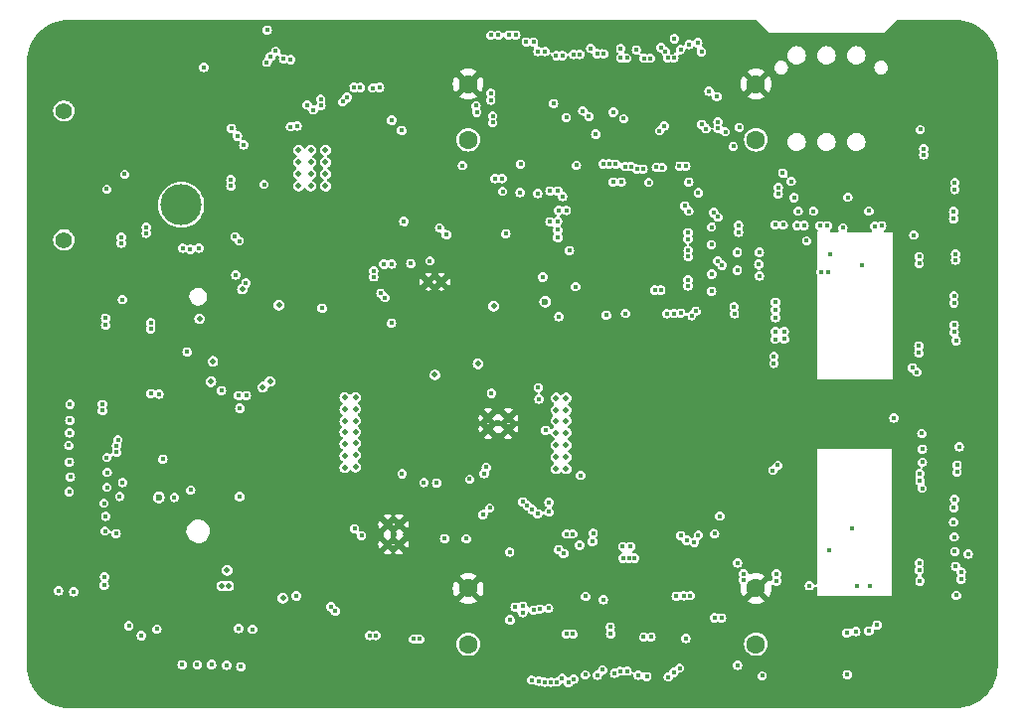
<source format=gbr>
%TF.GenerationSoftware,KiCad,Pcbnew,7.0.10*%
%TF.CreationDate,2024-02-09T12:16:23-05:00*%
%TF.ProjectId,pixc4-jetson-universal-carrier,70697863-342d-46a6-9574-736f6e2d756e,rev?*%
%TF.SameCoordinates,Original*%
%TF.FileFunction,Copper,L6,Inr*%
%TF.FilePolarity,Positive*%
%FSLAX46Y46*%
G04 Gerber Fmt 4.6, Leading zero omitted, Abs format (unit mm)*
G04 Created by KiCad (PCBNEW 7.0.10) date 2024-02-09 12:16:23*
%MOMM*%
%LPD*%
G01*
G04 APERTURE LIST*
%TA.AperFunction,ComponentPad*%
%ADD10C,0.499999*%
%TD*%
%TA.AperFunction,ComponentPad*%
%ADD11C,1.400000*%
%TD*%
%TA.AperFunction,ComponentPad*%
%ADD12R,3.500000X3.500000*%
%TD*%
%TA.AperFunction,ComponentPad*%
%ADD13C,3.500000*%
%TD*%
%TA.AperFunction,ComponentPad*%
%ADD14C,0.800000*%
%TD*%
%TA.AperFunction,ComponentPad*%
%ADD15C,5.400000*%
%TD*%
%TA.AperFunction,ComponentPad*%
%ADD16C,1.600000*%
%TD*%
%TA.AperFunction,ComponentPad*%
%ADD17C,0.600000*%
%TD*%
%TA.AperFunction,ComponentPad*%
%ADD18C,3.900000*%
%TD*%
%TA.AperFunction,ViaPad*%
%ADD19C,0.400000*%
%TD*%
%TA.AperFunction,ViaPad*%
%ADD20C,0.500000*%
%TD*%
%TA.AperFunction,ViaPad*%
%ADD21C,0.600000*%
%TD*%
G04 APERTURE END LIST*
D10*
%TO.N,GND*%
%TO.C,U14*%
X93459999Y-100730000D03*
X92360001Y-100730000D03*
%TD*%
D11*
%TO.N,*%
%TO.C,J27*%
X61310700Y-97173560D03*
X61310700Y-86173560D03*
D12*
%TO.N,GND*%
X71310700Y-89173560D03*
D13*
%TO.N,/MainPower/PWR_IN*%
X71310700Y-94173560D03*
%TD*%
D14*
%TO.N,GND*%
%TO.C,J1*%
X59475000Y-81750000D03*
X60068109Y-80318109D03*
X60068109Y-83181891D03*
X61500000Y-79725000D03*
D15*
X61500000Y-81750000D03*
D14*
X61500000Y-83775000D03*
X62931891Y-80318109D03*
X62931891Y-83181891D03*
X63525000Y-81750000D03*
%TD*%
%TO.N,GND*%
%TO.C,J2*%
X59475000Y-133750000D03*
X60068109Y-132318109D03*
X60068109Y-135181891D03*
X61500000Y-131725000D03*
D15*
X61500000Y-133750000D03*
D14*
X61500000Y-135775000D03*
X62931891Y-132318109D03*
X62931891Y-135181891D03*
X63525000Y-133750000D03*
%TD*%
%TO.N,GND*%
%TO.C,J3*%
X135475000Y-81750000D03*
X136068109Y-80318109D03*
X136068109Y-83181891D03*
X137500000Y-79725000D03*
D15*
X137500000Y-81750000D03*
D14*
X137500000Y-83775000D03*
X138931891Y-80318109D03*
X138931891Y-83181891D03*
X139525000Y-81750000D03*
%TD*%
%TO.N,GND*%
%TO.C,J4*%
X135475000Y-133750000D03*
X136068109Y-132318109D03*
X136068109Y-135181891D03*
X137500000Y-131725000D03*
D15*
X137500000Y-133750000D03*
D14*
X137500000Y-135775000D03*
X138931891Y-132318109D03*
X138931891Y-135181891D03*
X139525000Y-133750000D03*
%TD*%
D16*
%TO.N,+5V*%
%TO.C,J5*%
X95750000Y-88625000D03*
X120250000Y-88625000D03*
%TO.N,GND*%
X95750000Y-83875000D03*
X120250000Y-83875000D03*
%TD*%
%TO.N,+5V*%
%TO.C,J6*%
X95750000Y-131625000D03*
X120250000Y-131625000D03*
%TO.N,GND*%
X95750000Y-126875000D03*
X120250000Y-126875000D03*
%TD*%
D17*
%TO.N,GND*%
%TO.C,U6*%
X88900800Y-121406200D03*
X88900800Y-123126200D03*
X89380800Y-122266200D03*
X89860800Y-121406200D03*
X89860800Y-123126200D03*
%TD*%
%TO.N,GND*%
%TO.C,U10*%
X99161600Y-112344200D03*
X97441600Y-112344200D03*
X98301600Y-112824200D03*
X99161600Y-113304200D03*
X97441600Y-113304200D03*
%TD*%
D18*
%TO.N,GND*%
%TO.C,SP1*%
X123000000Y-112000000D03*
%TD*%
D19*
%TO.N,GND*%
X81280000Y-81970000D03*
X79910000Y-81120000D03*
%TO.N,CAM0_GPIO*%
X81180000Y-87440000D03*
X80630000Y-81790000D03*
%TO.N,CAM0_MCLK*%
X80030000Y-81720000D03*
X80620000Y-87510000D03*
%TO.N,CAM0_SCL0*%
X95260000Y-90820000D03*
X100200000Y-90700000D03*
X78910000Y-81550000D03*
%TO.N,CAM0_SDA0*%
X78600000Y-82020000D03*
%TO.N,CAM0_D1_N*%
X86557310Y-84170000D03*
%TO.N,CAM0_D1_P*%
X86022690Y-84170000D03*
%TO.N,CAM0_D3_N*%
X82040000Y-85660000D03*
%TO.N,CAM0_D3_P*%
X82540000Y-86080000D03*
%TO.N,CAM0_D2_N*%
X83199298Y-85718200D03*
%TO.N,CAM0_D2_P*%
X83180000Y-85170000D03*
%TO.N,CAM0_C_N*%
X85429017Y-85010983D03*
%TO.N,CAM0_C_P*%
X85050983Y-85389017D03*
%TO.N,GND*%
X89020000Y-84300000D03*
%TO.N,CAM0_D0_P*%
X87620000Y-84210000D03*
%TO.N,CAM0_D0_N*%
X88200000Y-84170000D03*
%TO.N,GND*%
X76350000Y-85220000D03*
%TO.N,+3V3_MIPI*%
X90085000Y-87815000D03*
X89235000Y-86965000D03*
%TO.N,GND*%
X86800000Y-130910000D03*
X118643400Y-80822800D03*
X127630000Y-109890000D03*
D20*
X110093600Y-115900000D03*
D19*
X118000000Y-129240000D03*
X99910000Y-124320000D03*
X92700000Y-95800000D03*
X82670000Y-81930000D03*
X118668800Y-101193600D03*
X92120000Y-129990000D03*
D20*
X108772800Y-106984800D03*
D19*
X78650000Y-130750000D03*
X132980000Y-107910000D03*
D20*
X107496771Y-105674800D03*
D19*
X130110000Y-91710000D03*
X113250000Y-90680000D03*
X97180000Y-110690000D03*
D20*
X119352800Y-110730000D03*
X107492800Y-109434000D03*
X114054284Y-113250000D03*
D19*
X104930000Y-130230000D03*
X69090000Y-109390000D03*
X70530000Y-130740000D03*
X87570000Y-101850000D03*
D20*
X114047084Y-112050000D03*
X107492800Y-106984800D03*
X118006771Y-105674800D03*
X111409942Y-106984800D03*
X115372855Y-113250000D03*
D19*
X81186305Y-86045166D03*
D20*
X116686455Y-114560000D03*
D19*
X114210500Y-86131400D03*
X114450000Y-99990000D03*
X65960000Y-97970000D03*
X99872800Y-96545400D03*
X105580000Y-90790000D03*
D20*
X82510000Y-129470000D03*
D19*
X128880000Y-126660000D03*
D20*
X107494600Y-108314000D03*
X108772800Y-109434000D03*
D19*
X95732600Y-105079800D03*
D20*
X115367455Y-108314000D03*
X108780000Y-113250000D03*
X116686026Y-108314000D03*
D19*
X100190000Y-98680000D03*
X116350000Y-86660000D03*
X87000000Y-84620000D03*
D20*
X119354600Y-108334000D03*
D19*
X86070000Y-121250000D03*
D20*
X107492800Y-110710000D03*
D19*
X67500000Y-115260000D03*
X124200000Y-87220000D03*
X77546200Y-106426000D03*
X112240000Y-127350000D03*
X105300000Y-99580000D03*
D20*
X107495029Y-114560000D03*
X115387084Y-118327800D03*
D19*
X64500000Y-105990000D03*
X92220000Y-130890000D03*
D20*
X108772800Y-117017800D03*
D19*
X86454400Y-129184400D03*
X102300000Y-129100000D03*
X97300000Y-82830000D03*
D20*
X111409942Y-112050000D03*
X110091371Y-106984800D03*
X110867599Y-97818001D03*
D19*
X66220000Y-124290000D03*
X76708000Y-106426000D03*
X111250000Y-127350000D03*
D20*
X118005029Y-115900000D03*
D19*
X117260000Y-131130000D03*
X67700000Y-120260000D03*
X130090000Y-92420000D03*
X103790000Y-130120000D03*
X78409800Y-105689400D03*
X117110000Y-95790000D03*
X78522207Y-87132533D03*
X75920000Y-82050000D03*
X111125000Y-91617800D03*
D20*
X119355029Y-115920000D03*
D19*
X104750000Y-88100000D03*
X100220000Y-84370000D03*
D20*
X116684226Y-117017800D03*
D19*
X124170000Y-85200000D03*
D20*
X79180000Y-108630000D03*
D19*
X124240000Y-129090000D03*
D20*
X118024229Y-118327800D03*
D19*
X120180000Y-93080000D03*
X86840000Y-133580000D03*
D20*
X116684226Y-106984800D03*
D19*
X88490000Y-97830000D03*
X102510000Y-130870000D03*
X93410000Y-123100000D03*
D20*
X111412171Y-115900000D03*
X114051055Y-105674800D03*
D19*
X90660000Y-130820000D03*
X95290000Y-129190000D03*
X79070000Y-112080000D03*
X64580000Y-100660000D03*
D20*
X119355029Y-114580000D03*
D19*
X115650000Y-91900000D03*
X94090000Y-98750000D03*
D20*
X108775029Y-114560000D03*
D19*
X94530000Y-96670000D03*
D20*
X118005029Y-114560000D03*
D19*
X128730000Y-93520000D03*
D20*
X116688197Y-105674800D03*
D19*
X95783400Y-105841800D03*
X118643400Y-97510600D03*
X76010000Y-96300000D03*
X136960000Y-97400000D03*
X96723200Y-105816400D03*
X92130000Y-113030000D03*
X77495400Y-105664000D03*
X115260000Y-127350000D03*
X64560000Y-109860000D03*
X65200000Y-103420000D03*
X85760000Y-133540000D03*
X102600000Y-100790000D03*
X133890000Y-81170000D03*
X115600000Y-102970000D03*
X134160000Y-99780000D03*
X103260000Y-88160000D03*
X64580000Y-110640000D03*
X133870000Y-93080000D03*
X114970000Y-129890000D03*
X61850000Y-90360000D03*
X94894400Y-105816400D03*
X116484400Y-103505000D03*
X65420000Y-109220000D03*
X83490000Y-121800000D03*
D20*
X119352800Y-107004800D03*
X77550000Y-125780000D03*
D19*
X108762800Y-91587800D03*
X65020000Y-105420000D03*
X124256800Y-130124200D03*
X133270000Y-102810000D03*
D20*
X107500000Y-113250000D03*
D19*
X137130000Y-107700000D03*
X70170000Y-133510000D03*
X122428000Y-100558600D03*
D20*
X107514229Y-118327800D03*
X116705655Y-118327800D03*
D19*
X81980000Y-133400000D03*
X85330000Y-124520000D03*
D20*
X107495029Y-115900000D03*
D19*
X94894400Y-106527600D03*
X120910000Y-81110000D03*
D20*
X109093000Y-99771200D03*
D19*
X121793000Y-121285000D03*
X121640600Y-100533200D03*
D20*
X112728513Y-109434000D03*
D19*
X107600000Y-134300000D03*
D20*
X115365655Y-110710000D03*
D19*
X126441200Y-99898200D03*
X97120000Y-84340000D03*
X110970000Y-81070000D03*
D20*
X77560000Y-127460000D03*
X115365655Y-117017800D03*
D19*
X118550000Y-123850000D03*
X103790000Y-102990000D03*
D20*
X114047084Y-110710000D03*
X108774600Y-108314000D03*
D19*
X68760000Y-128220000D03*
X111950000Y-131030000D03*
X91370000Y-103220000D03*
D20*
X108772800Y-112050000D03*
D19*
X112960000Y-103960000D03*
D20*
X114047084Y-109434000D03*
X119356771Y-105694800D03*
X111411742Y-108314000D03*
X114049313Y-114560000D03*
D19*
X102750000Y-81750000D03*
X105810000Y-81340000D03*
X105950000Y-103570000D03*
X99640000Y-116120000D03*
D20*
X119352800Y-112070000D03*
D19*
X68840000Y-111770000D03*
D20*
X107492800Y-117017800D03*
X119360000Y-113270000D03*
X81710000Y-129460000D03*
X109093000Y-95986600D03*
D19*
X78409800Y-106426000D03*
X80580000Y-122980000D03*
X106740000Y-127400000D03*
D20*
X110091371Y-112050000D03*
D19*
X99974400Y-100660200D03*
X69060000Y-101690000D03*
X134420000Y-111230000D03*
X68170000Y-95500000D03*
X84348626Y-85323326D03*
D20*
X118002800Y-109434000D03*
X114047084Y-106984800D03*
D19*
X116484400Y-102895400D03*
D20*
X115367884Y-115900000D03*
X110112800Y-118327800D03*
X110947200Y-99771200D03*
D19*
X76708000Y-105638600D03*
D20*
X116684226Y-110710000D03*
D19*
X137120000Y-100480000D03*
X98800000Y-128580000D03*
X129290000Y-99330000D03*
X75565000Y-89179400D03*
X89490000Y-130980000D03*
X101780000Y-90720000D03*
X98780000Y-87830000D03*
X122428000Y-97917000D03*
D20*
X112749942Y-118327800D03*
D19*
X64490000Y-123240000D03*
X114960000Y-129070000D03*
D20*
X112732484Y-105674800D03*
X116684226Y-112050000D03*
D19*
X137890000Y-116700000D03*
X108780000Y-130840000D03*
D20*
X108775029Y-115900000D03*
D19*
X137310000Y-91510000D03*
X108864400Y-128717000D03*
X83490000Y-129070000D03*
X114760000Y-133790000D03*
X73760000Y-97900000D03*
X127320000Y-130570000D03*
X128920000Y-94700000D03*
D20*
X119352800Y-109454000D03*
D19*
X116280000Y-133840000D03*
D20*
X118002800Y-106984800D03*
D19*
X131200000Y-130240000D03*
X104521000Y-95605600D03*
X117144800Y-100076000D03*
X137290000Y-118500000D03*
D20*
X111417142Y-113250000D03*
D19*
X88470000Y-130880000D03*
X121996200Y-99263200D03*
X136940000Y-93830000D03*
X96697800Y-105079800D03*
X137270000Y-96050000D03*
D20*
X119374229Y-118347800D03*
D19*
X111180000Y-90820000D03*
X108102400Y-91567000D03*
D20*
X119352800Y-117037800D03*
D19*
X113080000Y-81160000D03*
D20*
X108772800Y-110710000D03*
D19*
X117144800Y-101549200D03*
X120910000Y-93070000D03*
D20*
X112877600Y-99771200D03*
D19*
X67880000Y-128210000D03*
D20*
X78160000Y-123520000D03*
D19*
X107320000Y-80780000D03*
X77698600Y-87299800D03*
X120180000Y-92520000D03*
X97282000Y-80949800D03*
X121793000Y-122174000D03*
X88690000Y-102670000D03*
X85510000Y-84280000D03*
X117250000Y-94730000D03*
D20*
X115365655Y-106984800D03*
D19*
X135440000Y-128550000D03*
D20*
X118002800Y-112050000D03*
D19*
X137150000Y-111190000D03*
X66290000Y-105510000D03*
D20*
X114068513Y-118327800D03*
X110093171Y-108314000D03*
X112852200Y-97790000D03*
D19*
X68770000Y-105300000D03*
D20*
X110091371Y-109434000D03*
X108776771Y-105674800D03*
D19*
X104485000Y-93192600D03*
X67350000Y-106650000D03*
X77495400Y-104978200D03*
X91330000Y-86610000D03*
X58790000Y-128800000D03*
X123610000Y-102650000D03*
D20*
X109118400Y-97840800D03*
D19*
X117120000Y-98330000D03*
X101710000Y-87850000D03*
X117424200Y-80848200D03*
X87200000Y-99460000D03*
D20*
X112728513Y-110710000D03*
X110098571Y-113250000D03*
D19*
X78384400Y-104978200D03*
X126480000Y-123650000D03*
D20*
X114048884Y-108314000D03*
D19*
X79900000Y-130760000D03*
X68820000Y-103550000D03*
X111060000Y-101420000D03*
X76810000Y-97580000D03*
X134550000Y-90510000D03*
X112240000Y-123220000D03*
X109410000Y-80970000D03*
X128410000Y-121740000D03*
D20*
X118002800Y-110710000D03*
X108794229Y-118327800D03*
D19*
X134210000Y-109040000D03*
D20*
X110947200Y-96062800D03*
X111409942Y-117017800D03*
X116691426Y-113250000D03*
D19*
X92140000Y-128350000D03*
X69780000Y-115080000D03*
X82120000Y-124520000D03*
D20*
X112728513Y-117017800D03*
D19*
X68100000Y-101680000D03*
X68790000Y-97750000D03*
D20*
X115365655Y-109434000D03*
D19*
X134110000Y-122250000D03*
D20*
X115367884Y-114560000D03*
D19*
X94630000Y-112830000D03*
D20*
X76420000Y-121770000D03*
D19*
X129930000Y-126630000D03*
D20*
X112728513Y-112050000D03*
D19*
X107750000Y-122430000D03*
D20*
X116684226Y-109434000D03*
D19*
X109821900Y-133780000D03*
X116586000Y-92481400D03*
X67530000Y-116760000D03*
D20*
X118002800Y-117017800D03*
X114047084Y-117017800D03*
D19*
X104250000Y-83100000D03*
X105440000Y-130810000D03*
X97470000Y-87730000D03*
X94869000Y-105105200D03*
D20*
X112730313Y-108314000D03*
D19*
X110660000Y-103400000D03*
D20*
X112730742Y-114560000D03*
D19*
X121793000Y-123215400D03*
D20*
X112728513Y-106984800D03*
X111409942Y-109434000D03*
X110091371Y-110710000D03*
D19*
X68840000Y-110990000D03*
X134570000Y-88710000D03*
X64470000Y-124030000D03*
D20*
X115365655Y-112050000D03*
X118010000Y-113250000D03*
D19*
X84000000Y-81970000D03*
X99510000Y-98680000D03*
X76330000Y-80520000D03*
X89331800Y-87909400D03*
D20*
X111409942Y-110710000D03*
X110093600Y-114560000D03*
X111431371Y-118327800D03*
X77540000Y-126650000D03*
D19*
X107350000Y-130440000D03*
X95808800Y-106527600D03*
X98750000Y-130770000D03*
X66380000Y-109250000D03*
X134150000Y-98050000D03*
D20*
X112852200Y-96037400D03*
D19*
X96748600Y-106502200D03*
D20*
X110091371Y-117017800D03*
D19*
X114280000Y-103780000D03*
X76708000Y-104978200D03*
X90270000Y-80570000D03*
X129910000Y-112290000D03*
X85090000Y-130080000D03*
X75565000Y-89789000D03*
D20*
X114049313Y-115900000D03*
D19*
X92470000Y-86570000D03*
D20*
X116686455Y-115900000D03*
D19*
X108260000Y-127350000D03*
X105040000Y-128060000D03*
X123647200Y-121310400D03*
X64380000Y-130250000D03*
D20*
X112730742Y-115900000D03*
X111412171Y-114560000D03*
D19*
X68800000Y-114020000D03*
X112680000Y-101450000D03*
X87690000Y-100850000D03*
D20*
X111413913Y-105674800D03*
D19*
X90220000Y-82180000D03*
D20*
X107492800Y-112050000D03*
X118004600Y-108314000D03*
D19*
X106260000Y-130890000D03*
D20*
X112735713Y-113250000D03*
D19*
X68260000Y-123950000D03*
X137200000Y-99590000D03*
X125755400Y-92278200D03*
D20*
X110095342Y-105674800D03*
X115369626Y-105674800D03*
D19*
X119532400Y-91414600D03*
D20*
%TO.N,+5V*%
X85242400Y-116586000D03*
D19*
X97729000Y-110236000D03*
D20*
X85242400Y-115570000D03*
X86156800Y-111556800D03*
X85242400Y-114554000D03*
D19*
X86660000Y-122380000D03*
X121900000Y-105630000D03*
D20*
X86156800Y-116535200D03*
X85242400Y-111607600D03*
X86156800Y-114503200D03*
X86156800Y-112572800D03*
D19*
X86060000Y-121770000D03*
D20*
X73840000Y-109260000D03*
X86156800Y-113538000D03*
D19*
X124570000Y-97240000D03*
D20*
X85242400Y-112623600D03*
X86156800Y-115519200D03*
X86156800Y-110591600D03*
X85242400Y-113538000D03*
D19*
X120548400Y-98221800D03*
X104960000Y-90810000D03*
X102720000Y-93000000D03*
X124360000Y-95940000D03*
X60850000Y-127070000D03*
D21*
X102311200Y-102438200D03*
D20*
X85242400Y-110591600D03*
D19*
%TO.N,3V3_SYS*%
X118830000Y-87560000D03*
%TO.N,USB2-*%
X134540000Y-89374834D03*
X113263500Y-81640000D03*
%TO.N,USB2+*%
X134540000Y-89901834D03*
X112736500Y-81640000D03*
%TO.N,PORT_VBUS_2*%
X134243334Y-87763334D03*
X117020000Y-87100000D03*
%TO.N,USB3-*%
X111263500Y-81680000D03*
X137250000Y-98351500D03*
%TO.N,USB3+*%
X137250000Y-98878500D03*
X110736500Y-81680000D03*
%TO.N,PORT_VBUS_3*%
X133700000Y-96750000D03*
X110070000Y-80960000D03*
%TO.N,USB4-*%
X109263500Y-81660000D03*
X133583677Y-108053677D03*
%TO.N,USB4+*%
X133956323Y-108426323D03*
X108736500Y-81660000D03*
%TO.N,PORT_VBUS_4*%
X137300000Y-105760000D03*
X108740000Y-80850000D03*
%TO.N,ETH_RADIO_TX_N*%
X102630000Y-119546800D03*
X102304140Y-81090000D03*
X122125060Y-116374940D03*
%TO.N,ETH_RADIO_TX_P*%
X101695860Y-81090000D03*
X121694940Y-116805060D03*
X102630000Y-120353200D03*
%TO.N,ETH_RADIO_RX_N*%
X97575106Y-120014894D03*
X101304140Y-80290000D03*
X122000000Y-125635860D03*
%TO.N,ETH_RADIO_RX_P*%
X97004894Y-120585106D03*
X122000000Y-126244140D03*
X100695860Y-80290000D03*
%TO.N,ETH_SPARE_RX_P*%
X121780000Y-107694140D03*
X99804140Y-79690000D03*
%TO.N,ETH_SPARE_RX_N*%
X121780000Y-107085860D03*
X99195860Y-79690000D03*
%TO.N,ETH_SPARE_TX_P*%
X118770000Y-96504140D03*
X98304140Y-79720000D03*
%TO.N,ETH_SPARE_TX_N*%
X118770000Y-95895860D03*
X97695860Y-79720000D03*
D20*
%TO.N,Net-(D2-K)*%
X96580000Y-107730000D03*
X97920000Y-102810000D03*
D19*
%TO.N,FMU_I2C_1_SDA*%
X65000000Y-116980000D03*
X103437300Y-123567300D03*
%TO.N,FMU_I2C_1_SCL*%
X64970000Y-115710000D03*
X101670000Y-120520000D03*
%TO.N,GPS1_RX*%
X101200000Y-120150000D03*
X65820000Y-115280000D03*
%TO.N,GPS1_TX*%
X65800000Y-114720000D03*
X100782162Y-119804123D03*
%TO.N,+VDD_5V_PERIPH*%
X108220000Y-134110000D03*
X110960000Y-134390000D03*
X65910000Y-114190000D03*
X105710000Y-134240000D03*
X61760000Y-118630000D03*
X66840000Y-130060000D03*
X138330000Y-123950000D03*
X110235000Y-134265000D03*
X76380000Y-133550000D03*
X100400000Y-119480000D03*
X137560000Y-114790000D03*
X102590000Y-128570000D03*
%TO.N,BATT_VOLTAGE_SENS_PROT*%
X61860000Y-117380000D03*
X117320000Y-129400000D03*
X114360000Y-122780000D03*
%TO.N,BATT_CURRENT_SENS_PROT*%
X116740000Y-129380000D03*
X61780000Y-116110000D03*
X113840000Y-122360000D03*
%TO.N,FMU-CH1-PROT*%
X101840000Y-128640000D03*
X134410000Y-118330000D03*
%TO.N,IO-CH8-PROT*%
X104730000Y-134610000D03*
X137170000Y-119280000D03*
%TO.N,IO-CH7-PROT*%
X137110000Y-119990000D03*
X104290000Y-134910000D03*
%TO.N,IO-CH6-PROT*%
X103750000Y-134520000D03*
X137090000Y-121220000D03*
%TO.N,IO-CH5-PROT*%
X137130000Y-122480000D03*
X103320979Y-134848867D03*
%TO.N,IO-CH4-PROT*%
X137190000Y-123720000D03*
X102820000Y-134860000D03*
%TO.N,IO-CH3-PROT*%
X102260000Y-134870000D03*
X137250000Y-124990000D03*
%TO.N,IO-CH2-PROT*%
X101750000Y-134780000D03*
X134220000Y-126240000D03*
%TO.N,IO-CH1-PROT*%
X101140000Y-134670000D03*
X137320000Y-127470000D03*
%TO.N,ETH_RADIO_TX_POSTMAG_N*%
X134220000Y-117090660D03*
X137120000Y-101925460D03*
%TO.N,ETH_RADIO_TX_POSTMAG_P*%
X137120000Y-102533740D03*
X134220000Y-117698940D03*
%TO.N,ETH_RADIO_RX_POSTMAG_N*%
X134160000Y-124710660D03*
X137130000Y-104425460D03*
%TO.N,ETH_RADIO_RX_POSTMAG_P*%
X134160000Y-125318940D03*
X137130000Y-105033740D03*
%TO.N,ETH_SPARE_TX_POSTMAG_N*%
X137190000Y-92254260D03*
X134150000Y-98580860D03*
%TO.N,ETH_SPARE_TX_POSTMAG_P*%
X134150000Y-99189140D03*
X137190000Y-92862540D03*
%TO.N,ETH_SPARE_RX_POSTMAG_N*%
X134120000Y-106200860D03*
X137090000Y-94754260D03*
%TO.N,ETH_SPARE_RX_POSTMAG_P*%
X134120000Y-106809140D03*
X137090000Y-95362540D03*
D20*
%TO.N,Net-(D3-K)*%
X78245300Y-109710000D03*
X79640000Y-102720000D03*
D19*
%TO.N,+1V1*%
X118668800Y-98221800D03*
X122148600Y-92684600D03*
X122148600Y-93243400D03*
X108102400Y-92227400D03*
X111125000Y-92252800D03*
X107518200Y-103581200D03*
X123740000Y-95930000D03*
X112664200Y-103454200D03*
X116454000Y-96062800D03*
X103370000Y-92990000D03*
X121890000Y-104970000D03*
X116494600Y-100076000D03*
X109139200Y-103428800D03*
X116454400Y-97561400D03*
X122580000Y-95890000D03*
X121880000Y-95870000D03*
%TO.N,+5V_FMU*%
X124820000Y-126640000D03*
X108910000Y-123310000D03*
X108960000Y-124290000D03*
D20*
X103225600Y-116687600D03*
X75210000Y-125330000D03*
X104089200Y-113588800D03*
X104089200Y-115671600D03*
D19*
X102710000Y-95610000D03*
X122540000Y-91460000D03*
D20*
X75350000Y-126660000D03*
X104089200Y-111658400D03*
X92910000Y-108670000D03*
X103225600Y-111658400D03*
X74760000Y-126660000D03*
D21*
X69392800Y-119126000D03*
D19*
X126350000Y-95960000D03*
D20*
X79970000Y-127700000D03*
X104089200Y-112572800D03*
D19*
X109930000Y-124290000D03*
X62160000Y-127160000D03*
X109580000Y-123300000D03*
X66070000Y-119030000D03*
X109430000Y-124300000D03*
D20*
X104089200Y-114655600D03*
X103225600Y-110642400D03*
D19*
X81110000Y-127508000D03*
D20*
X103225600Y-113588800D03*
D19*
X65760000Y-122210000D03*
D20*
X103225600Y-112572800D03*
D19*
X122670000Y-105620000D03*
D20*
X103225600Y-115671600D03*
X104089200Y-116687600D03*
X103225600Y-114655600D03*
X104089200Y-110642400D03*
D19*
%TO.N,IRID_TX_IN_3.3*%
X115610000Y-81130000D03*
X79360000Y-81070000D03*
%TO.N,IRID_RING_3.3*%
X113309400Y-80014500D03*
X78640000Y-79270000D03*
%TO.N,IRID_RX_OUT_3.3*%
X115300000Y-80360000D03*
X73230000Y-82460000D03*
%TO.N,USB_EXT2_SSTX-*%
X113280000Y-103430000D03*
X100390000Y-128380000D03*
%TO.N,Net-(U9-VCC)*%
X69750000Y-115860000D03*
X70730000Y-119120000D03*
%TO.N,XAVIER_I2C1_SCL*%
X128010000Y-130660000D03*
X130370000Y-95980000D03*
X116920000Y-84940000D03*
%TO.N,CAM1_D0_N*%
X112454284Y-87445716D03*
%TO.N,CAM1_D0_P*%
X112045716Y-87854284D03*
X104100000Y-86720000D03*
X103010000Y-85540000D03*
%TO.N,CAM1_C_N*%
X108110000Y-86280000D03*
%TO.N,CAM1_C_P*%
X108990000Y-86830000D03*
%TO.N,CAM1_D1_N*%
X105510000Y-86160000D03*
%TO.N,CAM1_D1_P*%
X106035716Y-86644284D03*
%TO.N,XAVIER_I2C1_SDA*%
X130570000Y-129980000D03*
X116250000Y-84480000D03*
X130960000Y-95960000D03*
%TO.N,+3V3_MIPI*%
X90270000Y-95590000D03*
%TO.N,CAM0_D2_P*%
X113732690Y-90863129D03*
%TO.N,RC_INPUT*%
X76820000Y-100840000D03*
X101790000Y-110737300D03*
X64970000Y-92840000D03*
X106390000Y-122150000D03*
%TO.N,+VDD_5V_RADIO*%
X69240000Y-130350000D03*
X66500000Y-91570000D03*
X107240000Y-127840000D03*
%TO.N,BUZZER_OUT*%
X66320000Y-117840000D03*
X64810000Y-121970000D03*
%TO.N,SAFETY_VDD*%
X105750000Y-127550000D03*
X64880000Y-120720000D03*
X99280000Y-123780000D03*
%TO.N,SAFETY_SWITCH_IN*%
X64980000Y-118250000D03*
X103874349Y-123900000D03*
%TO.N,TELEM1_TX*%
X114280000Y-131130000D03*
X75180000Y-133430000D03*
%TO.N,TELEM1_RX*%
X113750000Y-133660000D03*
X73900000Y-133360000D03*
%TO.N,TELEM1_CTS*%
X113240000Y-134040000D03*
X72680000Y-133380000D03*
%TO.N,TELEM1_RTS*%
X71390000Y-133380000D03*
X112780000Y-134420000D03*
%TO.N,INTVCC*%
X125791000Y-99872800D03*
X120497600Y-99237800D03*
%TO.N,USB_EXT2_SSTX+*%
X113840000Y-103410000D03*
X100380000Y-128930000D03*
%TO.N,CAN_2+*%
X137730000Y-125470860D03*
X108695860Y-133920000D03*
%TO.N,CAN_2-*%
X109304140Y-133920000D03*
X137730000Y-126079140D03*
%TO.N,FMU_I2C_2_SDA*%
X64780000Y-125880000D03*
X107200000Y-133820000D03*
%TO.N,FMU_I2C_2_SCL*%
X64750000Y-126590000D03*
X106750000Y-134270000D03*
%TO.N,FMU-CH4-PROT*%
X99310000Y-129550000D03*
X134370000Y-113670000D03*
%TO.N,FMU-CH3-PROT*%
X99750000Y-128470000D03*
X134420000Y-115000000D03*
%TO.N,FMU-CH2-PROT*%
X134420000Y-116120000D03*
X101330000Y-128710000D03*
%TO.N,USB_EXT1_SSTX-*%
X84426323Y-128806323D03*
X117356323Y-99316323D03*
X87690000Y-100322070D03*
%TO.N,USB_EXT1_SSTX+*%
X87690000Y-99817930D03*
X84053677Y-128433677D03*
X116983677Y-98943677D03*
%TO.N,CAM0_D2_N*%
X114267310Y-90863129D03*
%TO.N,CAM0_D3_P*%
X115640983Y-87310983D03*
%TO.N,CAM1_GPIO*%
X108290000Y-90700000D03*
X112170000Y-80767300D03*
%TO.N,CAM1_MCLK*%
X107760000Y-90690000D03*
X112551641Y-81092037D03*
%TO.N,CAM1_SCL0*%
X113830000Y-80940000D03*
X107240000Y-90680000D03*
%TO.N,CAM1_SDA0*%
X106600000Y-88150000D03*
X114572700Y-80500000D03*
%TO.N,CAM0_D0_N*%
X97670000Y-84671100D03*
%TO.N,CAM0_D0_P*%
X97670000Y-85248900D03*
%TO.N,CAM0_C_N*%
X96410000Y-85730000D03*
%TO.N,CAM0_C_P*%
X96480000Y-86280000D03*
%TO.N,CAM0_D1_N*%
X97830000Y-86581100D03*
%TO.N,CAM0_D1_P*%
X97830000Y-87158900D03*
%TO.N,CAM0_GPIO*%
X101660000Y-93200000D03*
%TO.N,CAM0_MCLK*%
X100180000Y-93130000D03*
%TO.N,CAM0_SDA0*%
X98680000Y-93020000D03*
%TO.N,USBSS_TX_N*%
X112290000Y-90990000D03*
X105263500Y-81350000D03*
%TO.N,USBSS_TX_P*%
X111770000Y-90980000D03*
X104736500Y-81350000D03*
%TO.N,UART4_RX*%
X114660000Y-127480000D03*
X119167208Y-126152989D03*
%TO.N,UART4_TX*%
X119190000Y-125630000D03*
X114120000Y-127490000D03*
%TO.N,S.BUS_OUT*%
X67920000Y-130900000D03*
X113470000Y-127530000D03*
%TO.N,USB_CELL_SSTX+*%
X116643677Y-94833677D03*
X64600000Y-111706000D03*
X66200000Y-96937930D03*
%TO.N,USB_CELL_SSTX-*%
X66200000Y-97442070D03*
X117016323Y-95206323D03*
X64600000Y-111179000D03*
%TO.N,+SIM_VCC*%
X83310000Y-102980000D03*
X76300000Y-111520000D03*
X128077000Y-93522800D03*
X127650000Y-96140000D03*
%TO.N,Net-(D9-K)*%
X77380000Y-130360000D03*
X75950000Y-100150000D03*
X76190000Y-130290000D03*
%TO.N,Net-(D10-A)*%
X132010000Y-112350000D03*
X120780000Y-134330000D03*
X128030000Y-134220000D03*
%TO.N,USB_CELL_D+*%
X68330000Y-96097930D03*
X114180000Y-94260000D03*
X68710000Y-104236500D03*
%TO.N,USB_CELL_D-*%
X114526323Y-94706323D03*
X68710000Y-104763500D03*
X68330000Y-96602070D03*
%TO.N,USB_CELL_SSRX+*%
X114470000Y-96554501D03*
X75891759Y-96891759D03*
X68740000Y-110263500D03*
%TO.N,USB_CELL_SSRX-*%
X114470000Y-97081501D03*
X69410000Y-110310000D03*
X76248241Y-97248241D03*
%TO.N,USB_EXT1_D+*%
X114490000Y-98054502D03*
X91101500Y-131190000D03*
%TO.N,USB_EXT1_D-*%
X114490000Y-98581502D03*
X91628500Y-131190000D03*
%TO.N,USB_EXT1_SSRX+*%
X114460000Y-100554502D03*
X87351500Y-130890000D03*
X88311759Y-101721759D03*
%TO.N,USB_EXT1_SSRX-*%
X114460000Y-101081502D03*
X88668241Y-102078241D03*
X87878500Y-130890000D03*
%TO.N,USB_EXT2_D+*%
X115136323Y-103243677D03*
X107871500Y-130740000D03*
%TO.N,USB_EXT2_D-*%
X114763677Y-103616323D03*
X107850000Y-130170000D03*
%TO.N,USB_EXT2_SSRX+*%
X112150000Y-101440000D03*
X104121500Y-130750000D03*
X104132930Y-122230000D03*
%TO.N,USB_EXT2_SSRX-*%
X104648500Y-130750000D03*
X104637070Y-122230000D03*
X111630000Y-101430000D03*
%TO.N,PWRCTRL2*%
X101720000Y-109750000D03*
X102100000Y-100330000D03*
%TO.N,+3V3*%
X118414800Y-103454200D03*
X121920000Y-102463600D03*
X125710000Y-95960000D03*
X123260000Y-92170000D03*
X122650000Y-104980000D03*
X103378000Y-96951800D03*
X118389400Y-102844600D03*
X104889600Y-101142800D03*
X121920000Y-103784400D03*
X118668800Y-99745800D03*
X103480000Y-103710000D03*
X114528600Y-92242600D03*
X116484400Y-101549200D03*
X103454200Y-94640400D03*
X104368600Y-98069400D03*
X103360000Y-95590000D03*
X121920000Y-103124000D03*
X108770000Y-92220000D03*
%TO.N,OVERCUR3*%
X103378000Y-96312200D03*
X102330000Y-113400000D03*
%TO.N,OVERCUR2*%
X104104400Y-94640400D03*
X105321401Y-117240000D03*
X97290000Y-116550000D03*
%TO.N,CAN_1+*%
X137380000Y-116360860D03*
X110695860Y-131020000D03*
%TO.N,CAN_1-*%
X111304140Y-131020000D03*
X137380000Y-116969140D03*
D20*
%TO.N,/MainPower/PWR_IN*%
X81305400Y-91541600D03*
X83591400Y-90551000D03*
X82346800Y-92583000D03*
X82346800Y-90551000D03*
X81305400Y-90551000D03*
X83591400Y-89509600D03*
X83591400Y-92583000D03*
X83591400Y-91541600D03*
D19*
X75539600Y-91998800D03*
D20*
X81305400Y-89509600D03*
X82346800Y-91541600D03*
D19*
X78359000Y-92430600D03*
D20*
X82346800Y-89509600D03*
D19*
X75539600Y-92583000D03*
D20*
X81305400Y-92583000D03*
D19*
%TO.N,JETSON_USB1_D_P*%
X106736500Y-81290000D03*
X109104100Y-90900000D03*
%TO.N,JETSON_USB1_D_N*%
X107263500Y-81290000D03*
X109631100Y-90900000D03*
%TO.N,USBSS_RX_P*%
X110104099Y-91130000D03*
X103236500Y-81450000D03*
%TO.N,USBSS_RX_N*%
X103763500Y-81450000D03*
X110631099Y-91130000D03*
%TO.N,Net-(IC1-USB_R1)*%
X115351600Y-93141800D03*
%TO.N,JETSON_CAN+*%
X93324894Y-96144894D03*
X64870000Y-103830860D03*
X98020000Y-91929350D03*
%TO.N,JETSON_CAN-*%
X98650000Y-91929350D03*
X64870000Y-104439140D03*
X93895106Y-96715106D03*
%TO.N,PORT_VBUS_JETSON*%
X103780000Y-93469350D03*
X106180000Y-80830000D03*
%TO.N,GPIO02*%
X72830000Y-97870000D03*
X118320000Y-89190000D03*
X76640000Y-89050000D03*
%TO.N,BATT2_CURRENT_SENS_PROT*%
X115010000Y-122940000D03*
X61800000Y-113610000D03*
%TO.N,BATT2_VOLTAGE_SENS_PROT*%
X115350000Y-122320000D03*
X61730000Y-114680000D03*
%TO.N,SPARE1_ADC1*%
X116740000Y-122220000D03*
X93065744Y-117871709D03*
%TO.N,SPARE2_ADC1*%
X97100000Y-117090000D03*
X117180000Y-120710000D03*
%TO.N,Net-(J20-Pin_7)*%
X64730000Y-119600000D03*
X105230000Y-123190000D03*
D20*
%TO.N,Net-(J30-~{FULL_CARD_POWER_OFF})*%
X76510000Y-101360000D03*
X72880000Y-103890000D03*
%TO.N,PCIE_DIS*%
X78870000Y-109230000D03*
X74000000Y-107520000D03*
D19*
%TO.N,VBUS_CELL*%
X71810000Y-106720000D03*
X98950000Y-96640000D03*
%TO.N,SIM_RESET*%
X125160000Y-94710000D03*
X89220000Y-104260000D03*
X92490000Y-98950000D03*
X74730000Y-110000000D03*
%TO.N,SIM_CLK*%
X76200000Y-110440000D03*
X123490000Y-93560000D03*
X89220000Y-99210000D03*
%TO.N,SIM_DATA*%
X123850000Y-94710000D03*
X76850000Y-110440000D03*
X88560000Y-99240000D03*
%TO.N,SIM_DETECT*%
X129870000Y-94700000D03*
X90850000Y-99180000D03*
X76280000Y-119050000D03*
%TO.N,Net-(U9-+IN)*%
X106330000Y-122870000D03*
X72110000Y-118490000D03*
%TO.N,PGOOD2*%
X120548400Y-100228400D03*
X126570000Y-98370000D03*
%TO.N,+5V_PROT*%
X90115000Y-117095000D03*
X66310000Y-102250000D03*
%TO.N,RS232_TXD*%
X129870000Y-130500000D03*
%TO.N,RS232_RXD*%
X128750000Y-130550000D03*
%TO.N,+5V_PROT_INS*%
X118680000Y-133420000D03*
X118670000Y-124710000D03*
X95590000Y-122640000D03*
X93740000Y-122620000D03*
%TO.N,Net-(J13-Pin_6)*%
X61810000Y-112540000D03*
X91980000Y-117848700D03*
%TO.N,Net-(J13-Pin_7)*%
X95873592Y-117560000D03*
X61840000Y-111170000D03*
%TO.N,CAM0_D3_N*%
X116019017Y-87689017D03*
%TO.N,nMOD_SLEEP*%
X76100000Y-88310000D03*
X117030000Y-87660000D03*
X72080000Y-97970000D03*
%TO.N,SLEEP{slash}WAKE*%
X75580000Y-87660000D03*
X71420000Y-97870000D03*
X117640000Y-87940000D03*
%TD*%
%TA.AperFunction,Conductor*%
%TO.N,GND*%
G36*
X120261877Y-78422902D02*
G01*
X120283241Y-78440197D01*
X120316296Y-78473544D01*
X121291109Y-79456985D01*
X121292273Y-79458507D01*
X121302912Y-79469146D01*
X121302913Y-79469147D01*
X121331598Y-79497832D01*
X121331795Y-79498030D01*
X121350379Y-79516779D01*
X121351768Y-79518002D01*
X121360853Y-79527087D01*
X121364353Y-79528024D01*
X121395222Y-79540890D01*
X121398357Y-79542719D01*
X121411203Y-79542775D01*
X121413037Y-79542900D01*
X121419869Y-79542900D01*
X121439112Y-79542900D01*
X121439666Y-79542900D01*
X121480296Y-79543080D01*
X121480296Y-79543079D01*
X121495380Y-79543146D01*
X121497284Y-79542900D01*
X131036755Y-79542900D01*
X131036763Y-79542901D01*
X131051430Y-79542901D01*
X131133369Y-79542901D01*
X131133370Y-79542901D01*
X131139646Y-79539277D01*
X131167201Y-79527863D01*
X131168542Y-79527088D01*
X131168547Y-79527087D01*
X131168549Y-79527084D01*
X131168957Y-79526849D01*
X131179951Y-79517208D01*
X131186275Y-79512354D01*
X131186282Y-79512351D01*
X132258828Y-78439805D01*
X132321140Y-78405780D01*
X132347923Y-78402900D01*
X137247456Y-78402900D01*
X137253641Y-78403052D01*
X137596917Y-78419922D01*
X137609223Y-78421134D01*
X137946154Y-78471121D01*
X137958255Y-78473529D01*
X138288669Y-78556305D01*
X138300471Y-78559885D01*
X138621187Y-78674653D01*
X138632594Y-78679379D01*
X138940498Y-78825024D01*
X138951388Y-78830845D01*
X139223910Y-78994210D01*
X139243525Y-79005968D01*
X139253806Y-79012838D01*
X139527370Y-79215753D01*
X139536929Y-79223599D01*
X139789290Y-79452357D01*
X139798021Y-79461090D01*
X140026735Y-79713476D01*
X140034573Y-79723027D01*
X140209795Y-79959329D01*
X140237451Y-79996625D01*
X140244320Y-80006907D01*
X140419401Y-80299073D01*
X140425229Y-80309980D01*
X140570820Y-80617887D01*
X140575551Y-80629311D01*
X140602157Y-80703695D01*
X140688001Y-80943695D01*
X140690263Y-80950017D01*
X140693851Y-80961852D01*
X140776571Y-81292250D01*
X140778982Y-81304378D01*
X140828917Y-81641293D01*
X140830128Y-81653600D01*
X140846948Y-81996889D01*
X140847099Y-82003071D01*
X140847093Y-82049505D01*
X140847100Y-82049564D01*
X140847100Y-133451613D01*
X140847093Y-133451679D01*
X140847099Y-133496928D01*
X140846948Y-133503111D01*
X140830128Y-133846399D01*
X140828917Y-133858706D01*
X140778982Y-134195621D01*
X140776571Y-134207749D01*
X140693851Y-134538147D01*
X140690263Y-134549982D01*
X140575551Y-134870688D01*
X140570820Y-134882112D01*
X140425229Y-135190019D01*
X140419401Y-135200926D01*
X140244320Y-135493092D01*
X140237451Y-135503374D01*
X140034580Y-135776963D01*
X140026735Y-135786523D01*
X139798027Y-136038903D01*
X139789284Y-136047648D01*
X139536929Y-136276400D01*
X139527370Y-136284246D01*
X139253806Y-136487161D01*
X139243525Y-136494031D01*
X138951396Y-136669149D01*
X138940490Y-136674979D01*
X138632602Y-136820616D01*
X138621178Y-136825349D01*
X138300487Y-136940109D01*
X138288653Y-136943699D01*
X137958268Y-137026467D01*
X137946140Y-137028880D01*
X137609223Y-137078865D01*
X137596917Y-137080077D01*
X137253641Y-137096948D01*
X137247456Y-137097100D01*
X61757217Y-137097100D01*
X61750886Y-137096941D01*
X61407618Y-137079672D01*
X61395342Y-137078450D01*
X61058378Y-137028138D01*
X61046281Y-137025721D01*
X60715857Y-136942699D01*
X60704053Y-136939110D01*
X60383337Y-136824173D01*
X60371942Y-136819448D01*
X60063995Y-136673697D01*
X60053115Y-136667879D01*
X59782718Y-136505790D01*
X59760899Y-136492710D01*
X59750644Y-136485859D01*
X59476964Y-136282957D01*
X59467429Y-136275138D01*
X59453648Y-136262658D01*
X59214895Y-136046438D01*
X59206167Y-136037719D01*
X58977210Y-135785421D01*
X58969377Y-135775890D01*
X58766198Y-135502420D01*
X58759334Y-135492169D01*
X58631092Y-135278732D01*
X58583867Y-135200135D01*
X58578041Y-135189266D01*
X58569062Y-135170346D01*
X58431972Y-134881464D01*
X58427236Y-134870075D01*
X58380014Y-134738731D01*
X58355304Y-134670000D01*
X100731268Y-134670000D01*
X100751273Y-134796306D01*
X100809328Y-134910246D01*
X100899753Y-135000671D01*
X100942677Y-135022542D01*
X101013695Y-135058727D01*
X101140000Y-135078732D01*
X101266305Y-135058727D01*
X101311603Y-135035646D01*
X101381377Y-135022542D01*
X101447162Y-135049241D01*
X101457900Y-135058818D01*
X101509753Y-135110671D01*
X101623695Y-135168727D01*
X101750000Y-135188732D01*
X101876305Y-135168727D01*
X101876307Y-135168725D01*
X101876311Y-135168725D01*
X101885740Y-135165662D01*
X101886898Y-135169227D01*
X101938279Y-135159535D01*
X102004085Y-135186181D01*
X102014903Y-135195821D01*
X102019753Y-135200671D01*
X102133695Y-135258727D01*
X102260000Y-135278732D01*
X102386305Y-135258727D01*
X102492613Y-135204560D01*
X102562386Y-135191457D01*
X102607010Y-135204559D01*
X102693695Y-135248727D01*
X102820000Y-135268732D01*
X102946305Y-135248727D01*
X103024212Y-135209031D01*
X103093987Y-135195927D01*
X103138613Y-135209030D01*
X103194674Y-135237594D01*
X103320979Y-135257599D01*
X103447284Y-135237594D01*
X103561226Y-135179538D01*
X103651650Y-135089114D01*
X103677648Y-135038088D01*
X103726395Y-134986474D01*
X103795310Y-134969407D01*
X103862512Y-134992307D01*
X103902181Y-135038088D01*
X103959329Y-135150247D01*
X104049753Y-135240671D01*
X104163695Y-135298727D01*
X104290000Y-135318732D01*
X104416305Y-135298727D01*
X104530247Y-135240671D01*
X104620671Y-135150247D01*
X104654820Y-135083224D01*
X104703566Y-135031611D01*
X104747369Y-135015980D01*
X104856305Y-134998727D01*
X104970247Y-134940671D01*
X105060671Y-134850247D01*
X105118727Y-134736305D01*
X105138732Y-134610000D01*
X105124836Y-134522268D01*
X105133277Y-134456948D01*
X105124114Y-134454399D01*
X105078447Y-134404641D01*
X105073840Y-134395600D01*
X105060671Y-134369753D01*
X104970247Y-134279329D01*
X104970246Y-134279328D01*
X104893060Y-134240000D01*
X105301268Y-134240000D01*
X105315163Y-134327728D01*
X105306720Y-134393050D01*
X105315884Y-134395600D01*
X105361551Y-134445356D01*
X105363575Y-134449328D01*
X105375107Y-134471962D01*
X105379329Y-134480247D01*
X105469753Y-134570671D01*
X105583695Y-134628727D01*
X105710000Y-134648732D01*
X105836305Y-134628727D01*
X105950247Y-134570671D01*
X106040671Y-134480247D01*
X106098727Y-134366305D01*
X106103176Y-134338214D01*
X106133587Y-134274063D01*
X106161814Y-134256486D01*
X106293406Y-134256486D01*
X106324017Y-134276783D01*
X106352072Y-134338214D01*
X106358701Y-134380067D01*
X106361273Y-134396306D01*
X106419328Y-134510246D01*
X106509753Y-134600671D01*
X106567799Y-134630247D01*
X106623695Y-134658727D01*
X106750000Y-134678732D01*
X106876305Y-134658727D01*
X106990247Y-134600671D01*
X107080671Y-134510247D01*
X107138727Y-134396305D01*
X107150054Y-134324788D01*
X107180466Y-134260638D01*
X107240734Y-134223111D01*
X107254776Y-134220056D01*
X107326305Y-134208727D01*
X107440247Y-134150671D01*
X107480919Y-134109999D01*
X107811268Y-134109999D01*
X107831273Y-134236306D01*
X107889328Y-134350246D01*
X107889329Y-134350247D01*
X107979753Y-134440671D01*
X108093695Y-134498727D01*
X108220000Y-134518732D01*
X108346305Y-134498727D01*
X108460247Y-134440671D01*
X108543702Y-134357215D01*
X108606010Y-134323193D01*
X108652505Y-134321865D01*
X108695860Y-134328732D01*
X108822165Y-134308727D01*
X108936107Y-134250671D01*
X108936109Y-134250668D01*
X108942797Y-134247261D01*
X109012573Y-134234157D01*
X109057203Y-134247261D01*
X109063890Y-134250668D01*
X109063893Y-134250671D01*
X109177835Y-134308727D01*
X109304140Y-134328732D01*
X109430445Y-134308727D01*
X109544387Y-134250671D01*
X109611173Y-134183885D01*
X109673485Y-134149859D01*
X109744300Y-134154924D01*
X109801136Y-134197471D01*
X109822784Y-134255512D01*
X109824717Y-134255206D01*
X109826268Y-134264999D01*
X109826268Y-134265000D01*
X109830813Y-134293693D01*
X109846273Y-134391306D01*
X109904328Y-134505246D01*
X109904329Y-134505247D01*
X109994753Y-134595671D01*
X110108695Y-134653727D01*
X110235000Y-134673732D01*
X110361305Y-134653727D01*
X110473483Y-134596569D01*
X110543258Y-134583466D01*
X110609042Y-134610166D01*
X110621932Y-134623619D01*
X110622317Y-134623235D01*
X110629328Y-134630246D01*
X110629329Y-134630247D01*
X110719753Y-134720671D01*
X110833695Y-134778727D01*
X110960000Y-134798732D01*
X111086305Y-134778727D01*
X111200247Y-134720671D01*
X111290671Y-134630247D01*
X111348727Y-134516305D01*
X111363980Y-134420000D01*
X112371268Y-134420000D01*
X112391273Y-134546306D01*
X112449328Y-134660246D01*
X112449329Y-134660247D01*
X112539753Y-134750671D01*
X112653695Y-134808727D01*
X112780000Y-134828732D01*
X112906305Y-134808727D01*
X113020247Y-134750671D01*
X113110671Y-134660247D01*
X113168727Y-134546305D01*
X113168727Y-134546303D01*
X113168728Y-134546302D01*
X113171790Y-134536878D01*
X113173531Y-134537443D01*
X113198831Y-134484069D01*
X113259098Y-134446539D01*
X113273148Y-134443481D01*
X113366305Y-134428727D01*
X113480247Y-134370671D01*
X113520918Y-134330000D01*
X120371268Y-134330000D01*
X120391273Y-134456306D01*
X120449328Y-134570246D01*
X120449329Y-134570247D01*
X120539753Y-134660671D01*
X120653695Y-134718727D01*
X120780000Y-134738732D01*
X120906305Y-134718727D01*
X121020247Y-134660671D01*
X121110671Y-134570247D01*
X121168727Y-134456305D01*
X121188732Y-134330000D01*
X121171309Y-134220000D01*
X127621268Y-134220000D01*
X127641273Y-134346306D01*
X127697648Y-134456948D01*
X127699329Y-134460247D01*
X127789753Y-134550671D01*
X127903695Y-134608727D01*
X128030000Y-134628732D01*
X128156305Y-134608727D01*
X128270247Y-134550671D01*
X128360671Y-134460247D01*
X128418727Y-134346305D01*
X128438732Y-134220000D01*
X128418727Y-134093695D01*
X128401684Y-134060247D01*
X128360671Y-133979753D01*
X128270246Y-133889328D01*
X128156306Y-133831273D01*
X128030000Y-133811268D01*
X127903693Y-133831273D01*
X127789753Y-133889328D01*
X127699328Y-133979753D01*
X127641273Y-134093693D01*
X127621268Y-134220000D01*
X121171309Y-134220000D01*
X121168727Y-134203695D01*
X121110671Y-134089753D01*
X121020247Y-133999329D01*
X121020246Y-133999328D01*
X120906306Y-133941273D01*
X120780000Y-133921268D01*
X120653693Y-133941273D01*
X120539753Y-133999328D01*
X120449328Y-134089753D01*
X120391273Y-134203693D01*
X120371268Y-134330000D01*
X113520918Y-134330000D01*
X113570671Y-134280247D01*
X113628727Y-134166305D01*
X113628727Y-134166303D01*
X113628728Y-134166302D01*
X113631792Y-134156873D01*
X113635389Y-134158041D01*
X113657791Y-134110832D01*
X113718074Y-134073328D01*
X113740209Y-134070311D01*
X113740205Y-134070283D01*
X113749998Y-134068731D01*
X113750000Y-134068732D01*
X113876305Y-134048727D01*
X113990247Y-133990671D01*
X114080671Y-133900247D01*
X114138727Y-133786305D01*
X114158732Y-133660000D01*
X114138727Y-133533695D01*
X114080797Y-133420000D01*
X118271268Y-133420000D01*
X118291273Y-133546306D01*
X118349203Y-133660000D01*
X118349329Y-133660247D01*
X118439753Y-133750671D01*
X118553695Y-133808727D01*
X118680000Y-133828732D01*
X118806305Y-133808727D01*
X118920247Y-133750671D01*
X119010671Y-133660247D01*
X119068727Y-133546305D01*
X119088732Y-133420000D01*
X119068727Y-133293695D01*
X119057302Y-133271273D01*
X119010671Y-133179753D01*
X118920246Y-133089328D01*
X118806306Y-133031273D01*
X118680000Y-133011268D01*
X118553693Y-133031273D01*
X118439753Y-133089328D01*
X118349328Y-133179753D01*
X118291273Y-133293693D01*
X118271268Y-133420000D01*
X114080797Y-133420000D01*
X114080671Y-133419753D01*
X113990247Y-133329329D01*
X113990246Y-133329328D01*
X113876306Y-133271273D01*
X113750000Y-133251268D01*
X113623693Y-133271273D01*
X113509753Y-133329328D01*
X113419328Y-133419753D01*
X113361271Y-133533697D01*
X113358210Y-133543122D01*
X113354611Y-133541952D01*
X113332222Y-133589154D01*
X113271945Y-133626667D01*
X113249789Y-133629688D01*
X113249794Y-133629717D01*
X113240000Y-133631268D01*
X113191567Y-133638938D01*
X113113693Y-133651273D01*
X112999753Y-133709328D01*
X112909328Y-133799753D01*
X112851273Y-133913694D01*
X112848210Y-133923123D01*
X112846469Y-133922557D01*
X112821157Y-133975942D01*
X112760886Y-134013464D01*
X112746839Y-134016519D01*
X112653695Y-134031272D01*
X112539753Y-134089328D01*
X112449328Y-134179753D01*
X112391273Y-134293693D01*
X112371268Y-134420000D01*
X111363980Y-134420000D01*
X111368732Y-134390000D01*
X111348727Y-134263695D01*
X111290671Y-134149753D01*
X111200247Y-134059329D01*
X111200246Y-134059328D01*
X111086306Y-134001273D01*
X110960000Y-133981268D01*
X110833695Y-134001273D01*
X110833693Y-134001273D01*
X110833691Y-134001274D01*
X110721517Y-134058429D01*
X110651740Y-134071533D01*
X110585956Y-134044832D01*
X110573068Y-134031379D01*
X110572683Y-134031765D01*
X110475246Y-133934328D01*
X110361306Y-133876273D01*
X110235000Y-133856268D01*
X110108693Y-133876273D01*
X109994753Y-133934328D01*
X109994751Y-133934330D01*
X109927967Y-134001115D01*
X109865655Y-134035141D01*
X109794840Y-134030076D01*
X109738004Y-133987529D01*
X109716355Y-133929487D01*
X109714423Y-133929794D01*
X109711182Y-133909329D01*
X109692867Y-133793695D01*
X109634811Y-133679753D01*
X109544387Y-133589329D01*
X109544386Y-133589328D01*
X109430446Y-133531273D01*
X109304140Y-133511268D01*
X109177833Y-133531273D01*
X109084299Y-133578931D01*
X109064237Y-133589154D01*
X109057203Y-133592738D01*
X108987426Y-133605842D01*
X108942797Y-133592738D01*
X108935763Y-133589154D01*
X108898543Y-133570189D01*
X108822166Y-133531273D01*
X108695860Y-133511268D01*
X108569553Y-133531273D01*
X108455613Y-133589328D01*
X108455610Y-133589331D01*
X108372159Y-133672781D01*
X108309847Y-133706806D01*
X108263356Y-133708134D01*
X108220001Y-133701268D01*
X108220000Y-133701268D01*
X108185035Y-133706806D01*
X108093693Y-133721273D01*
X107979753Y-133779328D01*
X107889328Y-133869753D01*
X107831896Y-133982472D01*
X107821291Y-133993699D01*
X107824819Y-134024440D01*
X107811268Y-134109999D01*
X107480919Y-134109999D01*
X107530671Y-134060247D01*
X107588104Y-133947526D01*
X107598707Y-133936299D01*
X107595180Y-133905560D01*
X107608732Y-133820000D01*
X107588727Y-133693695D01*
X107571684Y-133660247D01*
X107530671Y-133579753D01*
X107440246Y-133489328D01*
X107326306Y-133431273D01*
X107200000Y-133411268D01*
X107073693Y-133431273D01*
X106959753Y-133489328D01*
X106869328Y-133579753D01*
X106811272Y-133693695D01*
X106799945Y-133765210D01*
X106769532Y-133829362D01*
X106709264Y-133866888D01*
X106695210Y-133869945D01*
X106623695Y-133881272D01*
X106509753Y-133939328D01*
X106419328Y-134029753D01*
X106361272Y-134143695D01*
X106356823Y-134171786D01*
X106326409Y-134235938D01*
X106293406Y-134256486D01*
X106161814Y-134256486D01*
X106166592Y-134253511D01*
X106135980Y-134233214D01*
X106107927Y-134171786D01*
X106098727Y-134113695D01*
X106040671Y-133999753D01*
X105950247Y-133909329D01*
X105950246Y-133909328D01*
X105836306Y-133851273D01*
X105710000Y-133831268D01*
X105583693Y-133851273D01*
X105469753Y-133909328D01*
X105379328Y-133999753D01*
X105321273Y-134113693D01*
X105301268Y-134240000D01*
X104893060Y-134240000D01*
X104856306Y-134221273D01*
X104730000Y-134201268D01*
X104603693Y-134221273D01*
X104489753Y-134279328D01*
X104399330Y-134369751D01*
X104399326Y-134369756D01*
X104373549Y-134420347D01*
X104324800Y-134471962D01*
X104255885Y-134489027D01*
X104188684Y-134466125D01*
X104144532Y-134410527D01*
X104141447Y-134402070D01*
X104138728Y-134393703D01*
X104138727Y-134393695D01*
X104080671Y-134279753D01*
X103990247Y-134189329D01*
X103990246Y-134189328D01*
X103876306Y-134131273D01*
X103750000Y-134111268D01*
X103623693Y-134131273D01*
X103509753Y-134189328D01*
X103419330Y-134279751D01*
X103419325Y-134279758D01*
X103368215Y-134380067D01*
X103319467Y-134431682D01*
X103275662Y-134447312D01*
X103194674Y-134460140D01*
X103194672Y-134460140D01*
X103194670Y-134460141D01*
X103116766Y-134499835D01*
X103046989Y-134512939D01*
X103002361Y-134499835D01*
X103001666Y-134499481D01*
X102983936Y-134490447D01*
X102946306Y-134471273D01*
X102820000Y-134451268D01*
X102693695Y-134471273D01*
X102693693Y-134471273D01*
X102693691Y-134471274D01*
X102587388Y-134525438D01*
X102517611Y-134538542D01*
X102472985Y-134525438D01*
X102422735Y-134499835D01*
X102386306Y-134481273D01*
X102306361Y-134468611D01*
X102260000Y-134461268D01*
X102259999Y-134461268D01*
X102133696Y-134481272D01*
X102124269Y-134484336D01*
X102123117Y-134480792D01*
X102071544Y-134490447D01*
X102005775Y-134463708D01*
X101995096Y-134454178D01*
X101990246Y-134449328D01*
X101876306Y-134391273D01*
X101750000Y-134371268D01*
X101623695Y-134391273D01*
X101623693Y-134391273D01*
X101623691Y-134391274D01*
X101578396Y-134414353D01*
X101508619Y-134427457D01*
X101442834Y-134400756D01*
X101432099Y-134391181D01*
X101380246Y-134339328D01*
X101266306Y-134281273D01*
X101140000Y-134261268D01*
X101013693Y-134281273D01*
X100899753Y-134339328D01*
X100809328Y-134429753D01*
X100751273Y-134543693D01*
X100731268Y-134670000D01*
X58355304Y-134670000D01*
X58311969Y-134549467D01*
X58308370Y-134537671D01*
X58225004Y-134207315D01*
X58222582Y-134195252D01*
X58171923Y-133858327D01*
X58170689Y-133846060D01*
X58169799Y-133828731D01*
X58153066Y-133502742D01*
X58152900Y-133496283D01*
X58152900Y-133380000D01*
X70981268Y-133380000D01*
X71001273Y-133506306D01*
X71051989Y-133605842D01*
X71059329Y-133620247D01*
X71149753Y-133710671D01*
X71263695Y-133768727D01*
X71390000Y-133788732D01*
X71516305Y-133768727D01*
X71630247Y-133710671D01*
X71720671Y-133620247D01*
X71778727Y-133506305D01*
X71798732Y-133380000D01*
X72271268Y-133380000D01*
X72291273Y-133506306D01*
X72341989Y-133605842D01*
X72349329Y-133620247D01*
X72439753Y-133710671D01*
X72553695Y-133768727D01*
X72680000Y-133788732D01*
X72806305Y-133768727D01*
X72920247Y-133710671D01*
X73010671Y-133620247D01*
X73068727Y-133506305D01*
X73088732Y-133380000D01*
X73085564Y-133360000D01*
X73491268Y-133360000D01*
X73511273Y-133486306D01*
X73563766Y-133589329D01*
X73569329Y-133600247D01*
X73659753Y-133690671D01*
X73773695Y-133748727D01*
X73900000Y-133768732D01*
X74026305Y-133748727D01*
X74140247Y-133690671D01*
X74230671Y-133600247D01*
X74288727Y-133486305D01*
X74297645Y-133430000D01*
X74771268Y-133430000D01*
X74791273Y-133556306D01*
X74849328Y-133670246D01*
X74939753Y-133760671D01*
X74997799Y-133790247D01*
X75053695Y-133818727D01*
X75180000Y-133838732D01*
X75306305Y-133818727D01*
X75420247Y-133760671D01*
X75510671Y-133670247D01*
X75568727Y-133556305D01*
X75569726Y-133550000D01*
X75971268Y-133550000D01*
X75991273Y-133676306D01*
X76048557Y-133788732D01*
X76049329Y-133790247D01*
X76139753Y-133880671D01*
X76253695Y-133938727D01*
X76380000Y-133958732D01*
X76506305Y-133938727D01*
X76620247Y-133880671D01*
X76710671Y-133790247D01*
X76768727Y-133676305D01*
X76788732Y-133550000D01*
X76768727Y-133423695D01*
X76710671Y-133309753D01*
X76620247Y-133219329D01*
X76620246Y-133219328D01*
X76506306Y-133161273D01*
X76380000Y-133141268D01*
X76253693Y-133161273D01*
X76139753Y-133219328D01*
X76049328Y-133309753D01*
X75991273Y-133423693D01*
X75971268Y-133550000D01*
X75569726Y-133550000D01*
X75588732Y-133430000D01*
X75568727Y-133303695D01*
X75510671Y-133189753D01*
X75420247Y-133099329D01*
X75420246Y-133099328D01*
X75306306Y-133041273D01*
X75180000Y-133021268D01*
X75053693Y-133041273D01*
X74939753Y-133099328D01*
X74849328Y-133189753D01*
X74791273Y-133303693D01*
X74771268Y-133430000D01*
X74297645Y-133430000D01*
X74308732Y-133360000D01*
X74288727Y-133233695D01*
X74230671Y-133119753D01*
X74140247Y-133029329D01*
X74140246Y-133029328D01*
X74026306Y-132971273D01*
X73900000Y-132951268D01*
X73773693Y-132971273D01*
X73659753Y-133029328D01*
X73569328Y-133119753D01*
X73511273Y-133233693D01*
X73491268Y-133360000D01*
X73085564Y-133360000D01*
X73068727Y-133253695D01*
X73010671Y-133139753D01*
X72920247Y-133049329D01*
X72920246Y-133049328D01*
X72806306Y-132991273D01*
X72680000Y-132971268D01*
X72553693Y-132991273D01*
X72439753Y-133049328D01*
X72349328Y-133139753D01*
X72291273Y-133253693D01*
X72271268Y-133380000D01*
X71798732Y-133380000D01*
X71778727Y-133253695D01*
X71720671Y-133139753D01*
X71630247Y-133049329D01*
X71630246Y-133049328D01*
X71516306Y-132991273D01*
X71390000Y-132971268D01*
X71263693Y-132991273D01*
X71149753Y-133049328D01*
X71059328Y-133139753D01*
X71001273Y-133253693D01*
X70981268Y-133380000D01*
X58152900Y-133380000D01*
X58152900Y-131625003D01*
X94741444Y-131625003D01*
X94760821Y-131821752D01*
X94760823Y-131821763D01*
X94818213Y-132010953D01*
X94818215Y-132010957D01*
X94818216Y-132010958D01*
X94911416Y-132185324D01*
X95036843Y-132338157D01*
X95189676Y-132463584D01*
X95364042Y-132556784D01*
X95364046Y-132556786D01*
X95553236Y-132614176D01*
X95553237Y-132614176D01*
X95553240Y-132614177D01*
X95553243Y-132614177D01*
X95553247Y-132614178D01*
X95749997Y-132633556D01*
X95750000Y-132633556D01*
X95750003Y-132633556D01*
X95946752Y-132614178D01*
X95946754Y-132614177D01*
X95946760Y-132614177D01*
X95976452Y-132605169D01*
X96135953Y-132556786D01*
X96135955Y-132556784D01*
X96135958Y-132556784D01*
X96310324Y-132463584D01*
X96463157Y-132338157D01*
X96588584Y-132185324D01*
X96681784Y-132010958D01*
X96739177Y-131821760D01*
X96758556Y-131625003D01*
X119241444Y-131625003D01*
X119260821Y-131821752D01*
X119260823Y-131821763D01*
X119318213Y-132010953D01*
X119318215Y-132010957D01*
X119318216Y-132010958D01*
X119411416Y-132185324D01*
X119536843Y-132338157D01*
X119689676Y-132463584D01*
X119864042Y-132556784D01*
X119864046Y-132556786D01*
X120053236Y-132614176D01*
X120053237Y-132614176D01*
X120053240Y-132614177D01*
X120053243Y-132614177D01*
X120053247Y-132614178D01*
X120249997Y-132633556D01*
X120250000Y-132633556D01*
X120250003Y-132633556D01*
X120446752Y-132614178D01*
X120446754Y-132614177D01*
X120446760Y-132614177D01*
X120476452Y-132605169D01*
X120635953Y-132556786D01*
X120635955Y-132556784D01*
X120635958Y-132556784D01*
X120810324Y-132463584D01*
X120963157Y-132338157D01*
X121088584Y-132185324D01*
X121181784Y-132010958D01*
X121239177Y-131821760D01*
X121258556Y-131625000D01*
X121253998Y-131578726D01*
X121239178Y-131428247D01*
X121239176Y-131428236D01*
X121181786Y-131239046D01*
X121181784Y-131239042D01*
X121155571Y-131190000D01*
X121088584Y-131064676D01*
X120963157Y-130911843D01*
X120810324Y-130786416D01*
X120786521Y-130773693D01*
X120635957Y-130693215D01*
X120635953Y-130693213D01*
X120526464Y-130660000D01*
X127601268Y-130660000D01*
X127621273Y-130786306D01*
X127679203Y-130900000D01*
X127679329Y-130900247D01*
X127769753Y-130990671D01*
X127883695Y-131048727D01*
X128010000Y-131068732D01*
X128136305Y-131048727D01*
X128250247Y-130990671D01*
X128340671Y-130900247D01*
X128340673Y-130900242D01*
X128347064Y-130893852D01*
X128409376Y-130859827D01*
X128480192Y-130864891D01*
X128506487Y-130879006D01*
X128509751Y-130880669D01*
X128509753Y-130880671D01*
X128623695Y-130938727D01*
X128750000Y-130958732D01*
X128876305Y-130938727D01*
X128990247Y-130880671D01*
X129080671Y-130790247D01*
X129138727Y-130676305D01*
X129158732Y-130550000D01*
X129150813Y-130500000D01*
X129461268Y-130500000D01*
X129481273Y-130626306D01*
X129539203Y-130740000D01*
X129539329Y-130740247D01*
X129629753Y-130830671D01*
X129743695Y-130888727D01*
X129870000Y-130908732D01*
X129996305Y-130888727D01*
X130110247Y-130830671D01*
X130200671Y-130740247D01*
X130258727Y-130626305D01*
X130278732Y-130500000D01*
X130278732Y-130499998D01*
X130278732Y-130490083D01*
X130282368Y-130490083D01*
X130289120Y-130437782D01*
X130334835Y-130383462D01*
X130402661Y-130362481D01*
X130433897Y-130367197D01*
X130433901Y-130367175D01*
X130437051Y-130367674D01*
X130443409Y-130368634D01*
X130443691Y-130368725D01*
X130443695Y-130368727D01*
X130570000Y-130388732D01*
X130696305Y-130368727D01*
X130810247Y-130310671D01*
X130900671Y-130220247D01*
X130958727Y-130106305D01*
X130978732Y-129980000D01*
X130958727Y-129853695D01*
X130900671Y-129739753D01*
X130810247Y-129649329D01*
X130810246Y-129649328D01*
X130696306Y-129591273D01*
X130570000Y-129571268D01*
X130443693Y-129591273D01*
X130329753Y-129649328D01*
X130239328Y-129739753D01*
X130181273Y-129853693D01*
X130161268Y-129980001D01*
X130161268Y-129989917D01*
X130157640Y-129989917D01*
X130150853Y-130042275D01*
X130105110Y-130096572D01*
X130037274Y-130117519D01*
X130006102Y-130112805D01*
X130006099Y-130112825D01*
X130003290Y-130112380D01*
X129996597Y-130111368D01*
X129996308Y-130111274D01*
X129996306Y-130111273D01*
X129996305Y-130111273D01*
X129870000Y-130091268D01*
X129743693Y-130111273D01*
X129629753Y-130169328D01*
X129539328Y-130259753D01*
X129481273Y-130373693D01*
X129461268Y-130500000D01*
X129150813Y-130500000D01*
X129138727Y-130423695D01*
X129134365Y-130415135D01*
X129080671Y-130309753D01*
X128990246Y-130219328D01*
X128876306Y-130161273D01*
X128750000Y-130141268D01*
X128623693Y-130161273D01*
X128509754Y-130219328D01*
X128412934Y-130316148D01*
X128350622Y-130350173D01*
X128279806Y-130345107D01*
X128253519Y-130330996D01*
X128136306Y-130271273D01*
X128010000Y-130251268D01*
X127883693Y-130271273D01*
X127769753Y-130329328D01*
X127679328Y-130419753D01*
X127621273Y-130533693D01*
X127601268Y-130660000D01*
X120526464Y-130660000D01*
X120446763Y-130635823D01*
X120446752Y-130635821D01*
X120250003Y-130616444D01*
X120249997Y-130616444D01*
X120053247Y-130635821D01*
X120053236Y-130635823D01*
X119864046Y-130693213D01*
X119864042Y-130693215D01*
X119689675Y-130786416D01*
X119536843Y-130911843D01*
X119411416Y-131064675D01*
X119318215Y-131239042D01*
X119318213Y-131239046D01*
X119260823Y-131428236D01*
X119260821Y-131428247D01*
X119241444Y-131624996D01*
X119241444Y-131625003D01*
X96758556Y-131625003D01*
X96758556Y-131625000D01*
X96753998Y-131578726D01*
X96739178Y-131428247D01*
X96739176Y-131428236D01*
X96681786Y-131239046D01*
X96681784Y-131239042D01*
X96655571Y-131190000D01*
X96588584Y-131064676D01*
X96463157Y-130911843D01*
X96310324Y-130786416D01*
X96286521Y-130773693D01*
X96242194Y-130750000D01*
X103712768Y-130750000D01*
X103732773Y-130876306D01*
X103790828Y-130990246D01*
X103790829Y-130990247D01*
X103881253Y-131080671D01*
X103995195Y-131138727D01*
X104121500Y-131158732D01*
X104247805Y-131138727D01*
X104327798Y-131097968D01*
X104397573Y-131084864D01*
X104442200Y-131097967D01*
X104522195Y-131138727D01*
X104648500Y-131158732D01*
X104774805Y-131138727D01*
X104888747Y-131080671D01*
X104979171Y-130990247D01*
X105037227Y-130876305D01*
X105057232Y-130750000D01*
X105037227Y-130623695D01*
X105020184Y-130590247D01*
X104979171Y-130509753D01*
X104888746Y-130419328D01*
X104774806Y-130361273D01*
X104648500Y-130341268D01*
X104522193Y-130361273D01*
X104478646Y-130383462D01*
X104442202Y-130402031D01*
X104372426Y-130415135D01*
X104327798Y-130402031D01*
X104291354Y-130383462D01*
X104247806Y-130361273D01*
X104121500Y-130341268D01*
X103995193Y-130361273D01*
X103881253Y-130419328D01*
X103790828Y-130509753D01*
X103732773Y-130623693D01*
X103712768Y-130750000D01*
X96242194Y-130750000D01*
X96135957Y-130693215D01*
X96135953Y-130693213D01*
X95946763Y-130635823D01*
X95946752Y-130635821D01*
X95750003Y-130616444D01*
X95749997Y-130616444D01*
X95553247Y-130635821D01*
X95553236Y-130635823D01*
X95364046Y-130693213D01*
X95364042Y-130693215D01*
X95189675Y-130786416D01*
X95036843Y-130911843D01*
X94911416Y-131064675D01*
X94818215Y-131239042D01*
X94818213Y-131239046D01*
X94760823Y-131428236D01*
X94760821Y-131428247D01*
X94741444Y-131624996D01*
X94741444Y-131625003D01*
X58152900Y-131625003D01*
X58152900Y-130900000D01*
X67511268Y-130900000D01*
X67531273Y-131026306D01*
X67589328Y-131140246D01*
X67679753Y-131230671D01*
X67737799Y-131260247D01*
X67793695Y-131288727D01*
X67920000Y-131308732D01*
X68046305Y-131288727D01*
X68160247Y-131230671D01*
X68250671Y-131140247D01*
X68308727Y-131026305D01*
X68328732Y-130900000D01*
X68327148Y-130890000D01*
X86942768Y-130890000D01*
X86962773Y-131016306D01*
X87020703Y-131130000D01*
X87020829Y-131130247D01*
X87111253Y-131220671D01*
X87225195Y-131278727D01*
X87351500Y-131298732D01*
X87477805Y-131278727D01*
X87557798Y-131237968D01*
X87627573Y-131224864D01*
X87672200Y-131237967D01*
X87752195Y-131278727D01*
X87878500Y-131298732D01*
X88004805Y-131278727D01*
X88118747Y-131220671D01*
X88149418Y-131190000D01*
X90692768Y-131190000D01*
X90712773Y-131316306D01*
X90770057Y-131428732D01*
X90770829Y-131430247D01*
X90861253Y-131520671D01*
X90975195Y-131578727D01*
X91101500Y-131598732D01*
X91227805Y-131578727D01*
X91307798Y-131537968D01*
X91377573Y-131524864D01*
X91422200Y-131537967D01*
X91502195Y-131578727D01*
X91628500Y-131598732D01*
X91754805Y-131578727D01*
X91868747Y-131520671D01*
X91959171Y-131430247D01*
X92017227Y-131316305D01*
X92037232Y-131190000D01*
X92017227Y-131063695D01*
X91959171Y-130949753D01*
X91868747Y-130859329D01*
X91868746Y-130859328D01*
X91754806Y-130801273D01*
X91628500Y-130781268D01*
X91502193Y-130801273D01*
X91444498Y-130830671D01*
X91422202Y-130842031D01*
X91352426Y-130855135D01*
X91307798Y-130842031D01*
X91279097Y-130827407D01*
X91227806Y-130801273D01*
X91101500Y-130781268D01*
X90975193Y-130801273D01*
X90861253Y-130859328D01*
X90770828Y-130949753D01*
X90712773Y-131063693D01*
X90692768Y-131190000D01*
X88149418Y-131190000D01*
X88209171Y-131130247D01*
X88267227Y-131016305D01*
X88287232Y-130890000D01*
X88267227Y-130763695D01*
X88255802Y-130741273D01*
X88209171Y-130649753D01*
X88118746Y-130559328D01*
X88004806Y-130501273D01*
X87878500Y-130481268D01*
X87752193Y-130501273D01*
X87695332Y-130530246D01*
X87672202Y-130542031D01*
X87602426Y-130555135D01*
X87557798Y-130542031D01*
X87529097Y-130527407D01*
X87477806Y-130501273D01*
X87351500Y-130481268D01*
X87225193Y-130501273D01*
X87111253Y-130559328D01*
X87020828Y-130649753D01*
X86962773Y-130763693D01*
X86942768Y-130890000D01*
X68327148Y-130890000D01*
X68308727Y-130773695D01*
X68300967Y-130758466D01*
X68250671Y-130659753D01*
X68160246Y-130569328D01*
X68046306Y-130511273D01*
X67920000Y-130491268D01*
X67793693Y-130511273D01*
X67679753Y-130569328D01*
X67589328Y-130659753D01*
X67531273Y-130773693D01*
X67511268Y-130900000D01*
X58152900Y-130900000D01*
X58152900Y-130060000D01*
X66431268Y-130060000D01*
X66451273Y-130186306D01*
X66507322Y-130296308D01*
X66509329Y-130300247D01*
X66599753Y-130390671D01*
X66713695Y-130448727D01*
X66840000Y-130468732D01*
X66966305Y-130448727D01*
X67080247Y-130390671D01*
X67120918Y-130350000D01*
X68831268Y-130350000D01*
X68851273Y-130476306D01*
X68909328Y-130590246D01*
X68909329Y-130590247D01*
X68999753Y-130680671D01*
X69113695Y-130738727D01*
X69240000Y-130758732D01*
X69366305Y-130738727D01*
X69480247Y-130680671D01*
X69570671Y-130590247D01*
X69628727Y-130476305D01*
X69648732Y-130350000D01*
X69639229Y-130290000D01*
X75781268Y-130290000D01*
X75801273Y-130416306D01*
X75859328Y-130530246D01*
X75949753Y-130620671D01*
X76058941Y-130676305D01*
X76063695Y-130678727D01*
X76190000Y-130698732D01*
X76316305Y-130678727D01*
X76430247Y-130620671D01*
X76520671Y-130530247D01*
X76578727Y-130416305D01*
X76587645Y-130360000D01*
X76971268Y-130360000D01*
X76991273Y-130486306D01*
X77049328Y-130600246D01*
X77049329Y-130600247D01*
X77139753Y-130690671D01*
X77253695Y-130748727D01*
X77380000Y-130768732D01*
X77506305Y-130748727D01*
X77620247Y-130690671D01*
X77710671Y-130600247D01*
X77768727Y-130486305D01*
X77788732Y-130360000D01*
X77768727Y-130233695D01*
X77736273Y-130170000D01*
X107441268Y-130170000D01*
X107461273Y-130296305D01*
X107461273Y-130296306D01*
X107461274Y-130296308D01*
X107523735Y-130418896D01*
X107536839Y-130488673D01*
X107523735Y-130533300D01*
X107482774Y-130613691D01*
X107482773Y-130613693D01*
X107482773Y-130613695D01*
X107469304Y-130698732D01*
X107462768Y-130740000D01*
X107482773Y-130866306D01*
X107540828Y-130980246D01*
X107540829Y-130980247D01*
X107631253Y-131070671D01*
X107745195Y-131128727D01*
X107871500Y-131148732D01*
X107997805Y-131128727D01*
X108111747Y-131070671D01*
X108162418Y-131020000D01*
X110287128Y-131020000D01*
X110307133Y-131146306D01*
X110365188Y-131260246D01*
X110365189Y-131260247D01*
X110455613Y-131350671D01*
X110569555Y-131408727D01*
X110695860Y-131428732D01*
X110822165Y-131408727D01*
X110936107Y-131350671D01*
X110936109Y-131350668D01*
X110942797Y-131347261D01*
X111012573Y-131334157D01*
X111057203Y-131347261D01*
X111063890Y-131350668D01*
X111063893Y-131350671D01*
X111177835Y-131408727D01*
X111304140Y-131428732D01*
X111430445Y-131408727D01*
X111544387Y-131350671D01*
X111634811Y-131260247D01*
X111692867Y-131146305D01*
X111695449Y-131130000D01*
X113871268Y-131130000D01*
X113891273Y-131256306D01*
X113949328Y-131370246D01*
X113949329Y-131370247D01*
X114039753Y-131460671D01*
X114153695Y-131518727D01*
X114280000Y-131538732D01*
X114406305Y-131518727D01*
X114520247Y-131460671D01*
X114610671Y-131370247D01*
X114668727Y-131256305D01*
X114688732Y-131130000D01*
X114668727Y-131003695D01*
X114610671Y-130889753D01*
X114520247Y-130799329D01*
X114520246Y-130799328D01*
X114406306Y-130741273D01*
X114280000Y-130721268D01*
X114153693Y-130741273D01*
X114039753Y-130799328D01*
X113949328Y-130889753D01*
X113891273Y-131003693D01*
X113871268Y-131130000D01*
X111695449Y-131130000D01*
X111712872Y-131020000D01*
X111692867Y-130893695D01*
X111675610Y-130859827D01*
X111634811Y-130779753D01*
X111544386Y-130689328D01*
X111430446Y-130631273D01*
X111304140Y-130611268D01*
X111177833Y-130631273D01*
X111057203Y-130692738D01*
X110987426Y-130705842D01*
X110942797Y-130692738D01*
X110919114Y-130680671D01*
X110898543Y-130670189D01*
X110822166Y-130631273D01*
X110695860Y-130611268D01*
X110569553Y-130631273D01*
X110455613Y-130689328D01*
X110365188Y-130779753D01*
X110307133Y-130893693D01*
X110287128Y-131020000D01*
X108162418Y-131020000D01*
X108202171Y-130980247D01*
X108260227Y-130866305D01*
X108280232Y-130740000D01*
X108260227Y-130613695D01*
X108202171Y-130499753D01*
X108202170Y-130499752D01*
X108197764Y-130491104D01*
X108184660Y-130421327D01*
X108197762Y-130376702D01*
X108238727Y-130296305D01*
X108258732Y-130170000D01*
X108238727Y-130043695D01*
X108180671Y-129929753D01*
X108090247Y-129839329D01*
X108090246Y-129839328D01*
X107976306Y-129781273D01*
X107850000Y-129761268D01*
X107723693Y-129781273D01*
X107609753Y-129839328D01*
X107519328Y-129929753D01*
X107461273Y-130043693D01*
X107450394Y-130112380D01*
X107441268Y-130170000D01*
X77736273Y-130170000D01*
X77710671Y-130119753D01*
X77620247Y-130029329D01*
X77620246Y-130029328D01*
X77506306Y-129971273D01*
X77380000Y-129951268D01*
X77253693Y-129971273D01*
X77139753Y-130029328D01*
X77049328Y-130119753D01*
X76991273Y-130233693D01*
X76971268Y-130360000D01*
X76587645Y-130360000D01*
X76598732Y-130290000D01*
X76578727Y-130163695D01*
X76520671Y-130049753D01*
X76430247Y-129959329D01*
X76430246Y-129959328D01*
X76316306Y-129901273D01*
X76190000Y-129881268D01*
X76063693Y-129901273D01*
X75949753Y-129959328D01*
X75859328Y-130049753D01*
X75801273Y-130163693D01*
X75781268Y-130290000D01*
X69639229Y-130290000D01*
X69628727Y-130223695D01*
X69570671Y-130109753D01*
X69480247Y-130019329D01*
X69480246Y-130019328D01*
X69366306Y-129961273D01*
X69240000Y-129941268D01*
X69113693Y-129961273D01*
X68999753Y-130019328D01*
X68909328Y-130109753D01*
X68851273Y-130223693D01*
X68831268Y-130350000D01*
X67120918Y-130350000D01*
X67170671Y-130300247D01*
X67228727Y-130186305D01*
X67248732Y-130060000D01*
X67228727Y-129933695D01*
X67170671Y-129819753D01*
X67080247Y-129729329D01*
X67080246Y-129729328D01*
X66966306Y-129671273D01*
X66840000Y-129651268D01*
X66713693Y-129671273D01*
X66599753Y-129729328D01*
X66509328Y-129819753D01*
X66451273Y-129933693D01*
X66431268Y-130060000D01*
X58152900Y-130060000D01*
X58152900Y-129550000D01*
X98901268Y-129550000D01*
X98921273Y-129676306D01*
X98978557Y-129788732D01*
X98979329Y-129790247D01*
X99069753Y-129880671D01*
X99183695Y-129938727D01*
X99310000Y-129958732D01*
X99436305Y-129938727D01*
X99550247Y-129880671D01*
X99640671Y-129790247D01*
X99698727Y-129676305D01*
X99718732Y-129550000D01*
X99698727Y-129423695D01*
X99676463Y-129380000D01*
X116331268Y-129380000D01*
X116351273Y-129506306D01*
X116384373Y-129571268D01*
X116409329Y-129620247D01*
X116499753Y-129710671D01*
X116613695Y-129768727D01*
X116740000Y-129788732D01*
X116866305Y-129768727D01*
X116953758Y-129724167D01*
X117023533Y-129711063D01*
X117069656Y-129728644D01*
X117070918Y-129726169D01*
X117079752Y-129730670D01*
X117079753Y-129730671D01*
X117193695Y-129788727D01*
X117320000Y-129808732D01*
X117446305Y-129788727D01*
X117560247Y-129730671D01*
X117650671Y-129640247D01*
X117708727Y-129526305D01*
X117728732Y-129400000D01*
X117708727Y-129273695D01*
X117650671Y-129159753D01*
X117560247Y-129069329D01*
X117560246Y-129069328D01*
X117446306Y-129011273D01*
X117320000Y-128991268D01*
X117193695Y-129011273D01*
X117193693Y-129011273D01*
X117193691Y-129011274D01*
X117106241Y-129055832D01*
X117036464Y-129068936D01*
X116990342Y-129051356D01*
X116989082Y-129053831D01*
X116980247Y-129049329D01*
X116933959Y-129025744D01*
X116866306Y-128991273D01*
X116740000Y-128971268D01*
X116613693Y-128991273D01*
X116499753Y-129049328D01*
X116409328Y-129139753D01*
X116351273Y-129253693D01*
X116331268Y-129380000D01*
X99676463Y-129380000D01*
X99640671Y-129309753D01*
X99550247Y-129219329D01*
X99550246Y-129219328D01*
X99436306Y-129161273D01*
X99310000Y-129141268D01*
X99183693Y-129161273D01*
X99069753Y-129219328D01*
X98979328Y-129309753D01*
X98921273Y-129423693D01*
X98901268Y-129550000D01*
X58152900Y-129550000D01*
X58152900Y-128433677D01*
X83644945Y-128433677D01*
X83664950Y-128559983D01*
X83695656Y-128620247D01*
X83723006Y-128673924D01*
X83813430Y-128764348D01*
X83927372Y-128822404D01*
X83929228Y-128822698D01*
X83932106Y-128823154D01*
X83996260Y-128853566D01*
X84033787Y-128913833D01*
X84036845Y-128927887D01*
X84037596Y-128932628D01*
X84050894Y-128958726D01*
X84095651Y-129046569D01*
X84186076Y-129136994D01*
X84233726Y-129161273D01*
X84300018Y-129195050D01*
X84426323Y-129215055D01*
X84552628Y-129195050D01*
X84666570Y-129136994D01*
X84756994Y-129046570D01*
X84815050Y-128932628D01*
X84835055Y-128806323D01*
X84815050Y-128680018D01*
X84756994Y-128566076D01*
X84666570Y-128475652D01*
X84666569Y-128475651D01*
X84655478Y-128470000D01*
X99341268Y-128470000D01*
X99361273Y-128596306D01*
X99419203Y-128710000D01*
X99419329Y-128710247D01*
X99509753Y-128800671D01*
X99623695Y-128858727D01*
X99750000Y-128878732D01*
X99750000Y-128878731D01*
X99750001Y-128878732D01*
X99762499Y-128876752D01*
X99833483Y-128865509D01*
X99903891Y-128874607D01*
X99958206Y-128920328D01*
X99977641Y-128970245D01*
X99991272Y-129056303D01*
X100044756Y-129161273D01*
X100049329Y-129170247D01*
X100139753Y-129260671D01*
X100253695Y-129318727D01*
X100380000Y-129338732D01*
X100506305Y-129318727D01*
X100620247Y-129260671D01*
X100710671Y-129170247D01*
X100768727Y-129056305D01*
X100776206Y-129009083D01*
X100806617Y-128944932D01*
X100866885Y-128907405D01*
X100937875Y-128908419D01*
X100991546Y-128944005D01*
X100992317Y-128943235D01*
X100996118Y-128947036D01*
X100997047Y-128947652D01*
X100998174Y-128949092D01*
X100999329Y-128950247D01*
X101089753Y-129040671D01*
X101203695Y-129098727D01*
X101330000Y-129118732D01*
X101456305Y-129098727D01*
X101570247Y-129040671D01*
X101570250Y-129040667D01*
X101576569Y-129036077D01*
X101643435Y-129012215D01*
X101707840Y-129025743D01*
X101713695Y-129028727D01*
X101840000Y-129048732D01*
X101966305Y-129028727D01*
X102080247Y-128970671D01*
X102160907Y-128890010D01*
X102223215Y-128855988D01*
X102294031Y-128861052D01*
X102339092Y-128890010D01*
X102349753Y-128900671D01*
X102463695Y-128958727D01*
X102590000Y-128978732D01*
X102716305Y-128958727D01*
X102830247Y-128900671D01*
X102920671Y-128810247D01*
X102978727Y-128696305D01*
X102998732Y-128570000D01*
X102978727Y-128443695D01*
X102920671Y-128329753D01*
X102830247Y-128239329D01*
X102830246Y-128239328D01*
X102716306Y-128181273D01*
X102590000Y-128161268D01*
X102463693Y-128181273D01*
X102349753Y-128239328D01*
X102349751Y-128239330D01*
X102269095Y-128319987D01*
X102206783Y-128354013D01*
X102135968Y-128348948D01*
X102090905Y-128319987D01*
X102080246Y-128309328D01*
X101966306Y-128251273D01*
X101840000Y-128231268D01*
X101713693Y-128251273D01*
X101599749Y-128309331D01*
X101593422Y-128313928D01*
X101526554Y-128337785D01*
X101462161Y-128324257D01*
X101460113Y-128323213D01*
X101456306Y-128321273D01*
X101330000Y-128301268D01*
X101203693Y-128321273D01*
X101089754Y-128379328D01*
X101013290Y-128455792D01*
X100950977Y-128489817D01*
X100880162Y-128484751D01*
X100823326Y-128442204D01*
X100799746Y-128386407D01*
X100798731Y-128380002D01*
X100798732Y-128380000D01*
X100778727Y-128253695D01*
X100720671Y-128139753D01*
X100630247Y-128049329D01*
X100630246Y-128049328D01*
X100516306Y-127991273D01*
X100390000Y-127971268D01*
X100263693Y-127991273D01*
X100149754Y-128049328D01*
X100101023Y-128098059D01*
X100038710Y-128132084D01*
X99967894Y-128127018D01*
X99954725Y-128121230D01*
X99946311Y-128116943D01*
X99909250Y-128098059D01*
X99876306Y-128081273D01*
X99750000Y-128061268D01*
X99623693Y-128081273D01*
X99509753Y-128139328D01*
X99419328Y-128229753D01*
X99361273Y-128343693D01*
X99341268Y-128470000D01*
X84655478Y-128470000D01*
X84603850Y-128443695D01*
X84552628Y-128417596D01*
X84549664Y-128417126D01*
X84547887Y-128416845D01*
X84483735Y-128386430D01*
X84446211Y-128326160D01*
X84443154Y-128312106D01*
X84442404Y-128307373D01*
X84442404Y-128307372D01*
X84384348Y-128193430D01*
X84293924Y-128103006D01*
X84293923Y-128103005D01*
X84179983Y-128044950D01*
X84053677Y-128024945D01*
X83927370Y-128044950D01*
X83813430Y-128103005D01*
X83723005Y-128193430D01*
X83664950Y-128307370D01*
X83644945Y-128433677D01*
X58152900Y-128433677D01*
X58152900Y-127700003D01*
X79511635Y-127700003D01*
X79530200Y-127829129D01*
X79530202Y-127829136D01*
X79584399Y-127947811D01*
X79669835Y-128046409D01*
X79779588Y-128116943D01*
X79904764Y-128153699D01*
X79904765Y-128153699D01*
X79904768Y-128153700D01*
X79904771Y-128153700D01*
X80035229Y-128153700D01*
X80035232Y-128153700D01*
X80160412Y-128116943D01*
X80270165Y-128046409D01*
X80355601Y-127947811D01*
X80409798Y-127829136D01*
X80413891Y-127800671D01*
X80428365Y-127700003D01*
X80428365Y-127699996D01*
X80409799Y-127570870D01*
X80409798Y-127570869D01*
X80409798Y-127570864D01*
X80381089Y-127508000D01*
X80701268Y-127508000D01*
X80721273Y-127634306D01*
X80765062Y-127720247D01*
X80779329Y-127748247D01*
X80869753Y-127838671D01*
X80983695Y-127896727D01*
X81110000Y-127916732D01*
X81236305Y-127896727D01*
X81350247Y-127838671D01*
X81440671Y-127748247D01*
X81498727Y-127634305D01*
X81518732Y-127508000D01*
X81498727Y-127381695D01*
X81440671Y-127267753D01*
X81350247Y-127177329D01*
X81350246Y-127177328D01*
X81236306Y-127119273D01*
X81110000Y-127099268D01*
X80983693Y-127119273D01*
X80869753Y-127177328D01*
X80779328Y-127267753D01*
X80721273Y-127381693D01*
X80701268Y-127508000D01*
X80381089Y-127508000D01*
X80355601Y-127452189D01*
X80270165Y-127353591D01*
X80270164Y-127353590D01*
X80160411Y-127283056D01*
X80035235Y-127246300D01*
X80035232Y-127246300D01*
X79904768Y-127246300D01*
X79904764Y-127246300D01*
X79779588Y-127283056D01*
X79669835Y-127353590D01*
X79584399Y-127452188D01*
X79530202Y-127570863D01*
X79530200Y-127570870D01*
X79511635Y-127699996D01*
X79511635Y-127700003D01*
X58152900Y-127700003D01*
X58152900Y-127070000D01*
X60441268Y-127070000D01*
X60461273Y-127196306D01*
X60515598Y-127302925D01*
X60519329Y-127310247D01*
X60609753Y-127400671D01*
X60723695Y-127458727D01*
X60850000Y-127478732D01*
X60976305Y-127458727D01*
X61090247Y-127400671D01*
X61180671Y-127310247D01*
X61238727Y-127196305D01*
X61244477Y-127160000D01*
X61751268Y-127160000D01*
X61771273Y-127286306D01*
X61819875Y-127381693D01*
X61829329Y-127400247D01*
X61919753Y-127490671D01*
X62033695Y-127548727D01*
X62160000Y-127568732D01*
X62286305Y-127548727D01*
X62400247Y-127490671D01*
X62490671Y-127400247D01*
X62548727Y-127286305D01*
X62568732Y-127160000D01*
X62548727Y-127033695D01*
X62490671Y-126919753D01*
X62400247Y-126829329D01*
X62400246Y-126829328D01*
X62286306Y-126771273D01*
X62160000Y-126751268D01*
X62033693Y-126771273D01*
X61919753Y-126829328D01*
X61829328Y-126919753D01*
X61771273Y-127033693D01*
X61751268Y-127160000D01*
X61244477Y-127160000D01*
X61258732Y-127070000D01*
X61238727Y-126943695D01*
X61180671Y-126829753D01*
X61090247Y-126739329D01*
X61090246Y-126739328D01*
X60976306Y-126681273D01*
X60850000Y-126661268D01*
X60723693Y-126681273D01*
X60609753Y-126739328D01*
X60519328Y-126829753D01*
X60461273Y-126943693D01*
X60441268Y-127070000D01*
X58152900Y-127070000D01*
X58152900Y-126590000D01*
X64341268Y-126590000D01*
X64361273Y-126716306D01*
X64418861Y-126829329D01*
X64419329Y-126830247D01*
X64509753Y-126920671D01*
X64623695Y-126978727D01*
X64750000Y-126998732D01*
X64876305Y-126978727D01*
X64990247Y-126920671D01*
X65080671Y-126830247D01*
X65138727Y-126716305D01*
X65147644Y-126660003D01*
X74301635Y-126660003D01*
X74320200Y-126789129D01*
X74320202Y-126789136D01*
X74374399Y-126907811D01*
X74459835Y-127006409D01*
X74569588Y-127076943D01*
X74694764Y-127113699D01*
X74694765Y-127113699D01*
X74694768Y-127113700D01*
X74694771Y-127113700D01*
X74825229Y-127113700D01*
X74825232Y-127113700D01*
X74950412Y-127076943D01*
X74986880Y-127053505D01*
X75054998Y-127033504D01*
X75123117Y-127053504D01*
X75159588Y-127076943D01*
X75208394Y-127091274D01*
X75284764Y-127113699D01*
X75284765Y-127113699D01*
X75284768Y-127113700D01*
X75284771Y-127113700D01*
X75415229Y-127113700D01*
X75415232Y-127113700D01*
X75540412Y-127076943D01*
X75650165Y-127006409D01*
X75735601Y-126907811D01*
X75750585Y-126875000D01*
X94437004Y-126875000D01*
X94456951Y-127103002D01*
X94516186Y-127324068D01*
X94516188Y-127324073D01*
X94612913Y-127531501D01*
X94662899Y-127602888D01*
X95185569Y-127080218D01*
X95225901Y-127177588D01*
X95322075Y-127302925D01*
X95447412Y-127399099D01*
X95544779Y-127439429D01*
X95022110Y-127962098D01*
X95022110Y-127962100D01*
X95093498Y-128012086D01*
X95300926Y-128108811D01*
X95300931Y-128108813D01*
X95521999Y-128168048D01*
X95521995Y-128168048D01*
X95750000Y-128187995D01*
X95978002Y-128168048D01*
X96199068Y-128108813D01*
X96199073Y-128108811D01*
X96406497Y-128012088D01*
X96477888Y-127962099D01*
X96477888Y-127962097D01*
X95955220Y-127439429D01*
X96052588Y-127399099D01*
X96177925Y-127302925D01*
X96274099Y-127177589D01*
X96314429Y-127080220D01*
X96837097Y-127602888D01*
X96837099Y-127602888D01*
X96874132Y-127550000D01*
X105341268Y-127550000D01*
X105361273Y-127676306D01*
X105417123Y-127785918D01*
X105419329Y-127790247D01*
X105509753Y-127880671D01*
X105623695Y-127938727D01*
X105750000Y-127958732D01*
X105876305Y-127938727D01*
X105990247Y-127880671D01*
X106030918Y-127840000D01*
X106831268Y-127840000D01*
X106851273Y-127966306D01*
X106909328Y-128080246D01*
X106909329Y-128080247D01*
X106999753Y-128170671D01*
X107113695Y-128228727D01*
X107240000Y-128248732D01*
X107366305Y-128228727D01*
X107480247Y-128170671D01*
X107570671Y-128080247D01*
X107628727Y-127966305D01*
X107648732Y-127840000D01*
X107628727Y-127713695D01*
X107570671Y-127599753D01*
X107500918Y-127530000D01*
X113061268Y-127530000D01*
X113081273Y-127656306D01*
X113139328Y-127770246D01*
X113139329Y-127770247D01*
X113229753Y-127860671D01*
X113343695Y-127918727D01*
X113470000Y-127938732D01*
X113596305Y-127918727D01*
X113710247Y-127860671D01*
X113729230Y-127841687D01*
X113791537Y-127807664D01*
X113862353Y-127812727D01*
X113875526Y-127818517D01*
X113879752Y-127820670D01*
X113879753Y-127820671D01*
X113993695Y-127878727D01*
X114120000Y-127898732D01*
X114246305Y-127878727D01*
X114342611Y-127829656D01*
X114412387Y-127816553D01*
X114457014Y-127829656D01*
X114533695Y-127868727D01*
X114660000Y-127888732D01*
X114786305Y-127868727D01*
X114900247Y-127810671D01*
X114990671Y-127720247D01*
X115048727Y-127606305D01*
X115068732Y-127480000D01*
X115048727Y-127353695D01*
X114990671Y-127239753D01*
X114900247Y-127149329D01*
X114900246Y-127149328D01*
X114786306Y-127091273D01*
X114660000Y-127071268D01*
X114533695Y-127091273D01*
X114533693Y-127091273D01*
X114533691Y-127091274D01*
X114437388Y-127140342D01*
X114367611Y-127153446D01*
X114322984Y-127140342D01*
X114246308Y-127101274D01*
X114246306Y-127101273D01*
X114246305Y-127101273D01*
X114120000Y-127081268D01*
X113993693Y-127101273D01*
X113879753Y-127159328D01*
X113879753Y-127159329D01*
X113860770Y-127178312D01*
X113798457Y-127212336D01*
X113727641Y-127207270D01*
X113714474Y-127201482D01*
X113596308Y-127141274D01*
X113596306Y-127141273D01*
X113596305Y-127141273D01*
X113470000Y-127121268D01*
X113343693Y-127141273D01*
X113229753Y-127199328D01*
X113139328Y-127289753D01*
X113081273Y-127403693D01*
X113061268Y-127530000D01*
X107500918Y-127530000D01*
X107480247Y-127509329D01*
X107480246Y-127509328D01*
X107366306Y-127451273D01*
X107240000Y-127431268D01*
X107113693Y-127451273D01*
X106999753Y-127509328D01*
X106909328Y-127599753D01*
X106851273Y-127713693D01*
X106831268Y-127840000D01*
X106030918Y-127840000D01*
X106080671Y-127790247D01*
X106138727Y-127676305D01*
X106158732Y-127550000D01*
X106138727Y-127423695D01*
X106080671Y-127309753D01*
X105990247Y-127219329D01*
X105990246Y-127219328D01*
X105876306Y-127161273D01*
X105750000Y-127141268D01*
X105623693Y-127161273D01*
X105509753Y-127219328D01*
X105419328Y-127309753D01*
X105361273Y-127423693D01*
X105341268Y-127550000D01*
X96874132Y-127550000D01*
X96887088Y-127531497D01*
X96983811Y-127324073D01*
X96983813Y-127324068D01*
X97043048Y-127103002D01*
X97062995Y-126875000D01*
X97043048Y-126646997D01*
X96983813Y-126425931D01*
X96983811Y-126425926D01*
X96887086Y-126218498D01*
X96841216Y-126152989D01*
X118758476Y-126152989D01*
X118778481Y-126279295D01*
X118836536Y-126393235D01*
X118933691Y-126490390D01*
X118967717Y-126552702D01*
X118966303Y-126612094D01*
X118956952Y-126646992D01*
X118956951Y-126646995D01*
X118937004Y-126875000D01*
X118956951Y-127103002D01*
X119016186Y-127324068D01*
X119016188Y-127324073D01*
X119112913Y-127531501D01*
X119162898Y-127602888D01*
X119162900Y-127602888D01*
X119685569Y-127080218D01*
X119725901Y-127177588D01*
X119822075Y-127302925D01*
X119947412Y-127399099D01*
X120044779Y-127439429D01*
X119522110Y-127962098D01*
X119522110Y-127962100D01*
X119593498Y-128012086D01*
X119800926Y-128108811D01*
X119800931Y-128108813D01*
X120021999Y-128168048D01*
X120021995Y-128168048D01*
X120250000Y-128187995D01*
X120478002Y-128168048D01*
X120699068Y-128108813D01*
X120699073Y-128108811D01*
X120906497Y-128012088D01*
X120977888Y-127962099D01*
X120977888Y-127962097D01*
X120455220Y-127439429D01*
X120552588Y-127399099D01*
X120677925Y-127302925D01*
X120774099Y-127177589D01*
X120814429Y-127080220D01*
X121337097Y-127602888D01*
X121337099Y-127602888D01*
X121387088Y-127531497D01*
X121483811Y-127324073D01*
X121483813Y-127324068D01*
X121543048Y-127103002D01*
X121562995Y-126875000D01*
X121545521Y-126675272D01*
X121559510Y-126605667D01*
X121608909Y-126554675D01*
X121678035Y-126538484D01*
X121744941Y-126562236D01*
X121759300Y-126574481D01*
X121759753Y-126574811D01*
X121873695Y-126632867D01*
X122000000Y-126652872D01*
X122081270Y-126640000D01*
X124411268Y-126640000D01*
X124431273Y-126766306D01*
X124489328Y-126880246D01*
X124489329Y-126880247D01*
X124579753Y-126970671D01*
X124693695Y-127028727D01*
X124820000Y-127048732D01*
X124946305Y-127028727D01*
X125060247Y-126970671D01*
X125150671Y-126880247D01*
X125199633Y-126784152D01*
X125248381Y-126732537D01*
X125317296Y-126715471D01*
X125384497Y-126738371D01*
X125428650Y-126793969D01*
X125437900Y-126841355D01*
X125437900Y-127508000D01*
X131851400Y-127508000D01*
X131851400Y-127470000D01*
X136911268Y-127470000D01*
X136931273Y-127596306D01*
X136984109Y-127700003D01*
X136989329Y-127710247D01*
X137079753Y-127800671D01*
X137193695Y-127858727D01*
X137320000Y-127878732D01*
X137446305Y-127858727D01*
X137560247Y-127800671D01*
X137650671Y-127710247D01*
X137708727Y-127596305D01*
X137728732Y-127470000D01*
X137708727Y-127343695D01*
X137691684Y-127310247D01*
X137650671Y-127229753D01*
X137560246Y-127139328D01*
X137446306Y-127081273D01*
X137320000Y-127061268D01*
X137193693Y-127081273D01*
X137079753Y-127139328D01*
X136989328Y-127229753D01*
X136931273Y-127343693D01*
X136911268Y-127470000D01*
X131851400Y-127470000D01*
X131851400Y-125318940D01*
X133751268Y-125318940D01*
X133771273Y-125445246D01*
X133824306Y-125549329D01*
X133829329Y-125559187D01*
X133919753Y-125649611D01*
X133984280Y-125682488D01*
X134035895Y-125731235D01*
X134052961Y-125800150D01*
X134030061Y-125867352D01*
X133984285Y-125907019D01*
X133979758Y-125909325D01*
X133979751Y-125909330D01*
X133889328Y-125999753D01*
X133831273Y-126113693D01*
X133811268Y-126240000D01*
X133831273Y-126366306D01*
X133883021Y-126467867D01*
X133889329Y-126480247D01*
X133979753Y-126570671D01*
X134093695Y-126628727D01*
X134220000Y-126648732D01*
X134346305Y-126628727D01*
X134460247Y-126570671D01*
X134550671Y-126480247D01*
X134608727Y-126366305D01*
X134628732Y-126240000D01*
X134608727Y-126113695D01*
X134550671Y-125999753D01*
X134460247Y-125909329D01*
X134395720Y-125876451D01*
X134344104Y-125827703D01*
X134327038Y-125758788D01*
X134349938Y-125691587D01*
X134395719Y-125651917D01*
X134400247Y-125649611D01*
X134490671Y-125559187D01*
X134548727Y-125445245D01*
X134568732Y-125318940D01*
X134548727Y-125192635D01*
X134490671Y-125078693D01*
X134490668Y-125078690D01*
X134487261Y-125072003D01*
X134474157Y-125002227D01*
X134477747Y-124990000D01*
X136841268Y-124990000D01*
X136861273Y-125116306D01*
X136919328Y-125230246D01*
X136919329Y-125230247D01*
X137009753Y-125320671D01*
X137123695Y-125378727D01*
X137220967Y-125394133D01*
X137285119Y-125424546D01*
X137322646Y-125484814D01*
X137325703Y-125498870D01*
X137341272Y-125597164D01*
X137402738Y-125717797D01*
X137415842Y-125787574D01*
X137402738Y-125832203D01*
X137341273Y-125952833D01*
X137321268Y-126079140D01*
X137341273Y-126205446D01*
X137399328Y-126319386D01*
X137399329Y-126319387D01*
X137489753Y-126409811D01*
X137603695Y-126467867D01*
X137730000Y-126487872D01*
X137856305Y-126467867D01*
X137970247Y-126409811D01*
X138060671Y-126319387D01*
X138118727Y-126205445D01*
X138138732Y-126079140D01*
X138118727Y-125952835D01*
X138060671Y-125838893D01*
X138060668Y-125838890D01*
X138057261Y-125832203D01*
X138044157Y-125762427D01*
X138057261Y-125717797D01*
X138060668Y-125711109D01*
X138060671Y-125711107D01*
X138118727Y-125597165D01*
X138138732Y-125470860D01*
X138118727Y-125344555D01*
X138076161Y-125261015D01*
X138060671Y-125230613D01*
X137970246Y-125140188D01*
X137913276Y-125111161D01*
X137856305Y-125082133D01*
X137770894Y-125068605D01*
X137759031Y-125066726D01*
X137694878Y-125036313D01*
X137657352Y-124976044D01*
X137654298Y-124962005D01*
X137638727Y-124863695D01*
X137580671Y-124749753D01*
X137490247Y-124659329D01*
X137490246Y-124659328D01*
X137376306Y-124601273D01*
X137250000Y-124581268D01*
X137123693Y-124601273D01*
X137009753Y-124659328D01*
X136919328Y-124749753D01*
X136861273Y-124863693D01*
X136841268Y-124990000D01*
X134477747Y-124990000D01*
X134487261Y-124957597D01*
X134490668Y-124950909D01*
X134490671Y-124950907D01*
X134548727Y-124836965D01*
X134568732Y-124710660D01*
X134548727Y-124584355D01*
X134490671Y-124470413D01*
X134400247Y-124379989D01*
X134400246Y-124379988D01*
X134286306Y-124321933D01*
X134160000Y-124301928D01*
X134033693Y-124321933D01*
X133919753Y-124379988D01*
X133829328Y-124470413D01*
X133771273Y-124584353D01*
X133751268Y-124710660D01*
X133771273Y-124836966D01*
X133832738Y-124957597D01*
X133845842Y-125027374D01*
X133832738Y-125072003D01*
X133771273Y-125192633D01*
X133751268Y-125318940D01*
X131851400Y-125318940D01*
X131851400Y-123720000D01*
X136781268Y-123720000D01*
X136801273Y-123846306D01*
X136859328Y-123960246D01*
X136859329Y-123960247D01*
X136949753Y-124050671D01*
X137063695Y-124108727D01*
X137190000Y-124128732D01*
X137316305Y-124108727D01*
X137430247Y-124050671D01*
X137520671Y-123960247D01*
X137525892Y-123950000D01*
X137921268Y-123950000D01*
X137941273Y-124076306D01*
X137998557Y-124188732D01*
X137999329Y-124190247D01*
X138089753Y-124280671D01*
X138203695Y-124338727D01*
X138330000Y-124358732D01*
X138456305Y-124338727D01*
X138570247Y-124280671D01*
X138660671Y-124190247D01*
X138718727Y-124076305D01*
X138738732Y-123950000D01*
X138718727Y-123823695D01*
X138660671Y-123709753D01*
X138570247Y-123619329D01*
X138570246Y-123619328D01*
X138456306Y-123561273D01*
X138330000Y-123541268D01*
X138203693Y-123561273D01*
X138089753Y-123619328D01*
X137999328Y-123709753D01*
X137941273Y-123823693D01*
X137921268Y-123950000D01*
X137525892Y-123950000D01*
X137578727Y-123846305D01*
X137598732Y-123720000D01*
X137578727Y-123593695D01*
X137520671Y-123479753D01*
X137430247Y-123389329D01*
X137430246Y-123389328D01*
X137316306Y-123331273D01*
X137190000Y-123311268D01*
X137063693Y-123331273D01*
X136949753Y-123389328D01*
X136859328Y-123479753D01*
X136801273Y-123593693D01*
X136781268Y-123720000D01*
X131851400Y-123720000D01*
X131851400Y-122480000D01*
X136721268Y-122480000D01*
X136741273Y-122606306D01*
X136794913Y-122711581D01*
X136799329Y-122720247D01*
X136889753Y-122810671D01*
X137003695Y-122868727D01*
X137130000Y-122888732D01*
X137256305Y-122868727D01*
X137370247Y-122810671D01*
X137460671Y-122720247D01*
X137518727Y-122606305D01*
X137538732Y-122480000D01*
X137518727Y-122353695D01*
X137460671Y-122239753D01*
X137370247Y-122149329D01*
X137370246Y-122149328D01*
X137256306Y-122091273D01*
X137130000Y-122071268D01*
X137003693Y-122091273D01*
X136889753Y-122149328D01*
X136799328Y-122239753D01*
X136741273Y-122353693D01*
X136721268Y-122480000D01*
X131851400Y-122480000D01*
X131851400Y-121220000D01*
X136681268Y-121220000D01*
X136701273Y-121346306D01*
X136759328Y-121460246D01*
X136759329Y-121460247D01*
X136849753Y-121550671D01*
X136963695Y-121608727D01*
X137090000Y-121628732D01*
X137216305Y-121608727D01*
X137330247Y-121550671D01*
X137420671Y-121460247D01*
X137478727Y-121346305D01*
X137498732Y-121220000D01*
X137478727Y-121093695D01*
X137420671Y-120979753D01*
X137330247Y-120889329D01*
X137330246Y-120889328D01*
X137216306Y-120831273D01*
X137090000Y-120811268D01*
X136963693Y-120831273D01*
X136849753Y-120889328D01*
X136759328Y-120979753D01*
X136701273Y-121093693D01*
X136681268Y-121220000D01*
X131851400Y-121220000D01*
X131851400Y-119990000D01*
X136701268Y-119990000D01*
X136721273Y-120116306D01*
X136768966Y-120209909D01*
X136779329Y-120230247D01*
X136869753Y-120320671D01*
X136983695Y-120378727D01*
X137110000Y-120398732D01*
X137236305Y-120378727D01*
X137350247Y-120320671D01*
X137440671Y-120230247D01*
X137498727Y-120116305D01*
X137518732Y-119990000D01*
X137498727Y-119863695D01*
X137440671Y-119749753D01*
X137434844Y-119741734D01*
X137437291Y-119739955D01*
X137410987Y-119691783D01*
X137416052Y-119620968D01*
X137445013Y-119575905D01*
X137457044Y-119563874D01*
X137500671Y-119520247D01*
X137558727Y-119406305D01*
X137578732Y-119280000D01*
X137558727Y-119153695D01*
X137500671Y-119039753D01*
X137410247Y-118949329D01*
X137410246Y-118949328D01*
X137296306Y-118891273D01*
X137170000Y-118871268D01*
X137043693Y-118891273D01*
X136929753Y-118949328D01*
X136839328Y-119039753D01*
X136781273Y-119153693D01*
X136761268Y-119280000D01*
X136781273Y-119406306D01*
X136839328Y-119520246D01*
X136845156Y-119528266D01*
X136842707Y-119530044D01*
X136869012Y-119578216D01*
X136863947Y-119649031D01*
X136834988Y-119694093D01*
X136779328Y-119749753D01*
X136721273Y-119863693D01*
X136701268Y-119990000D01*
X131851400Y-119990000D01*
X131851400Y-117698940D01*
X133811268Y-117698940D01*
X133831273Y-117825246D01*
X133854947Y-117871709D01*
X133889329Y-117939187D01*
X133943674Y-117993532D01*
X133979753Y-118029611D01*
X133987729Y-118035406D01*
X134031083Y-118091628D01*
X134037158Y-118162365D01*
X134025936Y-118194543D01*
X134021274Y-118203692D01*
X134021273Y-118203693D01*
X134021273Y-118203695D01*
X134006126Y-118299328D01*
X134001268Y-118330000D01*
X134021273Y-118456306D01*
X134038567Y-118490247D01*
X134079329Y-118570247D01*
X134169753Y-118660671D01*
X134283695Y-118718727D01*
X134410000Y-118738732D01*
X134536305Y-118718727D01*
X134650247Y-118660671D01*
X134740671Y-118570247D01*
X134798727Y-118456305D01*
X134818732Y-118330000D01*
X134798727Y-118203695D01*
X134740671Y-118089753D01*
X134650247Y-117999329D01*
X134650244Y-117999327D01*
X134642269Y-117993532D01*
X134598916Y-117937309D01*
X134592841Y-117866573D01*
X134604063Y-117834396D01*
X134608727Y-117825245D01*
X134628732Y-117698940D01*
X134608727Y-117572635D01*
X134550671Y-117458693D01*
X134550668Y-117458690D01*
X134547261Y-117452003D01*
X134534157Y-117382227D01*
X134547261Y-117337597D01*
X134550668Y-117330909D01*
X134550671Y-117330907D01*
X134608727Y-117216965D01*
X134628732Y-117090660D01*
X134609485Y-116969140D01*
X136971268Y-116969140D01*
X136991273Y-117095446D01*
X137049328Y-117209386D01*
X137139753Y-117299811D01*
X137209298Y-117335246D01*
X137253695Y-117357867D01*
X137380000Y-117377872D01*
X137506305Y-117357867D01*
X137620247Y-117299811D01*
X137710671Y-117209387D01*
X137768727Y-117095445D01*
X137788732Y-116969140D01*
X137768727Y-116842835D01*
X137710671Y-116728893D01*
X137710668Y-116728890D01*
X137707261Y-116722203D01*
X137694157Y-116652427D01*
X137707261Y-116607797D01*
X137710668Y-116601109D01*
X137710671Y-116601107D01*
X137768727Y-116487165D01*
X137788732Y-116360860D01*
X137768727Y-116234555D01*
X137710671Y-116120613D01*
X137620247Y-116030189D01*
X137620246Y-116030188D01*
X137506306Y-115972133D01*
X137380000Y-115952128D01*
X137253693Y-115972133D01*
X137139753Y-116030188D01*
X137049328Y-116120613D01*
X136991273Y-116234553D01*
X136971268Y-116360860D01*
X136991273Y-116487166D01*
X137007357Y-116518732D01*
X137044318Y-116591273D01*
X137052738Y-116607797D01*
X137065842Y-116677574D01*
X137052738Y-116722203D01*
X136991273Y-116842833D01*
X136971268Y-116969140D01*
X134609485Y-116969140D01*
X134608727Y-116964355D01*
X134550671Y-116850413D01*
X134460247Y-116759989D01*
X134449983Y-116754759D01*
X134398369Y-116706011D01*
X134381303Y-116637096D01*
X134404204Y-116569895D01*
X134459802Y-116525743D01*
X134487470Y-116518045D01*
X134546305Y-116508727D01*
X134660247Y-116450671D01*
X134750671Y-116360247D01*
X134808727Y-116246305D01*
X134828732Y-116120000D01*
X134808727Y-115993695D01*
X134750671Y-115879753D01*
X134660247Y-115789329D01*
X134660246Y-115789328D01*
X134546306Y-115731273D01*
X134420000Y-115711268D01*
X134293693Y-115731273D01*
X134179753Y-115789328D01*
X134089328Y-115879753D01*
X134031273Y-115993693D01*
X134011268Y-116120000D01*
X134031273Y-116246306D01*
X134089328Y-116360246D01*
X134089329Y-116360247D01*
X134179753Y-116450671D01*
X134190014Y-116455899D01*
X134241629Y-116504645D01*
X134258696Y-116573560D01*
X134235797Y-116640762D01*
X134180200Y-116684915D01*
X134152525Y-116692614D01*
X134093695Y-116701932D01*
X133979753Y-116759988D01*
X133889328Y-116850413D01*
X133831273Y-116964353D01*
X133811268Y-117090660D01*
X133831273Y-117216966D01*
X133892738Y-117337597D01*
X133905842Y-117407374D01*
X133892738Y-117452003D01*
X133831273Y-117572633D01*
X133811268Y-117698940D01*
X131851400Y-117698940D01*
X131851400Y-115000000D01*
X134011268Y-115000000D01*
X134031273Y-115126306D01*
X134080842Y-115223591D01*
X134089329Y-115240247D01*
X134179753Y-115330671D01*
X134293695Y-115388727D01*
X134420000Y-115408732D01*
X134546305Y-115388727D01*
X134660247Y-115330671D01*
X134750671Y-115240247D01*
X134808727Y-115126305D01*
X134828732Y-115000000D01*
X134808727Y-114873695D01*
X134766083Y-114790000D01*
X137151268Y-114790000D01*
X137171273Y-114916306D01*
X137229328Y-115030246D01*
X137229329Y-115030247D01*
X137319753Y-115120671D01*
X137433695Y-115178727D01*
X137560000Y-115198732D01*
X137686305Y-115178727D01*
X137800247Y-115120671D01*
X137890671Y-115030247D01*
X137948727Y-114916305D01*
X137968732Y-114790000D01*
X137948727Y-114663695D01*
X137890671Y-114549753D01*
X137800247Y-114459329D01*
X137800246Y-114459328D01*
X137686306Y-114401273D01*
X137560000Y-114381268D01*
X137433693Y-114401273D01*
X137319753Y-114459328D01*
X137229328Y-114549753D01*
X137171273Y-114663693D01*
X137151268Y-114790000D01*
X134766083Y-114790000D01*
X134750671Y-114759753D01*
X134660247Y-114669329D01*
X134660246Y-114669328D01*
X134546306Y-114611273D01*
X134420000Y-114591268D01*
X134293693Y-114611273D01*
X134179753Y-114669328D01*
X134089328Y-114759753D01*
X134031273Y-114873693D01*
X134011268Y-115000000D01*
X131851400Y-115000000D01*
X131851400Y-114947700D01*
X125437900Y-114947700D01*
X125437900Y-126438644D01*
X125417898Y-126506765D01*
X125364242Y-126553258D01*
X125293968Y-126563362D01*
X125229388Y-126533868D01*
X125199633Y-126495847D01*
X125150671Y-126399753D01*
X125060246Y-126309328D01*
X124946306Y-126251273D01*
X124820000Y-126231268D01*
X124693693Y-126251273D01*
X124579753Y-126309328D01*
X124489328Y-126399753D01*
X124431273Y-126513693D01*
X124411268Y-126640000D01*
X122081270Y-126640000D01*
X122126305Y-126632867D01*
X122240247Y-126574811D01*
X122330671Y-126484387D01*
X122388727Y-126370445D01*
X122408732Y-126244140D01*
X122388727Y-126117835D01*
X122330671Y-126003893D01*
X122330668Y-126003890D01*
X122327261Y-125997203D01*
X122314157Y-125927427D01*
X122327261Y-125882797D01*
X122330668Y-125876109D01*
X122330671Y-125876107D01*
X122388727Y-125762165D01*
X122408732Y-125635860D01*
X122388727Y-125509555D01*
X122330671Y-125395613D01*
X122240247Y-125305189D01*
X122240246Y-125305188D01*
X122126306Y-125247133D01*
X122000000Y-125227128D01*
X121873693Y-125247133D01*
X121759753Y-125305188D01*
X121669328Y-125395613D01*
X121611273Y-125509553D01*
X121591268Y-125635860D01*
X121611273Y-125762166D01*
X121672738Y-125882797D01*
X121685842Y-125952574D01*
X121672738Y-125997203D01*
X121669329Y-126003892D01*
X121669329Y-126003893D01*
X121650711Y-126040432D01*
X121611274Y-126117832D01*
X121611273Y-126117833D01*
X121611273Y-126117835D01*
X121605699Y-126153021D01*
X121575288Y-126217171D01*
X121515019Y-126254698D01*
X121444030Y-126253684D01*
X121384858Y-126214451D01*
X121378039Y-126205578D01*
X121337099Y-126147110D01*
X121337098Y-126147110D01*
X120814429Y-126669779D01*
X120774099Y-126572412D01*
X120677925Y-126447075D01*
X120552588Y-126350901D01*
X120455218Y-126310569D01*
X120977888Y-125787899D01*
X120977888Y-125787898D01*
X120906501Y-125737913D01*
X120699073Y-125641188D01*
X120699068Y-125641186D01*
X120478000Y-125581951D01*
X120478004Y-125581951D01*
X120250000Y-125562004D01*
X120021997Y-125581951D01*
X119800931Y-125641186D01*
X119800920Y-125641190D01*
X119765828Y-125657554D01*
X119695636Y-125668215D01*
X119630824Y-125639234D01*
X119591968Y-125579814D01*
X119588133Y-125563083D01*
X119578727Y-125503695D01*
X119520671Y-125389753D01*
X119430247Y-125299329D01*
X119430246Y-125299328D01*
X119316306Y-125241273D01*
X119190000Y-125221268D01*
X119063695Y-125241273D01*
X119063693Y-125241273D01*
X119063691Y-125241274D01*
X119050663Y-125247912D01*
X118980886Y-125261015D01*
X118975241Y-125258723D01*
X118955632Y-125293450D01*
X118859328Y-125389754D01*
X118801273Y-125503693D01*
X118781268Y-125630000D01*
X118801273Y-125756306D01*
X118829613Y-125811925D01*
X118842717Y-125881702D01*
X118829613Y-125926330D01*
X118778482Y-126026680D01*
X118758476Y-126152989D01*
X96841216Y-126152989D01*
X96837100Y-126147110D01*
X96837098Y-126147110D01*
X96314429Y-126669779D01*
X96274099Y-126572412D01*
X96177925Y-126447075D01*
X96052588Y-126350901D01*
X95955219Y-126310569D01*
X96477888Y-125787899D01*
X96477888Y-125787898D01*
X96406501Y-125737913D01*
X96199073Y-125641188D01*
X96199068Y-125641186D01*
X95978000Y-125581951D01*
X95978004Y-125581951D01*
X95750000Y-125562004D01*
X95521997Y-125581951D01*
X95300931Y-125641186D01*
X95300926Y-125641188D01*
X95093500Y-125737913D01*
X95022109Y-125787900D01*
X95544779Y-126310570D01*
X95447412Y-126350901D01*
X95322075Y-126447075D01*
X95225901Y-126572411D01*
X95185570Y-126669779D01*
X94662900Y-126147109D01*
X94612913Y-126218500D01*
X94516188Y-126425926D01*
X94516186Y-126425931D01*
X94456951Y-126646997D01*
X94437004Y-126875000D01*
X75750585Y-126875000D01*
X75789798Y-126789136D01*
X75792366Y-126771273D01*
X75808365Y-126660003D01*
X75808365Y-126659996D01*
X75789799Y-126530870D01*
X75789798Y-126530869D01*
X75789798Y-126530864D01*
X75735601Y-126412189D01*
X75650165Y-126313591D01*
X75650164Y-126313590D01*
X75540411Y-126243056D01*
X75415235Y-126206300D01*
X75415232Y-126206300D01*
X75284768Y-126206300D01*
X75284765Y-126206300D01*
X75159589Y-126243056D01*
X75146804Y-126251273D01*
X75123118Y-126266494D01*
X75054999Y-126286495D01*
X74986881Y-126266494D01*
X74950412Y-126243057D01*
X74950411Y-126243056D01*
X74950410Y-126243056D01*
X74825234Y-126206300D01*
X74825232Y-126206300D01*
X74694768Y-126206300D01*
X74694764Y-126206300D01*
X74569588Y-126243056D01*
X74459835Y-126313590D01*
X74374399Y-126412188D01*
X74320202Y-126530863D01*
X74320200Y-126530870D01*
X74301635Y-126659996D01*
X74301635Y-126660003D01*
X65147644Y-126660003D01*
X65158732Y-126590000D01*
X65138727Y-126463695D01*
X65080671Y-126349753D01*
X65070013Y-126339095D01*
X65035987Y-126276783D01*
X65041052Y-126205968D01*
X65070013Y-126160905D01*
X65083809Y-126147109D01*
X65110671Y-126120247D01*
X65168727Y-126006305D01*
X65188732Y-125880000D01*
X65168727Y-125753695D01*
X65110671Y-125639753D01*
X65020247Y-125549329D01*
X65020246Y-125549328D01*
X64906306Y-125491273D01*
X64780000Y-125471268D01*
X64653693Y-125491273D01*
X64539753Y-125549328D01*
X64449328Y-125639753D01*
X64391273Y-125753693D01*
X64371268Y-125880000D01*
X64391273Y-126006306D01*
X64449328Y-126120246D01*
X64459986Y-126130904D01*
X64494012Y-126193216D01*
X64488947Y-126264031D01*
X64459988Y-126309093D01*
X64419329Y-126349753D01*
X64419328Y-126349753D01*
X64361273Y-126463693D01*
X64341268Y-126590000D01*
X58152900Y-126590000D01*
X58152900Y-125330003D01*
X74751635Y-125330003D01*
X74770200Y-125459129D01*
X74770202Y-125459136D01*
X74824399Y-125577811D01*
X74909835Y-125676409D01*
X75019588Y-125746943D01*
X75144764Y-125783699D01*
X75144765Y-125783699D01*
X75144768Y-125783700D01*
X75144771Y-125783700D01*
X75275229Y-125783700D01*
X75275232Y-125783700D01*
X75400412Y-125746943D01*
X75510165Y-125676409D01*
X75595601Y-125577811D01*
X75649798Y-125459136D01*
X75659774Y-125389753D01*
X75668365Y-125330003D01*
X75668365Y-125329996D01*
X75649799Y-125200870D01*
X75649798Y-125200869D01*
X75649798Y-125200864D01*
X75595601Y-125082189D01*
X75510165Y-124983591D01*
X75510164Y-124983590D01*
X75400411Y-124913056D01*
X75275235Y-124876300D01*
X75275232Y-124876300D01*
X75144768Y-124876300D01*
X75144764Y-124876300D01*
X75019588Y-124913056D01*
X74909835Y-124983590D01*
X74824399Y-125082188D01*
X74770202Y-125200863D01*
X74770200Y-125200870D01*
X74751635Y-125329996D01*
X74751635Y-125330003D01*
X58152900Y-125330003D01*
X58152900Y-124710000D01*
X118261268Y-124710000D01*
X118281273Y-124836306D01*
X118339328Y-124950246D01*
X118339329Y-124950247D01*
X118429753Y-125040671D01*
X118543695Y-125098727D01*
X118670000Y-125118732D01*
X118796305Y-125098727D01*
X118809331Y-125092089D01*
X118879107Y-125078984D01*
X118884755Y-125081276D01*
X118904368Y-125046548D01*
X118910242Y-125040673D01*
X118910247Y-125040671D01*
X119000671Y-124950247D01*
X119058727Y-124836305D01*
X119078732Y-124710000D01*
X119058727Y-124583695D01*
X119000671Y-124469753D01*
X118910247Y-124379329D01*
X118910246Y-124379328D01*
X118796306Y-124321273D01*
X118670000Y-124301268D01*
X118543693Y-124321273D01*
X118429753Y-124379328D01*
X118339328Y-124469753D01*
X118281273Y-124583693D01*
X118261268Y-124710000D01*
X58152900Y-124710000D01*
X58152900Y-123850846D01*
X88535362Y-123850846D01*
X88547999Y-123858787D01*
X88548008Y-123858791D01*
X88719859Y-123918925D01*
X88719870Y-123918927D01*
X88900800Y-123939312D01*
X89081729Y-123918927D01*
X89081737Y-123918926D01*
X89253591Y-123858790D01*
X89253596Y-123858788D01*
X89266233Y-123850845D01*
X89495362Y-123850845D01*
X89508003Y-123858789D01*
X89508008Y-123858791D01*
X89679859Y-123918925D01*
X89679870Y-123918927D01*
X89860800Y-123939312D01*
X90041729Y-123918927D01*
X90041737Y-123918926D01*
X90213591Y-123858790D01*
X90213601Y-123858785D01*
X90226236Y-123850845D01*
X90155391Y-123780000D01*
X98871268Y-123780000D01*
X98891273Y-123906306D01*
X98949328Y-124020246D01*
X99039753Y-124110671D01*
X99097799Y-124140247D01*
X99153695Y-124168727D01*
X99280000Y-124188732D01*
X99406305Y-124168727D01*
X99520247Y-124110671D01*
X99610671Y-124020247D01*
X99668727Y-123906305D01*
X99688732Y-123780000D01*
X99668727Y-123653695D01*
X99656660Y-123630013D01*
X99624707Y-123567300D01*
X103028568Y-123567300D01*
X103048573Y-123693606D01*
X103093605Y-123781986D01*
X103106629Y-123807547D01*
X103197053Y-123897971D01*
X103310995Y-123956027D01*
X103398592Y-123969901D01*
X103462743Y-124000313D01*
X103491146Y-124037146D01*
X103537810Y-124128732D01*
X103543678Y-124140247D01*
X103634102Y-124230671D01*
X103748044Y-124288727D01*
X103874349Y-124308732D01*
X104000654Y-124288727D01*
X104114596Y-124230671D01*
X104205020Y-124140247D01*
X104263076Y-124026305D01*
X104283081Y-123900000D01*
X104263076Y-123773695D01*
X104205020Y-123659753D01*
X104114596Y-123569329D01*
X104114595Y-123569328D01*
X104050656Y-123536750D01*
X104000654Y-123511273D01*
X103913056Y-123497398D01*
X103848904Y-123466986D01*
X103820502Y-123430152D01*
X103767971Y-123327053D01*
X103677547Y-123236629D01*
X103677546Y-123236628D01*
X103586033Y-123190000D01*
X104821268Y-123190000D01*
X104841273Y-123316306D01*
X104899328Y-123430246D01*
X104989753Y-123520671D01*
X105047799Y-123550247D01*
X105103695Y-123578727D01*
X105230000Y-123598732D01*
X105356305Y-123578727D01*
X105470247Y-123520671D01*
X105560671Y-123430247D01*
X105618727Y-123316305D01*
X105619726Y-123310000D01*
X108501268Y-123310000D01*
X108521273Y-123436306D01*
X108574754Y-123541268D01*
X108579329Y-123550247D01*
X108669753Y-123640671D01*
X108773644Y-123693606D01*
X108787118Y-123700471D01*
X108838733Y-123749219D01*
X108855799Y-123818134D01*
X108832898Y-123885336D01*
X108787118Y-123925005D01*
X108719754Y-123959328D01*
X108719751Y-123959330D01*
X108629328Y-124049753D01*
X108571273Y-124163693D01*
X108551268Y-124290000D01*
X108571273Y-124416306D01*
X108598842Y-124470413D01*
X108629329Y-124530247D01*
X108719753Y-124620671D01*
X108833695Y-124678727D01*
X108960000Y-124698732D01*
X109086305Y-124678727D01*
X109127983Y-124657490D01*
X109197757Y-124644386D01*
X109242387Y-124657489D01*
X109303695Y-124688727D01*
X109430000Y-124708732D01*
X109556305Y-124688727D01*
X109632612Y-124649846D01*
X109702386Y-124636743D01*
X109747012Y-124649845D01*
X109803695Y-124678727D01*
X109930000Y-124698732D01*
X110056305Y-124678727D01*
X110170247Y-124620671D01*
X110260671Y-124530247D01*
X110318727Y-124416305D01*
X110338732Y-124290000D01*
X110318727Y-124163695D01*
X110260671Y-124049753D01*
X110170247Y-123959329D01*
X110170246Y-123959328D01*
X110056306Y-123901273D01*
X109959731Y-123885977D01*
X109930000Y-123881268D01*
X109929999Y-123881268D01*
X109842814Y-123895077D01*
X109772403Y-123885977D01*
X109718089Y-123840255D01*
X109697116Y-123772427D01*
X109716143Y-123704028D01*
X109765899Y-123658362D01*
X109820247Y-123630671D01*
X109910671Y-123540247D01*
X109968727Y-123426305D01*
X109988732Y-123300000D01*
X109968727Y-123173695D01*
X109910671Y-123059753D01*
X109820247Y-122969329D01*
X109820246Y-122969328D01*
X109706306Y-122911273D01*
X109580000Y-122891268D01*
X109453693Y-122911273D01*
X109339753Y-122969328D01*
X109339748Y-122969333D01*
X109329089Y-122979991D01*
X109266775Y-123014013D01*
X109195960Y-123008944D01*
X109158483Y-122984857D01*
X109158266Y-122985156D01*
X109153039Y-122981358D01*
X109150904Y-122979986D01*
X109150246Y-122979328D01*
X109036306Y-122921273D01*
X108910000Y-122901268D01*
X108783693Y-122921273D01*
X108669753Y-122979328D01*
X108579328Y-123069753D01*
X108521273Y-123183693D01*
X108501268Y-123310000D01*
X105619726Y-123310000D01*
X105638732Y-123190000D01*
X105618727Y-123063695D01*
X105560671Y-122949753D01*
X105480918Y-122870000D01*
X105921268Y-122870000D01*
X105941273Y-122996306D01*
X105984817Y-123081766D01*
X105999329Y-123110247D01*
X106089753Y-123200671D01*
X106203695Y-123258727D01*
X106330000Y-123278732D01*
X106456305Y-123258727D01*
X106570247Y-123200671D01*
X106660671Y-123110247D01*
X106718727Y-122996305D01*
X106738732Y-122870000D01*
X106718727Y-122743695D01*
X106660671Y-122629753D01*
X106660013Y-122629095D01*
X106659470Y-122628101D01*
X106654844Y-122621734D01*
X106655666Y-122621136D01*
X106625987Y-122566783D01*
X106631052Y-122495968D01*
X106660013Y-122450905D01*
X106676976Y-122433942D01*
X106720671Y-122390247D01*
X106736083Y-122360000D01*
X113431268Y-122360000D01*
X113451273Y-122486306D01*
X113509328Y-122600246D01*
X113509329Y-122600247D01*
X113599753Y-122690671D01*
X113713695Y-122748727D01*
X113840000Y-122768732D01*
X113840001Y-122768731D01*
X113840003Y-122768732D01*
X113841870Y-122768732D01*
X113844057Y-122769374D01*
X113849795Y-122770283D01*
X113849677Y-122771024D01*
X113909991Y-122788734D01*
X113956484Y-122842390D01*
X113966317Y-122875016D01*
X113970456Y-122901152D01*
X113971273Y-122906306D01*
X114029328Y-123020246D01*
X114029329Y-123020247D01*
X114119753Y-123110671D01*
X114233695Y-123168727D01*
X114360000Y-123188732D01*
X114486305Y-123168727D01*
X114525184Y-123148916D01*
X114594961Y-123135812D01*
X114660746Y-123162512D01*
X114671652Y-123173897D01*
X114672316Y-123173234D01*
X114679328Y-123180246D01*
X114679329Y-123180247D01*
X114769753Y-123270671D01*
X114883695Y-123328727D01*
X115010000Y-123348732D01*
X115136305Y-123328727D01*
X115250247Y-123270671D01*
X115340671Y-123180247D01*
X115398727Y-123066305D01*
X115418732Y-122940000D01*
X115403456Y-122843555D01*
X115412555Y-122773149D01*
X115458277Y-122718834D01*
X115470703Y-122711581D01*
X115476303Y-122708727D01*
X115476305Y-122708727D01*
X115590247Y-122650671D01*
X115680671Y-122560247D01*
X115738727Y-122446305D01*
X115758732Y-122320000D01*
X115742893Y-122220000D01*
X116331268Y-122220000D01*
X116351273Y-122346306D01*
X116409328Y-122460246D01*
X116499753Y-122550671D01*
X116608941Y-122606305D01*
X116613695Y-122608727D01*
X116740000Y-122628732D01*
X116866305Y-122608727D01*
X116980247Y-122550671D01*
X117070671Y-122460247D01*
X117128727Y-122346305D01*
X117148732Y-122220000D01*
X117128727Y-122093695D01*
X117070671Y-121979753D01*
X116980247Y-121889329D01*
X116980246Y-121889328D01*
X116866306Y-121831273D01*
X116740000Y-121811268D01*
X116613693Y-121831273D01*
X116499753Y-121889328D01*
X116409328Y-121979753D01*
X116351273Y-122093693D01*
X116331268Y-122220000D01*
X115742893Y-122220000D01*
X115738727Y-122193695D01*
X115680671Y-122079753D01*
X115590247Y-121989329D01*
X115590246Y-121989328D01*
X115476306Y-121931273D01*
X115350000Y-121911268D01*
X115223693Y-121931273D01*
X115109753Y-121989328D01*
X115019328Y-122079753D01*
X114961273Y-122193693D01*
X114946126Y-122289328D01*
X114941268Y-122320000D01*
X114952655Y-122391896D01*
X114956543Y-122416440D01*
X114947443Y-122486851D01*
X114901722Y-122541165D01*
X114889296Y-122548418D01*
X114844813Y-122571083D01*
X114775037Y-122584187D01*
X114709252Y-122557487D01*
X114698348Y-122546101D01*
X114697684Y-122546766D01*
X114657223Y-122506305D01*
X114600247Y-122449329D01*
X114600245Y-122449328D01*
X114600246Y-122449328D01*
X114486306Y-122391273D01*
X114444203Y-122384604D01*
X114360000Y-122371268D01*
X114359998Y-122371268D01*
X114358130Y-122371268D01*
X114355941Y-122370625D01*
X114350206Y-122369717D01*
X114350323Y-122368975D01*
X114290009Y-122351266D01*
X114243516Y-122297610D01*
X114233682Y-122264983D01*
X114228727Y-122233695D01*
X114170671Y-122119753D01*
X114080247Y-122029329D01*
X114080246Y-122029328D01*
X113966306Y-121971273D01*
X113840000Y-121951268D01*
X113713693Y-121971273D01*
X113599753Y-122029328D01*
X113509328Y-122119753D01*
X113451273Y-122233693D01*
X113431268Y-122360000D01*
X106736083Y-122360000D01*
X106778727Y-122276305D01*
X106798732Y-122150000D01*
X106778727Y-122023695D01*
X106720671Y-121909753D01*
X106630247Y-121819329D01*
X106630246Y-121819328D01*
X106516306Y-121761273D01*
X106390000Y-121741268D01*
X106263693Y-121761273D01*
X106149753Y-121819328D01*
X106059328Y-121909753D01*
X106001273Y-122023693D01*
X105981268Y-122150000D01*
X106001273Y-122276306D01*
X106059328Y-122390246D01*
X106059986Y-122390904D01*
X106060527Y-122391896D01*
X106065156Y-122398266D01*
X106064332Y-122398864D01*
X106094012Y-122453216D01*
X106088947Y-122524031D01*
X106059988Y-122569093D01*
X105999328Y-122629753D01*
X105941273Y-122743693D01*
X105921268Y-122870000D01*
X105480918Y-122870000D01*
X105470247Y-122859329D01*
X105470246Y-122859328D01*
X105356306Y-122801273D01*
X105230000Y-122781268D01*
X105103693Y-122801273D01*
X104989753Y-122859328D01*
X104899328Y-122949753D01*
X104841273Y-123063693D01*
X104821268Y-123190000D01*
X103586033Y-123190000D01*
X103563606Y-123178573D01*
X103437300Y-123158568D01*
X103310993Y-123178573D01*
X103197053Y-123236628D01*
X103106628Y-123327053D01*
X103048573Y-123440993D01*
X103028568Y-123567300D01*
X99624707Y-123567300D01*
X99610671Y-123539753D01*
X99520246Y-123449328D01*
X99406306Y-123391273D01*
X99280000Y-123371268D01*
X99153693Y-123391273D01*
X99039753Y-123449328D01*
X98949328Y-123539753D01*
X98891273Y-123653693D01*
X98871268Y-123780000D01*
X90155391Y-123780000D01*
X89860801Y-123485410D01*
X89860800Y-123485410D01*
X89495362Y-123850845D01*
X89266233Y-123850845D01*
X89266235Y-123850844D01*
X88900801Y-123485410D01*
X88900800Y-123485410D01*
X88535362Y-123850846D01*
X58152900Y-123850846D01*
X58152900Y-123126200D01*
X88087687Y-123126200D01*
X88108072Y-123307129D01*
X88108073Y-123307137D01*
X88168211Y-123478999D01*
X88176152Y-123491635D01*
X88176153Y-123491636D01*
X88541589Y-123126200D01*
X88745509Y-123126200D01*
X88766314Y-123203845D01*
X88823155Y-123260686D01*
X88881054Y-123276200D01*
X88920546Y-123276200D01*
X88978445Y-123260686D01*
X89035286Y-123203846D01*
X89056091Y-123126201D01*
X89260010Y-123126201D01*
X89380799Y-123246990D01*
X89380801Y-123246990D01*
X89501590Y-123126201D01*
X89501590Y-123126200D01*
X89705509Y-123126200D01*
X89726314Y-123203845D01*
X89783155Y-123260686D01*
X89841054Y-123276200D01*
X89880546Y-123276200D01*
X89938445Y-123260686D01*
X89995286Y-123203846D01*
X90016091Y-123126201D01*
X90220010Y-123126201D01*
X90585445Y-123491636D01*
X90593385Y-123479001D01*
X90593390Y-123478991D01*
X90653526Y-123307137D01*
X90653527Y-123307129D01*
X90673912Y-123126200D01*
X90653527Y-122945270D01*
X90653525Y-122945259D01*
X90593391Y-122773408D01*
X90593387Y-122773399D01*
X90585446Y-122760763D01*
X90585446Y-122760762D01*
X90220010Y-123126199D01*
X90220010Y-123126201D01*
X90016091Y-123126201D01*
X90016091Y-123126200D01*
X89995286Y-123048555D01*
X89938445Y-122991714D01*
X89880546Y-122976200D01*
X89841054Y-122976200D01*
X89783155Y-122991714D01*
X89726314Y-123048554D01*
X89705509Y-123126200D01*
X89501590Y-123126200D01*
X89501590Y-123126199D01*
X89380801Y-123005410D01*
X89380799Y-123005410D01*
X89260010Y-123126199D01*
X89260010Y-123126201D01*
X89056091Y-123126201D01*
X89056091Y-123126200D01*
X89035286Y-123048555D01*
X88978445Y-122991714D01*
X88920546Y-122976200D01*
X88881054Y-122976200D01*
X88823155Y-122991714D01*
X88766314Y-123048554D01*
X88745509Y-123126200D01*
X88541589Y-123126200D01*
X88541590Y-123126199D01*
X88176154Y-122760763D01*
X88176152Y-122760763D01*
X88168212Y-122773400D01*
X88168211Y-122773401D01*
X88108073Y-122945262D01*
X88108072Y-122945270D01*
X88087687Y-123126200D01*
X58152900Y-123126200D01*
X58152900Y-121970000D01*
X64401268Y-121970000D01*
X64421273Y-122096306D01*
X64479328Y-122210246D01*
X64569753Y-122300671D01*
X64678941Y-122356305D01*
X64683695Y-122358727D01*
X64810000Y-122378732D01*
X64936305Y-122358727D01*
X65050247Y-122300671D01*
X65140671Y-122210247D01*
X65140673Y-122210242D01*
X65147647Y-122203269D01*
X65209959Y-122169244D01*
X65280775Y-122174308D01*
X65337611Y-122216855D01*
X65361191Y-122272650D01*
X65371273Y-122336305D01*
X65392890Y-122378731D01*
X65428860Y-122449328D01*
X65429329Y-122450247D01*
X65519753Y-122540671D01*
X65633695Y-122598727D01*
X65760000Y-122618732D01*
X65886305Y-122598727D01*
X66000247Y-122540671D01*
X66090671Y-122450247D01*
X66148727Y-122336305D01*
X66168732Y-122210000D01*
X66148727Y-122083695D01*
X66132108Y-122051078D01*
X71742819Y-122051078D01*
X71773718Y-122252773D01*
X71773719Y-122252777D01*
X71844587Y-122444126D01*
X71844588Y-122444128D01*
X71947183Y-122608727D01*
X71952523Y-122617293D01*
X72093108Y-122765188D01*
X72093111Y-122765190D01*
X72260584Y-122881755D01*
X72260585Y-122881755D01*
X72260586Y-122881756D01*
X72448100Y-122962225D01*
X72647974Y-123003300D01*
X72647976Y-123003300D01*
X72800878Y-123003300D01*
X72800879Y-123003300D01*
X72800880Y-123003299D01*
X72800897Y-123003299D01*
X72895237Y-122993704D01*
X72953004Y-122987830D01*
X73147698Y-122926745D01*
X73326109Y-122827719D01*
X73326110Y-122827718D01*
X73326112Y-122827717D01*
X73381695Y-122780000D01*
X73480935Y-122694805D01*
X73605836Y-122533446D01*
X73695699Y-122350248D01*
X73746845Y-122152711D01*
X73746845Y-122152704D01*
X73746846Y-122152702D01*
X73757180Y-121948921D01*
X73746519Y-121879328D01*
X73729770Y-121770000D01*
X85651268Y-121770000D01*
X85671273Y-121896306D01*
X85719661Y-121991273D01*
X85729329Y-122010247D01*
X85819753Y-122100671D01*
X85933695Y-122158727D01*
X86060000Y-122178732D01*
X86060000Y-122178731D01*
X86060001Y-122178732D01*
X86072451Y-122176759D01*
X86117597Y-122169609D01*
X86188007Y-122178707D01*
X86242322Y-122224428D01*
X86263296Y-122292256D01*
X86261758Y-122313767D01*
X86252753Y-122370625D01*
X86251268Y-122380000D01*
X86253152Y-122391896D01*
X86271273Y-122506306D01*
X86329328Y-122620246D01*
X86419753Y-122710671D01*
X86528941Y-122766305D01*
X86533695Y-122768727D01*
X86660000Y-122788732D01*
X86786305Y-122768727D01*
X86900247Y-122710671D01*
X86990671Y-122620247D01*
X87048727Y-122506305D01*
X87068732Y-122380000D01*
X87048727Y-122253695D01*
X87037302Y-122231273D01*
X86990671Y-122139753D01*
X86981764Y-122130846D01*
X88535362Y-122130846D01*
X88536828Y-122143854D01*
X88559796Y-122169823D01*
X88570928Y-122237433D01*
X88567687Y-122266200D01*
X88567687Y-122266202D01*
X88570927Y-122294966D01*
X88558676Y-122364898D01*
X88536758Y-122389172D01*
X88535363Y-122401554D01*
X88900799Y-122766990D01*
X88900800Y-122766990D01*
X89233846Y-122433942D01*
X89296158Y-122399917D01*
X89302865Y-122400396D01*
X89303155Y-122400686D01*
X89361054Y-122416200D01*
X89400546Y-122416200D01*
X89450901Y-122402707D01*
X89482679Y-122404977D01*
X89527753Y-122433942D01*
X89860800Y-122766989D01*
X90007789Y-122620000D01*
X93331268Y-122620000D01*
X93351273Y-122746306D01*
X93408861Y-122859329D01*
X93409329Y-122860247D01*
X93499753Y-122950671D01*
X93613695Y-123008727D01*
X93740000Y-123028732D01*
X93866305Y-123008727D01*
X93980247Y-122950671D01*
X94070671Y-122860247D01*
X94128727Y-122746305D01*
X94145564Y-122640000D01*
X95181268Y-122640000D01*
X95201273Y-122766306D01*
X95259328Y-122880246D01*
X95259329Y-122880247D01*
X95349753Y-122970671D01*
X95463695Y-123028727D01*
X95590000Y-123048732D01*
X95716305Y-123028727D01*
X95830247Y-122970671D01*
X95920671Y-122880247D01*
X95978727Y-122766305D01*
X95998732Y-122640000D01*
X95978727Y-122513695D01*
X95920671Y-122399753D01*
X95830247Y-122309329D01*
X95830246Y-122309328D01*
X95716306Y-122251273D01*
X95590000Y-122231268D01*
X95463693Y-122251273D01*
X95349753Y-122309328D01*
X95259328Y-122399753D01*
X95201273Y-122513693D01*
X95181268Y-122640000D01*
X94145564Y-122640000D01*
X94148732Y-122620000D01*
X94128727Y-122493695D01*
X94111684Y-122460247D01*
X94070671Y-122379753D01*
X93980246Y-122289328D01*
X93866306Y-122231273D01*
X93858269Y-122230000D01*
X103724198Y-122230000D01*
X103744203Y-122356306D01*
X103802258Y-122470246D01*
X103892683Y-122560671D01*
X104003814Y-122617295D01*
X104006625Y-122618727D01*
X104132930Y-122638732D01*
X104259235Y-122618727D01*
X104327797Y-122583792D01*
X104397573Y-122570688D01*
X104442201Y-122583792D01*
X104510765Y-122618727D01*
X104637070Y-122638732D01*
X104763375Y-122618727D01*
X104877317Y-122560671D01*
X104967741Y-122470247D01*
X105025797Y-122356305D01*
X105045802Y-122230000D01*
X105025797Y-122103695D01*
X104978442Y-122010756D01*
X104967741Y-121989753D01*
X104877316Y-121899328D01*
X104763376Y-121841273D01*
X104637070Y-121821268D01*
X104510763Y-121841273D01*
X104442203Y-121876207D01*
X104372426Y-121889311D01*
X104327797Y-121876207D01*
X104259236Y-121841273D01*
X104132930Y-121821268D01*
X104006623Y-121841273D01*
X103892683Y-121899328D01*
X103802258Y-121989753D01*
X103744203Y-122103693D01*
X103724198Y-122230000D01*
X93858269Y-122230000D01*
X93740000Y-122211268D01*
X93613693Y-122231273D01*
X93499753Y-122289328D01*
X93409328Y-122379753D01*
X93351273Y-122493693D01*
X93331268Y-122620000D01*
X90007789Y-122620000D01*
X90226236Y-122401553D01*
X90224770Y-122388543D01*
X90201803Y-122362576D01*
X90190672Y-122294960D01*
X90193912Y-122266203D01*
X90190671Y-122237434D01*
X90202920Y-122167502D01*
X90224842Y-122143219D01*
X90226236Y-122130845D01*
X89860801Y-121765410D01*
X89860799Y-121765410D01*
X89527752Y-122098457D01*
X89465440Y-122132483D01*
X89458734Y-122132003D01*
X89458445Y-122131714D01*
X89400546Y-122116200D01*
X89361054Y-122116200D01*
X89310703Y-122129691D01*
X89278899Y-122127414D01*
X89233846Y-122098457D01*
X88900800Y-121765410D01*
X88535362Y-122130846D01*
X86981764Y-122130846D01*
X86900246Y-122049328D01*
X86786306Y-121991273D01*
X86717600Y-121980391D01*
X86660000Y-121971268D01*
X86659999Y-121971268D01*
X86625508Y-121976731D01*
X86602400Y-121980390D01*
X86531990Y-121971291D01*
X86477676Y-121925569D01*
X86456703Y-121857741D01*
X86458240Y-121836242D01*
X86468732Y-121770000D01*
X86448727Y-121643695D01*
X86390671Y-121529753D01*
X86300247Y-121439329D01*
X86300246Y-121439328D01*
X86235228Y-121406200D01*
X88087687Y-121406200D01*
X88108072Y-121587129D01*
X88108073Y-121587137D01*
X88168211Y-121758999D01*
X88176152Y-121771635D01*
X88176153Y-121771636D01*
X88541589Y-121406200D01*
X88745509Y-121406200D01*
X88766314Y-121483845D01*
X88823155Y-121540686D01*
X88881054Y-121556200D01*
X88920546Y-121556200D01*
X88978445Y-121540686D01*
X89035286Y-121483846D01*
X89056091Y-121406201D01*
X89260010Y-121406201D01*
X89380799Y-121526990D01*
X89380801Y-121526990D01*
X89501590Y-121406201D01*
X89501590Y-121406200D01*
X89705509Y-121406200D01*
X89726314Y-121483845D01*
X89783155Y-121540686D01*
X89841054Y-121556200D01*
X89880546Y-121556200D01*
X89938445Y-121540686D01*
X89995286Y-121483846D01*
X90016091Y-121406201D01*
X90220010Y-121406201D01*
X90585445Y-121771636D01*
X90593385Y-121759001D01*
X90593390Y-121758991D01*
X90653526Y-121587137D01*
X90653527Y-121587129D01*
X90673912Y-121406200D01*
X90653527Y-121225270D01*
X90653525Y-121225259D01*
X90593391Y-121053408D01*
X90593387Y-121053399D01*
X90585446Y-121040763D01*
X90585446Y-121040762D01*
X90220010Y-121406199D01*
X90220010Y-121406201D01*
X90016091Y-121406201D01*
X90016091Y-121406200D01*
X89995286Y-121328555D01*
X89938445Y-121271714D01*
X89880546Y-121256200D01*
X89841054Y-121256200D01*
X89783155Y-121271714D01*
X89726314Y-121328554D01*
X89705509Y-121406200D01*
X89501590Y-121406200D01*
X89501590Y-121406199D01*
X89380801Y-121285410D01*
X89380799Y-121285410D01*
X89260010Y-121406199D01*
X89260010Y-121406201D01*
X89056091Y-121406201D01*
X89056091Y-121406200D01*
X89035286Y-121328555D01*
X88978445Y-121271714D01*
X88920546Y-121256200D01*
X88881054Y-121256200D01*
X88823155Y-121271714D01*
X88766314Y-121328554D01*
X88745509Y-121406200D01*
X88541589Y-121406200D01*
X88541590Y-121406199D01*
X88176154Y-121040763D01*
X88176152Y-121040763D01*
X88168212Y-121053400D01*
X88168211Y-121053401D01*
X88108073Y-121225262D01*
X88108072Y-121225270D01*
X88087687Y-121406200D01*
X86235228Y-121406200D01*
X86186306Y-121381273D01*
X86060000Y-121361268D01*
X85933693Y-121381273D01*
X85819753Y-121439328D01*
X85729328Y-121529753D01*
X85671273Y-121643693D01*
X85651268Y-121770000D01*
X73729770Y-121770000D01*
X73726281Y-121747223D01*
X73655413Y-121555874D01*
X73547477Y-121382707D01*
X73406892Y-121234812D01*
X73317053Y-121172282D01*
X73239415Y-121118244D01*
X73051903Y-121037776D01*
X73051901Y-121037775D01*
X73051900Y-121037775D01*
X72852026Y-120996700D01*
X72699121Y-120996700D01*
X72699102Y-120996700D01*
X72547000Y-121012169D01*
X72546995Y-121012170D01*
X72352300Y-121073255D01*
X72173887Y-121172282D01*
X72019070Y-121305190D01*
X72019064Y-121305196D01*
X71894163Y-121466555D01*
X71804302Y-121649749D01*
X71804301Y-121649752D01*
X71753154Y-121847293D01*
X71753153Y-121847297D01*
X71742819Y-122051078D01*
X66132108Y-122051078D01*
X66090671Y-121969753D01*
X66000247Y-121879329D01*
X66000246Y-121879328D01*
X65886306Y-121821273D01*
X65760000Y-121801268D01*
X65633693Y-121821273D01*
X65519754Y-121879328D01*
X65422351Y-121976731D01*
X65360039Y-122010756D01*
X65289223Y-122005690D01*
X65232387Y-121963144D01*
X65208809Y-121907349D01*
X65198727Y-121843695D01*
X65187302Y-121821273D01*
X65140671Y-121729753D01*
X65050246Y-121639328D01*
X64936306Y-121581273D01*
X64810000Y-121561268D01*
X64683693Y-121581273D01*
X64569753Y-121639328D01*
X64479328Y-121729753D01*
X64421273Y-121843693D01*
X64401268Y-121970000D01*
X58152900Y-121970000D01*
X58152900Y-120720000D01*
X64471268Y-120720000D01*
X64491273Y-120846306D01*
X64549328Y-120960246D01*
X64549329Y-120960247D01*
X64639753Y-121050671D01*
X64753695Y-121108727D01*
X64880000Y-121128732D01*
X65006305Y-121108727D01*
X65120247Y-121050671D01*
X65210671Y-120960247D01*
X65268727Y-120846305D01*
X65288732Y-120720000D01*
X65282643Y-120681554D01*
X88535363Y-120681554D01*
X88900799Y-121046990D01*
X88900800Y-121046990D01*
X89266234Y-120681553D01*
X89495362Y-120681553D01*
X89860799Y-121046990D01*
X89860800Y-121046990D01*
X90226236Y-120681553D01*
X90226235Y-120681552D01*
X90213598Y-120673611D01*
X90213599Y-120673611D01*
X90041737Y-120613473D01*
X90041729Y-120613472D01*
X89860800Y-120593087D01*
X89679870Y-120613472D01*
X89679862Y-120613473D01*
X89508001Y-120673611D01*
X89495362Y-120681553D01*
X89266234Y-120681553D01*
X89266235Y-120681552D01*
X89253595Y-120673610D01*
X89081737Y-120613473D01*
X89081729Y-120613472D01*
X88900800Y-120593087D01*
X88719870Y-120613472D01*
X88719862Y-120613473D01*
X88548001Y-120673611D01*
X88548000Y-120673612D01*
X88535363Y-120681552D01*
X88535363Y-120681554D01*
X65282643Y-120681554D01*
X65268727Y-120593695D01*
X65264351Y-120585106D01*
X96596162Y-120585106D01*
X96616167Y-120711412D01*
X96667046Y-120811268D01*
X96674223Y-120825353D01*
X96764647Y-120915777D01*
X96878589Y-120973833D01*
X97004894Y-120993838D01*
X97131199Y-120973833D01*
X97245141Y-120915777D01*
X97335565Y-120825353D01*
X97393621Y-120711411D01*
X97413626Y-120585106D01*
X97410366Y-120564525D01*
X97419465Y-120494116D01*
X97465187Y-120439801D01*
X97533015Y-120418828D01*
X97554520Y-120420365D01*
X97575106Y-120423626D01*
X97701411Y-120403621D01*
X97815353Y-120345565D01*
X97905777Y-120255141D01*
X97963833Y-120141199D01*
X97983838Y-120014894D01*
X97963833Y-119888589D01*
X97962815Y-119886592D01*
X97905777Y-119774647D01*
X97815352Y-119684222D01*
X97701412Y-119626167D01*
X97575106Y-119606162D01*
X97448799Y-119626167D01*
X97334859Y-119684222D01*
X97244434Y-119774647D01*
X97186379Y-119888587D01*
X97186379Y-119888589D01*
X97170519Y-119988727D01*
X97166374Y-120014895D01*
X97166374Y-120014896D01*
X97169633Y-120035476D01*
X97160532Y-120105887D01*
X97114809Y-120160200D01*
X97046981Y-120181171D01*
X97025476Y-120179633D01*
X97004897Y-120176374D01*
X97004896Y-120176374D01*
X97004894Y-120176374D01*
X96941741Y-120186376D01*
X96878587Y-120196379D01*
X96764647Y-120254434D01*
X96674222Y-120344859D01*
X96616167Y-120458799D01*
X96596162Y-120585106D01*
X65264351Y-120585106D01*
X65210671Y-120479753D01*
X65120247Y-120389329D01*
X65120246Y-120389328D01*
X65006306Y-120331273D01*
X64880000Y-120311268D01*
X64753693Y-120331273D01*
X64639753Y-120389328D01*
X64549328Y-120479753D01*
X64491273Y-120593693D01*
X64471268Y-120720000D01*
X58152900Y-120720000D01*
X58152900Y-119600000D01*
X64321268Y-119600000D01*
X64341273Y-119726306D01*
X64399328Y-119840246D01*
X64399329Y-119840247D01*
X64489753Y-119930671D01*
X64603695Y-119988727D01*
X64730000Y-120008732D01*
X64856305Y-119988727D01*
X64970247Y-119930671D01*
X65060671Y-119840247D01*
X65118727Y-119726305D01*
X65138732Y-119600000D01*
X65118727Y-119473695D01*
X65060671Y-119359753D01*
X64970247Y-119269329D01*
X64970246Y-119269328D01*
X64856306Y-119211273D01*
X64730000Y-119191268D01*
X64603693Y-119211273D01*
X64489753Y-119269328D01*
X64399328Y-119359753D01*
X64341273Y-119473693D01*
X64321268Y-119600000D01*
X58152900Y-119600000D01*
X58152900Y-118630000D01*
X61351268Y-118630000D01*
X61371273Y-118756306D01*
X61429328Y-118870246D01*
X61429329Y-118870247D01*
X61519753Y-118960671D01*
X61633695Y-119018727D01*
X61760000Y-119038732D01*
X61815131Y-119030000D01*
X65661268Y-119030000D01*
X65681273Y-119156306D01*
X65739328Y-119270246D01*
X65829753Y-119360671D01*
X65937157Y-119415396D01*
X65943695Y-119418727D01*
X66070000Y-119438732D01*
X66196305Y-119418727D01*
X66310247Y-119360671D01*
X66400671Y-119270247D01*
X66458727Y-119156305D01*
X66463527Y-119126000D01*
X68883920Y-119126000D01*
X68904533Y-119269368D01*
X68964703Y-119401121D01*
X68981490Y-119420495D01*
X69059555Y-119510587D01*
X69181399Y-119588891D01*
X69181404Y-119588894D01*
X69320379Y-119629700D01*
X69465221Y-119629700D01*
X69604196Y-119588894D01*
X69726046Y-119510586D01*
X69820897Y-119401121D01*
X69881067Y-119269368D01*
X69901680Y-119126000D01*
X69900817Y-119120000D01*
X70321268Y-119120000D01*
X70341273Y-119246306D01*
X70399077Y-119359753D01*
X70399329Y-119360247D01*
X70489753Y-119450671D01*
X70603695Y-119508727D01*
X70730000Y-119528732D01*
X70856305Y-119508727D01*
X70912685Y-119480000D01*
X99991268Y-119480000D01*
X100011273Y-119606306D01*
X100069328Y-119720246D01*
X100069329Y-119720247D01*
X100159753Y-119810671D01*
X100273695Y-119868727D01*
X100293786Y-119871909D01*
X100306337Y-119873897D01*
X100370490Y-119904309D01*
X100398894Y-119941143D01*
X100440957Y-120023695D01*
X100451491Y-120044370D01*
X100541915Y-120134794D01*
X100655857Y-120192850D01*
X100715253Y-120202257D01*
X100779403Y-120232668D01*
X100807807Y-120269502D01*
X100811272Y-120276304D01*
X100811273Y-120276305D01*
X100814139Y-120281929D01*
X100868860Y-120389328D01*
X100869329Y-120390247D01*
X100959753Y-120480671D01*
X101073695Y-120538727D01*
X101179424Y-120555473D01*
X101243575Y-120585885D01*
X101279544Y-120640984D01*
X101281272Y-120646303D01*
X101329994Y-120741927D01*
X101339329Y-120760247D01*
X101429753Y-120850671D01*
X101543695Y-120908727D01*
X101670000Y-120928732D01*
X101796305Y-120908727D01*
X101910247Y-120850671D01*
X102000671Y-120760247D01*
X102058727Y-120646305D01*
X102061505Y-120628763D01*
X102091915Y-120564612D01*
X102152182Y-120527084D01*
X102223171Y-120528096D01*
X102282344Y-120567328D01*
X102298217Y-120591266D01*
X102299325Y-120593441D01*
X102299328Y-120593445D01*
X102299329Y-120593447D01*
X102389753Y-120683871D01*
X102503695Y-120741927D01*
X102630000Y-120761932D01*
X102756305Y-120741927D01*
X102818966Y-120710000D01*
X116771268Y-120710000D01*
X116791273Y-120836306D01*
X116849328Y-120950246D01*
X116849329Y-120950247D01*
X116939753Y-121040671D01*
X117053695Y-121098727D01*
X117180000Y-121118732D01*
X117306305Y-121098727D01*
X117420247Y-121040671D01*
X117510671Y-120950247D01*
X117568727Y-120836305D01*
X117588732Y-120710000D01*
X117568727Y-120583695D01*
X117510671Y-120469753D01*
X117420247Y-120379329D01*
X117420246Y-120379328D01*
X117306306Y-120321273D01*
X117180000Y-120301268D01*
X117053693Y-120321273D01*
X116939753Y-120379328D01*
X116849328Y-120469753D01*
X116791273Y-120583693D01*
X116771268Y-120710000D01*
X102818966Y-120710000D01*
X102870247Y-120683871D01*
X102960671Y-120593447D01*
X103018727Y-120479505D01*
X103038732Y-120353200D01*
X103018727Y-120226895D01*
X102960671Y-120112953D01*
X102886813Y-120039095D01*
X102852787Y-119976783D01*
X102857852Y-119905968D01*
X102886813Y-119860905D01*
X102907472Y-119840246D01*
X102960671Y-119787047D01*
X103018727Y-119673105D01*
X103038732Y-119546800D01*
X103018727Y-119420495D01*
X102960671Y-119306553D01*
X102870247Y-119216129D01*
X102870246Y-119216128D01*
X102756306Y-119158073D01*
X102630000Y-119138068D01*
X102503693Y-119158073D01*
X102389753Y-119216128D01*
X102299328Y-119306553D01*
X102241273Y-119420493D01*
X102221268Y-119546800D01*
X102241273Y-119673106D01*
X102299328Y-119787046D01*
X102373187Y-119860905D01*
X102407213Y-119923217D01*
X102402148Y-119994032D01*
X102373187Y-120039095D01*
X102299330Y-120112951D01*
X102299328Y-120112953D01*
X102241272Y-120226895D01*
X102238494Y-120244438D01*
X102208081Y-120308591D01*
X102147812Y-120346116D01*
X102076823Y-120345101D01*
X102017651Y-120305867D01*
X102001780Y-120281929D01*
X102000673Y-120279756D01*
X102000669Y-120279751D01*
X101910246Y-120189328D01*
X101853078Y-120160200D01*
X101796305Y-120131273D01*
X101690575Y-120114526D01*
X101626423Y-120084114D01*
X101590454Y-120029010D01*
X101588727Y-120023697D01*
X101588727Y-120023695D01*
X101530671Y-119909753D01*
X101440247Y-119819329D01*
X101440246Y-119819328D01*
X101326307Y-119761274D01*
X101326306Y-119761273D01*
X101326305Y-119761273D01*
X101266907Y-119751865D01*
X101202756Y-119721453D01*
X101174354Y-119684619D01*
X101168488Y-119673106D01*
X101112833Y-119563876D01*
X101022409Y-119473452D01*
X101022408Y-119473451D01*
X100915004Y-119418727D01*
X100908467Y-119415396D01*
X100875820Y-119410225D01*
X100811669Y-119379813D01*
X100783267Y-119342979D01*
X100756398Y-119290246D01*
X100730671Y-119239753D01*
X100640247Y-119149329D01*
X100640246Y-119149328D01*
X100526306Y-119091273D01*
X100400000Y-119071268D01*
X100273693Y-119091273D01*
X100159753Y-119149328D01*
X100069328Y-119239753D01*
X100011273Y-119353693D01*
X99991268Y-119480000D01*
X70912685Y-119480000D01*
X70970247Y-119450671D01*
X71060671Y-119360247D01*
X71118727Y-119246305D01*
X71138732Y-119120000D01*
X71127645Y-119050000D01*
X75871268Y-119050000D01*
X75891273Y-119176306D01*
X75949328Y-119290246D01*
X75949329Y-119290247D01*
X76039753Y-119380671D01*
X76153695Y-119438727D01*
X76280000Y-119458732D01*
X76406305Y-119438727D01*
X76520247Y-119380671D01*
X76610671Y-119290247D01*
X76668727Y-119176305D01*
X76688732Y-119050000D01*
X76668727Y-118923695D01*
X76610671Y-118809753D01*
X76520247Y-118719329D01*
X76520246Y-118719328D01*
X76406306Y-118661273D01*
X76280000Y-118641268D01*
X76153693Y-118661273D01*
X76039753Y-118719328D01*
X75949328Y-118809753D01*
X75891273Y-118923693D01*
X75871268Y-119050000D01*
X71127645Y-119050000D01*
X71118727Y-118993695D01*
X71060671Y-118879753D01*
X70970247Y-118789329D01*
X70970246Y-118789328D01*
X70856306Y-118731273D01*
X70730000Y-118711268D01*
X70603693Y-118731273D01*
X70489753Y-118789328D01*
X70399328Y-118879753D01*
X70341273Y-118993693D01*
X70321268Y-119120000D01*
X69900817Y-119120000D01*
X69881067Y-118982632D01*
X69820897Y-118850879D01*
X69726046Y-118741414D01*
X69726045Y-118741413D01*
X69726044Y-118741412D01*
X69604200Y-118663108D01*
X69604197Y-118663106D01*
X69604196Y-118663106D01*
X69597953Y-118661273D01*
X69465221Y-118622300D01*
X69320379Y-118622300D01*
X69181406Y-118663105D01*
X69181399Y-118663108D01*
X69059555Y-118741412D01*
X68964703Y-118850878D01*
X68904533Y-118982631D01*
X68896467Y-119038731D01*
X68883920Y-119126000D01*
X66463527Y-119126000D01*
X66478732Y-119030000D01*
X66458727Y-118903695D01*
X66441684Y-118870247D01*
X66400671Y-118789753D01*
X66310246Y-118699328D01*
X66196306Y-118641273D01*
X66070000Y-118621268D01*
X65943693Y-118641273D01*
X65829753Y-118699328D01*
X65739328Y-118789753D01*
X65681273Y-118903693D01*
X65661268Y-119030000D01*
X61815131Y-119030000D01*
X61886305Y-119018727D01*
X62000247Y-118960671D01*
X62090671Y-118870247D01*
X62148727Y-118756305D01*
X62168732Y-118630000D01*
X62148727Y-118503695D01*
X62090671Y-118389753D01*
X62000247Y-118299329D01*
X62000246Y-118299328D01*
X61903434Y-118250000D01*
X64571268Y-118250000D01*
X64591273Y-118376306D01*
X64632035Y-118456306D01*
X64649329Y-118490247D01*
X64739753Y-118580671D01*
X64853695Y-118638727D01*
X64980000Y-118658732D01*
X65106305Y-118638727D01*
X65220247Y-118580671D01*
X65310671Y-118490247D01*
X65310797Y-118490000D01*
X71701268Y-118490000D01*
X71721273Y-118616306D01*
X71773766Y-118719329D01*
X71779329Y-118730247D01*
X71869753Y-118820671D01*
X71983695Y-118878727D01*
X72110000Y-118898732D01*
X72236305Y-118878727D01*
X72350247Y-118820671D01*
X72440671Y-118730247D01*
X72498727Y-118616305D01*
X72518732Y-118490000D01*
X72498727Y-118363695D01*
X72440671Y-118249753D01*
X72350247Y-118159329D01*
X72350246Y-118159328D01*
X72236306Y-118101273D01*
X72110000Y-118081268D01*
X71983693Y-118101273D01*
X71869753Y-118159328D01*
X71779328Y-118249753D01*
X71721273Y-118363693D01*
X71701268Y-118490000D01*
X65310797Y-118490000D01*
X65368727Y-118376305D01*
X65388732Y-118250000D01*
X65368727Y-118123695D01*
X65357302Y-118101273D01*
X65310671Y-118009753D01*
X65220246Y-117919328D01*
X65106306Y-117861273D01*
X64980000Y-117841268D01*
X64853693Y-117861273D01*
X64739753Y-117919328D01*
X64649328Y-118009753D01*
X64591273Y-118123693D01*
X64571268Y-118250000D01*
X61903434Y-118250000D01*
X61886306Y-118241273D01*
X61760000Y-118221268D01*
X61633693Y-118241273D01*
X61519753Y-118299328D01*
X61429328Y-118389753D01*
X61371273Y-118503693D01*
X61351268Y-118630000D01*
X58152900Y-118630000D01*
X58152900Y-117840000D01*
X65911268Y-117840000D01*
X65931273Y-117966306D01*
X65989328Y-118080246D01*
X65989329Y-118080247D01*
X66079753Y-118170671D01*
X66193695Y-118228727D01*
X66320000Y-118248732D01*
X66446305Y-118228727D01*
X66560247Y-118170671D01*
X66650671Y-118080247D01*
X66708727Y-117966305D01*
X66727354Y-117848700D01*
X91571268Y-117848700D01*
X91591273Y-117975006D01*
X91649328Y-118088946D01*
X91649329Y-118088947D01*
X91739753Y-118179371D01*
X91853695Y-118237427D01*
X91980000Y-118257432D01*
X92106305Y-118237427D01*
X92220247Y-118179371D01*
X92310671Y-118088947D01*
X92368727Y-117975005D01*
X92385088Y-117871709D01*
X92657012Y-117871709D01*
X92677017Y-117998015D01*
X92735072Y-118111955D01*
X92825497Y-118202380D01*
X92916466Y-118248731D01*
X92939439Y-118260436D01*
X93065744Y-118280441D01*
X93192049Y-118260436D01*
X93305991Y-118202380D01*
X93396415Y-118111956D01*
X93454471Y-117998014D01*
X93474476Y-117871709D01*
X93454471Y-117745404D01*
X93396415Y-117631462D01*
X93324953Y-117560000D01*
X95464860Y-117560000D01*
X95484865Y-117686306D01*
X95542920Y-117800246D01*
X95542921Y-117800247D01*
X95633345Y-117890671D01*
X95747287Y-117948727D01*
X95873592Y-117968732D01*
X95999897Y-117948727D01*
X96113839Y-117890671D01*
X96204263Y-117800247D01*
X96262319Y-117686305D01*
X96282324Y-117560000D01*
X96262319Y-117433695D01*
X96204263Y-117319753D01*
X96113839Y-117229329D01*
X96113838Y-117229328D01*
X95999898Y-117171273D01*
X95873592Y-117151268D01*
X95747285Y-117171273D01*
X95633345Y-117229328D01*
X95542920Y-117319753D01*
X95484865Y-117433693D01*
X95464860Y-117560000D01*
X93324953Y-117560000D01*
X93305991Y-117541038D01*
X93305990Y-117541037D01*
X93192050Y-117482982D01*
X93065744Y-117462977D01*
X92939437Y-117482982D01*
X92825497Y-117541037D01*
X92735072Y-117631462D01*
X92677017Y-117745402D01*
X92657012Y-117871709D01*
X92385088Y-117871709D01*
X92388732Y-117848700D01*
X92368727Y-117722395D01*
X92310671Y-117608453D01*
X92220247Y-117518029D01*
X92220246Y-117518028D01*
X92106306Y-117459973D01*
X91980000Y-117439968D01*
X91853693Y-117459973D01*
X91739753Y-117518028D01*
X91649328Y-117608453D01*
X91591273Y-117722393D01*
X91571268Y-117848700D01*
X66727354Y-117848700D01*
X66728732Y-117840000D01*
X66708727Y-117713695D01*
X66650671Y-117599753D01*
X66560247Y-117509329D01*
X66560246Y-117509328D01*
X66446306Y-117451273D01*
X66320000Y-117431268D01*
X66193693Y-117451273D01*
X66079753Y-117509328D01*
X65989328Y-117599753D01*
X65931273Y-117713693D01*
X65911268Y-117840000D01*
X58152900Y-117840000D01*
X58152900Y-117380000D01*
X61451268Y-117380000D01*
X61471273Y-117506306D01*
X61529328Y-117620246D01*
X61529329Y-117620247D01*
X61619753Y-117710671D01*
X61733695Y-117768727D01*
X61860000Y-117788732D01*
X61986305Y-117768727D01*
X62100247Y-117710671D01*
X62190671Y-117620247D01*
X62248727Y-117506305D01*
X62268732Y-117380000D01*
X62248727Y-117253695D01*
X62231684Y-117220247D01*
X62190671Y-117139753D01*
X62100246Y-117049328D01*
X61986306Y-116991273D01*
X61915131Y-116980000D01*
X64591268Y-116980000D01*
X64611273Y-117106306D01*
X64669328Y-117220246D01*
X64759753Y-117310671D01*
X64868941Y-117366305D01*
X64873695Y-117368727D01*
X65000000Y-117388732D01*
X65126305Y-117368727D01*
X65240247Y-117310671D01*
X65330671Y-117220247D01*
X65388727Y-117106305D01*
X65390518Y-117095000D01*
X89706268Y-117095000D01*
X89726273Y-117221306D01*
X89784328Y-117335246D01*
X89784329Y-117335247D01*
X89874753Y-117425671D01*
X89988695Y-117483727D01*
X90115000Y-117503732D01*
X90241305Y-117483727D01*
X90355247Y-117425671D01*
X90445671Y-117335247D01*
X90503727Y-117221305D01*
X90523732Y-117095000D01*
X90522940Y-117090000D01*
X96691268Y-117090000D01*
X96711273Y-117216306D01*
X96763982Y-117319753D01*
X96769329Y-117330247D01*
X96859753Y-117420671D01*
X96973695Y-117478727D01*
X97100000Y-117498732D01*
X97226305Y-117478727D01*
X97340247Y-117420671D01*
X97430671Y-117330247D01*
X97476654Y-117240000D01*
X104912669Y-117240000D01*
X104932674Y-117366306D01*
X104990729Y-117480246D01*
X104990730Y-117480247D01*
X105081154Y-117570671D01*
X105195096Y-117628727D01*
X105321401Y-117648732D01*
X105447706Y-117628727D01*
X105561648Y-117570671D01*
X105652072Y-117480247D01*
X105710128Y-117366305D01*
X105730133Y-117240000D01*
X105710128Y-117113695D01*
X105652072Y-116999753D01*
X105561648Y-116909329D01*
X105561647Y-116909328D01*
X105447707Y-116851273D01*
X105321401Y-116831268D01*
X105195094Y-116851273D01*
X105081154Y-116909328D01*
X104990729Y-116999753D01*
X104932674Y-117113693D01*
X104912669Y-117240000D01*
X97476654Y-117240000D01*
X97488727Y-117216305D01*
X97508732Y-117090000D01*
X97508732Y-117089998D01*
X97508732Y-117089996D01*
X97493208Y-116991988D01*
X97493095Y-116991274D01*
X97502193Y-116920866D01*
X97528448Y-116882470D01*
X97568085Y-116842833D01*
X97620671Y-116790247D01*
X97678727Y-116676305D01*
X97698732Y-116550000D01*
X97678727Y-116423695D01*
X97677656Y-116421594D01*
X97620671Y-116309753D01*
X97530246Y-116219328D01*
X97416306Y-116161273D01*
X97290000Y-116141268D01*
X97163693Y-116161273D01*
X97049753Y-116219328D01*
X96959328Y-116309753D01*
X96901273Y-116423693D01*
X96893244Y-116474388D01*
X96881268Y-116550000D01*
X96896904Y-116648725D01*
X96887806Y-116719134D01*
X96861552Y-116757529D01*
X96769328Y-116849754D01*
X96711273Y-116963693D01*
X96691268Y-117090000D01*
X90522940Y-117090000D01*
X90503727Y-116968695D01*
X90445671Y-116854753D01*
X90355247Y-116764329D01*
X90355246Y-116764328D01*
X90241306Y-116706273D01*
X90115000Y-116686268D01*
X89988693Y-116706273D01*
X89874753Y-116764328D01*
X89784328Y-116854753D01*
X89726273Y-116968693D01*
X89706268Y-117095000D01*
X65390518Y-117095000D01*
X65408732Y-116980000D01*
X65388727Y-116853695D01*
X65330671Y-116739753D01*
X65240247Y-116649329D01*
X65240246Y-116649328D01*
X65126306Y-116591273D01*
X65093033Y-116586003D01*
X84784035Y-116586003D01*
X84802600Y-116715129D01*
X84802602Y-116715136D01*
X84856799Y-116833811D01*
X84942235Y-116932409D01*
X85051988Y-117002943D01*
X85177164Y-117039699D01*
X85177165Y-117039699D01*
X85177168Y-117039700D01*
X85177171Y-117039700D01*
X85307629Y-117039700D01*
X85307632Y-117039700D01*
X85432812Y-117002943D01*
X85542565Y-116932409D01*
X85626386Y-116835674D01*
X85686110Y-116797292D01*
X85757107Y-116797292D01*
X85816832Y-116835674D01*
X85830349Y-116851273D01*
X85856635Y-116881609D01*
X85966388Y-116952143D01*
X86091564Y-116988899D01*
X86091565Y-116988899D01*
X86091568Y-116988900D01*
X86091571Y-116988900D01*
X86222029Y-116988900D01*
X86222032Y-116988900D01*
X86347212Y-116952143D01*
X86456965Y-116881609D01*
X86542401Y-116783011D01*
X86596598Y-116664336D01*
X86598843Y-116648723D01*
X86615165Y-116535203D01*
X86615165Y-116535196D01*
X86596599Y-116406070D01*
X86596598Y-116406069D01*
X86596598Y-116406064D01*
X86542401Y-116287389D01*
X86456965Y-116188791D01*
X86456964Y-116188790D01*
X86456963Y-116188789D01*
X86370461Y-116133198D01*
X86323968Y-116079543D01*
X86313863Y-116009269D01*
X86343356Y-115944688D01*
X86370461Y-115921202D01*
X86409195Y-115896308D01*
X86456963Y-115865610D01*
X86456964Y-115865610D01*
X86496767Y-115819675D01*
X86542401Y-115767011D01*
X86596598Y-115648336D01*
X86600708Y-115619753D01*
X86615165Y-115519203D01*
X86615165Y-115519196D01*
X86596599Y-115390070D01*
X86596598Y-115390069D01*
X86596598Y-115390064D01*
X86542401Y-115271389D01*
X86456965Y-115172791D01*
X86456964Y-115172790D01*
X86456963Y-115172789D01*
X86370461Y-115117198D01*
X86323968Y-115063543D01*
X86313863Y-114993269D01*
X86343356Y-114928688D01*
X86370461Y-114905202D01*
X86419486Y-114873695D01*
X86456963Y-114849610D01*
X86456964Y-114849610D01*
X86496767Y-114803675D01*
X86542401Y-114751011D01*
X86596598Y-114632336D01*
X86608472Y-114549753D01*
X86615165Y-114503203D01*
X86615165Y-114503196D01*
X86596599Y-114374070D01*
X86596598Y-114374069D01*
X86596598Y-114374064D01*
X86542401Y-114255389D01*
X86456965Y-114156791D01*
X86456964Y-114156790D01*
X86456963Y-114156789D01*
X86409984Y-114126598D01*
X86363491Y-114072943D01*
X86357150Y-114028846D01*
X97076162Y-114028846D01*
X97088799Y-114036787D01*
X97088808Y-114036791D01*
X97260659Y-114096925D01*
X97260670Y-114096927D01*
X97441600Y-114117312D01*
X97622529Y-114096927D01*
X97622537Y-114096926D01*
X97794391Y-114036790D01*
X97794401Y-114036785D01*
X97807034Y-114028846D01*
X98796162Y-114028846D01*
X98808799Y-114036787D01*
X98808808Y-114036791D01*
X98980659Y-114096925D01*
X98980670Y-114096927D01*
X99161600Y-114117312D01*
X99342529Y-114096927D01*
X99342537Y-114096926D01*
X99514391Y-114036790D01*
X99514401Y-114036785D01*
X99527036Y-114028845D01*
X99161601Y-113663410D01*
X99161600Y-113663410D01*
X98796162Y-114028846D01*
X97807034Y-114028846D01*
X97807036Y-114028845D01*
X97441601Y-113663410D01*
X97441600Y-113663410D01*
X97076162Y-114028846D01*
X86357150Y-114028846D01*
X86353386Y-114002669D01*
X86382879Y-113938088D01*
X86409984Y-113914602D01*
X86443303Y-113893189D01*
X86456963Y-113884410D01*
X86456964Y-113884410D01*
X86482617Y-113854805D01*
X86542401Y-113785811D01*
X86596598Y-113667136D01*
X86598055Y-113657001D01*
X86615165Y-113538003D01*
X86615165Y-113537996D01*
X86596599Y-113408870D01*
X86596598Y-113408869D01*
X86596598Y-113408864D01*
X86548800Y-113304200D01*
X96628487Y-113304200D01*
X96648872Y-113485129D01*
X96648873Y-113485137D01*
X96709011Y-113656999D01*
X96716952Y-113669635D01*
X96716953Y-113669636D01*
X97082389Y-113304200D01*
X97286309Y-113304200D01*
X97307114Y-113381845D01*
X97363955Y-113438686D01*
X97421854Y-113454200D01*
X97461346Y-113454200D01*
X97519245Y-113438686D01*
X97576086Y-113381846D01*
X97596891Y-113304201D01*
X97800810Y-113304201D01*
X98166245Y-113669636D01*
X98179251Y-113668171D01*
X98205222Y-113645202D01*
X98272834Y-113634071D01*
X98301603Y-113637312D01*
X98330360Y-113634072D01*
X98400293Y-113646319D01*
X98424575Y-113668241D01*
X98436953Y-113669636D01*
X98802389Y-113304200D01*
X99006309Y-113304200D01*
X99027114Y-113381845D01*
X99083955Y-113438686D01*
X99141854Y-113454200D01*
X99181346Y-113454200D01*
X99239245Y-113438686D01*
X99296086Y-113381846D01*
X99316891Y-113304201D01*
X99520810Y-113304201D01*
X99886245Y-113669636D01*
X99894185Y-113657001D01*
X99894190Y-113656991D01*
X99954326Y-113485137D01*
X99954327Y-113485129D01*
X99963918Y-113400000D01*
X101921268Y-113400000D01*
X101941273Y-113526306D01*
X101999328Y-113640246D01*
X101999329Y-113640247D01*
X102089753Y-113730671D01*
X102203695Y-113788727D01*
X102330000Y-113808732D01*
X102456305Y-113788727D01*
X102570247Y-113730671D01*
X102593896Y-113707021D01*
X102656204Y-113672998D01*
X102727020Y-113678062D01*
X102783856Y-113720607D01*
X102797601Y-113743773D01*
X102839999Y-113836611D01*
X102925435Y-113935209D01*
X103035188Y-114005743D01*
X103035189Y-114005743D01*
X103035192Y-114005745D01*
X103039226Y-114007588D01*
X103042576Y-114010491D01*
X103042769Y-114010615D01*
X103042751Y-114010642D01*
X103092881Y-114054082D01*
X103112881Y-114122203D01*
X103092877Y-114190323D01*
X103042751Y-114233757D01*
X103042769Y-114233785D01*
X103042576Y-114233908D01*
X103039226Y-114236812D01*
X103035192Y-114238654D01*
X102925435Y-114309190D01*
X102839999Y-114407788D01*
X102785802Y-114526463D01*
X102785800Y-114526470D01*
X102767235Y-114655596D01*
X102767235Y-114655603D01*
X102785800Y-114784729D01*
X102785802Y-114784736D01*
X102839999Y-114903411D01*
X102925435Y-115002009D01*
X103011939Y-115057602D01*
X103058432Y-115111258D01*
X103068535Y-115181532D01*
X103039042Y-115246113D01*
X103011939Y-115269598D01*
X102925435Y-115325190D01*
X102839999Y-115423788D01*
X102785802Y-115542463D01*
X102785800Y-115542470D01*
X102767235Y-115671596D01*
X102767235Y-115671603D01*
X102785800Y-115800729D01*
X102785802Y-115800736D01*
X102839999Y-115919411D01*
X102925435Y-116018009D01*
X103011939Y-116073602D01*
X103058432Y-116127258D01*
X103068535Y-116197532D01*
X103039042Y-116262113D01*
X103011939Y-116285598D01*
X102925435Y-116341190D01*
X102839999Y-116439788D01*
X102785802Y-116558463D01*
X102785800Y-116558470D01*
X102767235Y-116687596D01*
X102767235Y-116687603D01*
X102785800Y-116816729D01*
X102785802Y-116816736D01*
X102839999Y-116935411D01*
X102925435Y-117034009D01*
X103035188Y-117104543D01*
X103160364Y-117141299D01*
X103160365Y-117141299D01*
X103160368Y-117141300D01*
X103160371Y-117141300D01*
X103290829Y-117141300D01*
X103290832Y-117141300D01*
X103416012Y-117104543D01*
X103525765Y-117034009D01*
X103562176Y-116991988D01*
X103621901Y-116953605D01*
X103692898Y-116953605D01*
X103752622Y-116991987D01*
X103789035Y-117034009D01*
X103898788Y-117104543D01*
X104023964Y-117141299D01*
X104023965Y-117141299D01*
X104023968Y-117141300D01*
X104023971Y-117141300D01*
X104154429Y-117141300D01*
X104154432Y-117141300D01*
X104279612Y-117104543D01*
X104389365Y-117034009D01*
X104474801Y-116935411D01*
X104528998Y-116816736D01*
X104530677Y-116805060D01*
X121286208Y-116805060D01*
X121306213Y-116931366D01*
X121364268Y-117045306D01*
X121454693Y-117135731D01*
X121524448Y-117171273D01*
X121568635Y-117193787D01*
X121694940Y-117213792D01*
X121821245Y-117193787D01*
X121935187Y-117135731D01*
X122025611Y-117045307D01*
X122083667Y-116931365D01*
X122092275Y-116877011D01*
X122122688Y-116812860D01*
X122182956Y-116775333D01*
X122197002Y-116772277D01*
X122251365Y-116763667D01*
X122365307Y-116705611D01*
X122455731Y-116615187D01*
X122513787Y-116501245D01*
X122533792Y-116374940D01*
X122513787Y-116248635D01*
X122455731Y-116134693D01*
X122365307Y-116044269D01*
X122365306Y-116044268D01*
X122251366Y-115986213D01*
X122125060Y-115966208D01*
X121998753Y-115986213D01*
X121884813Y-116044268D01*
X121794388Y-116134693D01*
X121736332Y-116248635D01*
X121727723Y-116302988D01*
X121697310Y-116367141D01*
X121637041Y-116404666D01*
X121622988Y-116407723D01*
X121568635Y-116416332D01*
X121454693Y-116474388D01*
X121364268Y-116564813D01*
X121306213Y-116678753D01*
X121286208Y-116805060D01*
X104530677Y-116805060D01*
X104536628Y-116763667D01*
X104547565Y-116687603D01*
X104547565Y-116687596D01*
X104528999Y-116558470D01*
X104528998Y-116558469D01*
X104528998Y-116558464D01*
X104474801Y-116439789D01*
X104389365Y-116341191D01*
X104389364Y-116341190D01*
X104389363Y-116341189D01*
X104302861Y-116285598D01*
X104256368Y-116231943D01*
X104246263Y-116161669D01*
X104275756Y-116097088D01*
X104302861Y-116073602D01*
X104354102Y-116040671D01*
X104389363Y-116018010D01*
X104389364Y-116018010D01*
X104396938Y-116009269D01*
X104474801Y-115919411D01*
X104528998Y-115800736D01*
X104538637Y-115733695D01*
X104547565Y-115671603D01*
X104547565Y-115671596D01*
X104528999Y-115542470D01*
X104528998Y-115542469D01*
X104528998Y-115542464D01*
X104474801Y-115423789D01*
X104389365Y-115325191D01*
X104389364Y-115325190D01*
X104389363Y-115325189D01*
X104302861Y-115269598D01*
X104256368Y-115215943D01*
X104246263Y-115145669D01*
X104275756Y-115081088D01*
X104302861Y-115057602D01*
X104347161Y-115029132D01*
X104389363Y-115002010D01*
X104389364Y-115002010D01*
X104399771Y-114990000D01*
X104474801Y-114903411D01*
X104528998Y-114784736D01*
X104545591Y-114669329D01*
X104547565Y-114655603D01*
X104547565Y-114655596D01*
X104528999Y-114526470D01*
X104528998Y-114526469D01*
X104528998Y-114526464D01*
X104474801Y-114407789D01*
X104389365Y-114309191D01*
X104389364Y-114309190D01*
X104279612Y-114238657D01*
X104275576Y-114236814D01*
X104272221Y-114233907D01*
X104272031Y-114233785D01*
X104272048Y-114233757D01*
X104221920Y-114190321D01*
X104201918Y-114122201D01*
X104221920Y-114054080D01*
X104272048Y-114010642D01*
X104272031Y-114010615D01*
X104272222Y-114010491D01*
X104275575Y-114007587D01*
X104275576Y-114007586D01*
X104279605Y-114005744D01*
X104279612Y-114005743D01*
X104389365Y-113935209D01*
X104474801Y-113836611D01*
X104528998Y-113717936D01*
X104535890Y-113670000D01*
X133961268Y-113670000D01*
X133981273Y-113796306D01*
X134039328Y-113910246D01*
X134039329Y-113910247D01*
X134129753Y-114000671D01*
X134243695Y-114058727D01*
X134370000Y-114078732D01*
X134496305Y-114058727D01*
X134610247Y-114000671D01*
X134700671Y-113910247D01*
X134758727Y-113796305D01*
X134778732Y-113670000D01*
X134758727Y-113543695D01*
X134700671Y-113429753D01*
X134610247Y-113339329D01*
X134610246Y-113339328D01*
X134496306Y-113281273D01*
X134370000Y-113261268D01*
X134243693Y-113281273D01*
X134129753Y-113339328D01*
X134039328Y-113429753D01*
X133981273Y-113543693D01*
X133961268Y-113670000D01*
X104535890Y-113670000D01*
X104537759Y-113657001D01*
X104547565Y-113588803D01*
X104547565Y-113588796D01*
X104528999Y-113459670D01*
X104528998Y-113459669D01*
X104528998Y-113459664D01*
X104474801Y-113340989D01*
X104389365Y-113242391D01*
X104389364Y-113242390D01*
X104389363Y-113242389D01*
X104302861Y-113186798D01*
X104256368Y-113133143D01*
X104246263Y-113062869D01*
X104275756Y-112998288D01*
X104302861Y-112974802D01*
X104358940Y-112938762D01*
X104389363Y-112919210D01*
X104389364Y-112919210D01*
X104404411Y-112901845D01*
X104474801Y-112820611D01*
X104528998Y-112701936D01*
X104530755Y-112689714D01*
X104547565Y-112572803D01*
X104547565Y-112572796D01*
X104528999Y-112443670D01*
X104528998Y-112443669D01*
X104528998Y-112443664D01*
X104486223Y-112350000D01*
X131601268Y-112350000D01*
X131621273Y-112476306D01*
X131679328Y-112590246D01*
X131679329Y-112590247D01*
X131769753Y-112680671D01*
X131883695Y-112738727D01*
X132010000Y-112758732D01*
X132136305Y-112738727D01*
X132250247Y-112680671D01*
X132340671Y-112590247D01*
X132398727Y-112476305D01*
X132418732Y-112350000D01*
X132398727Y-112223695D01*
X132340671Y-112109753D01*
X132250247Y-112019329D01*
X132250246Y-112019328D01*
X132136306Y-111961273D01*
X132010000Y-111941268D01*
X131883693Y-111961273D01*
X131769753Y-112019328D01*
X131679328Y-112109753D01*
X131621273Y-112223693D01*
X131601268Y-112350000D01*
X104486223Y-112350000D01*
X104474801Y-112324989D01*
X104389365Y-112226391D01*
X104381907Y-112221598D01*
X104335415Y-112167946D01*
X104325309Y-112097672D01*
X104354800Y-112033090D01*
X104381905Y-112009602D01*
X104389365Y-112004809D01*
X104474801Y-111906211D01*
X104528998Y-111787536D01*
X104547565Y-111658400D01*
X104547565Y-111658396D01*
X104528999Y-111529270D01*
X104528998Y-111529269D01*
X104528998Y-111529264D01*
X104474801Y-111410589D01*
X104389365Y-111311991D01*
X104389364Y-111311990D01*
X104389363Y-111311989D01*
X104302861Y-111256398D01*
X104256368Y-111202743D01*
X104246263Y-111132469D01*
X104275756Y-111067888D01*
X104302861Y-111044402D01*
X104389363Y-110988810D01*
X104389364Y-110988810D01*
X104389365Y-110988809D01*
X104474801Y-110890211D01*
X104528998Y-110771536D01*
X104533390Y-110740987D01*
X104547565Y-110642403D01*
X104547565Y-110642396D01*
X104528999Y-110513270D01*
X104528998Y-110513269D01*
X104528998Y-110513264D01*
X104474801Y-110394589D01*
X104389365Y-110295991D01*
X104389364Y-110295990D01*
X104279611Y-110225456D01*
X104154435Y-110188700D01*
X104154432Y-110188700D01*
X104023968Y-110188700D01*
X104023964Y-110188700D01*
X103898788Y-110225456D01*
X103789035Y-110295990D01*
X103752624Y-110338011D01*
X103692898Y-110376394D01*
X103621901Y-110376394D01*
X103562176Y-110338011D01*
X103525764Y-110295990D01*
X103416011Y-110225456D01*
X103290835Y-110188700D01*
X103290832Y-110188700D01*
X103160368Y-110188700D01*
X103160364Y-110188700D01*
X103035188Y-110225456D01*
X102925435Y-110295990D01*
X102839999Y-110394588D01*
X102785802Y-110513263D01*
X102785800Y-110513270D01*
X102767235Y-110642396D01*
X102767235Y-110642403D01*
X102785800Y-110771529D01*
X102785802Y-110771536D01*
X102839999Y-110890211D01*
X102925435Y-110988809D01*
X103011939Y-111044402D01*
X103058432Y-111098058D01*
X103068535Y-111168332D01*
X103039042Y-111232913D01*
X103011939Y-111256398D01*
X102925435Y-111311990D01*
X102839999Y-111410588D01*
X102785802Y-111529263D01*
X102785800Y-111529270D01*
X102767235Y-111658396D01*
X102767235Y-111658403D01*
X102785800Y-111787529D01*
X102785802Y-111787536D01*
X102839999Y-111906211D01*
X102925435Y-112004809D01*
X102932893Y-112009602D01*
X102979386Y-112063258D01*
X102989489Y-112133532D01*
X102959996Y-112198113D01*
X102932893Y-112221598D01*
X102925435Y-112226390D01*
X102839999Y-112324988D01*
X102785802Y-112443663D01*
X102785800Y-112443670D01*
X102767235Y-112572796D01*
X102767235Y-112572803D01*
X102785800Y-112701929D01*
X102785802Y-112701936D01*
X102839999Y-112820611D01*
X102925435Y-112919209D01*
X103011939Y-112974802D01*
X103058432Y-113028458D01*
X103068535Y-113098732D01*
X103039042Y-113163313D01*
X103011939Y-113186798D01*
X102925434Y-113242391D01*
X102907762Y-113262786D01*
X102848036Y-113301169D01*
X102777039Y-113301168D01*
X102717314Y-113262783D01*
X102700272Y-113237475D01*
X102660671Y-113159753D01*
X102570246Y-113069328D01*
X102456306Y-113011273D01*
X102330000Y-112991268D01*
X102203693Y-113011273D01*
X102089753Y-113069328D01*
X101999328Y-113159753D01*
X101941273Y-113273693D01*
X101921268Y-113400000D01*
X99963918Y-113400000D01*
X99974712Y-113304200D01*
X99954327Y-113123270D01*
X99954325Y-113123259D01*
X99894191Y-112951408D01*
X99894189Y-112951403D01*
X99886245Y-112938762D01*
X99520810Y-113304199D01*
X99520810Y-113304201D01*
X99316891Y-113304201D01*
X99316891Y-113304200D01*
X99296086Y-113226555D01*
X99239245Y-113169714D01*
X99181346Y-113154200D01*
X99141854Y-113154200D01*
X99083955Y-113169714D01*
X99027114Y-113226554D01*
X99006309Y-113304200D01*
X98802389Y-113304200D01*
X98469342Y-112971153D01*
X98435317Y-112908840D01*
X98435796Y-112902135D01*
X98436086Y-112901846D01*
X98456891Y-112824201D01*
X99040810Y-112824201D01*
X99161599Y-112944990D01*
X99161601Y-112944990D01*
X99282390Y-112824201D01*
X99282390Y-112824199D01*
X99161601Y-112703410D01*
X99161599Y-112703410D01*
X99040810Y-112824199D01*
X99040810Y-112824201D01*
X98456891Y-112824201D01*
X98456891Y-112824200D01*
X98438107Y-112754098D01*
X98440381Y-112722310D01*
X98469342Y-112677246D01*
X98802389Y-112344200D01*
X99006309Y-112344200D01*
X99027114Y-112421845D01*
X99083955Y-112478686D01*
X99141854Y-112494200D01*
X99181346Y-112494200D01*
X99239245Y-112478686D01*
X99296086Y-112421846D01*
X99316891Y-112344201D01*
X99520810Y-112344201D01*
X99886244Y-112709635D01*
X99894188Y-112696996D01*
X99894190Y-112696991D01*
X99954326Y-112525137D01*
X99954327Y-112525129D01*
X99974712Y-112344200D01*
X99954327Y-112163270D01*
X99954325Y-112163259D01*
X99894191Y-111991408D01*
X99894187Y-111991399D01*
X99886246Y-111978763D01*
X99886246Y-111978762D01*
X99520810Y-112344199D01*
X99520810Y-112344201D01*
X99316891Y-112344201D01*
X99316891Y-112344200D01*
X99296086Y-112266555D01*
X99239245Y-112209714D01*
X99181346Y-112194200D01*
X99141854Y-112194200D01*
X99083955Y-112209714D01*
X99027114Y-112266554D01*
X99006309Y-112344200D01*
X98802389Y-112344200D01*
X98802390Y-112344199D01*
X98436954Y-111978763D01*
X98423939Y-111980229D01*
X98397978Y-112003193D01*
X98330366Y-112014327D01*
X98301603Y-112011087D01*
X98301600Y-112011087D01*
X98272833Y-112014328D01*
X98202901Y-112002078D01*
X98178621Y-111980156D01*
X98166246Y-111978762D01*
X97800810Y-112344199D01*
X98133857Y-112677246D01*
X98167882Y-112739559D01*
X98167402Y-112746265D01*
X98167114Y-112746554D01*
X98146309Y-112824200D01*
X98165091Y-112894298D01*
X98162818Y-112926089D01*
X98133857Y-112971152D01*
X97800810Y-113304199D01*
X97800810Y-113304201D01*
X97596891Y-113304201D01*
X97596891Y-113304200D01*
X97576086Y-113226555D01*
X97519245Y-113169714D01*
X97461346Y-113154200D01*
X97421854Y-113154200D01*
X97363955Y-113169714D01*
X97307114Y-113226554D01*
X97286309Y-113304200D01*
X97082389Y-113304200D01*
X97082390Y-113304199D01*
X96716953Y-112938762D01*
X96709011Y-112951401D01*
X96648873Y-113123262D01*
X96648872Y-113123270D01*
X96628487Y-113304200D01*
X86548800Y-113304200D01*
X86542401Y-113290189D01*
X86456965Y-113191591D01*
X86456964Y-113191590D01*
X86456963Y-113191589D01*
X86409984Y-113161398D01*
X86363491Y-113107743D01*
X86353386Y-113037469D01*
X86382879Y-112972888D01*
X86409984Y-112949402D01*
X86426540Y-112938762D01*
X86456963Y-112919210D01*
X86456964Y-112919210D01*
X86472011Y-112901845D01*
X86539290Y-112824201D01*
X97320810Y-112824201D01*
X97441599Y-112944990D01*
X97441601Y-112944990D01*
X97562390Y-112824201D01*
X97562390Y-112824199D01*
X97441601Y-112703410D01*
X97441599Y-112703410D01*
X97320810Y-112824199D01*
X97320810Y-112824201D01*
X86539290Y-112824201D01*
X86542401Y-112820611D01*
X86596598Y-112701936D01*
X86598355Y-112689714D01*
X86615165Y-112572803D01*
X86615165Y-112572796D01*
X86596599Y-112443670D01*
X86596598Y-112443669D01*
X86596598Y-112443664D01*
X86551174Y-112344200D01*
X96628487Y-112344200D01*
X96648872Y-112525129D01*
X96648873Y-112525137D01*
X96709010Y-112696995D01*
X96716952Y-112709635D01*
X97082389Y-112344200D01*
X97286309Y-112344200D01*
X97307114Y-112421845D01*
X97363955Y-112478686D01*
X97421854Y-112494200D01*
X97461346Y-112494200D01*
X97519245Y-112478686D01*
X97576086Y-112421846D01*
X97596891Y-112344200D01*
X97576086Y-112266555D01*
X97519245Y-112209714D01*
X97461346Y-112194200D01*
X97421854Y-112194200D01*
X97363955Y-112209714D01*
X97307114Y-112266554D01*
X97286309Y-112344200D01*
X97082389Y-112344200D01*
X97082390Y-112344199D01*
X96716954Y-111978763D01*
X96716952Y-111978763D01*
X96709012Y-111991400D01*
X96709011Y-111991401D01*
X96648873Y-112163262D01*
X96648872Y-112163270D01*
X96628487Y-112344200D01*
X86551174Y-112344200D01*
X86542401Y-112324989D01*
X86456965Y-112226391D01*
X86456964Y-112226390D01*
X86456963Y-112226389D01*
X86370461Y-112170798D01*
X86323968Y-112117143D01*
X86313863Y-112046869D01*
X86343356Y-111982288D01*
X86370461Y-111958802D01*
X86423983Y-111924405D01*
X86456963Y-111903210D01*
X86456964Y-111903210D01*
X86498382Y-111855411D01*
X86542401Y-111804611D01*
X86596598Y-111685936D01*
X86602296Y-111646305D01*
X86606142Y-111619554D01*
X97076163Y-111619554D01*
X97441599Y-111984990D01*
X97441600Y-111984990D01*
X97807035Y-111619554D01*
X98796163Y-111619554D01*
X99161599Y-111984990D01*
X99161600Y-111984990D01*
X99527036Y-111619553D01*
X99527035Y-111619552D01*
X99514398Y-111611611D01*
X99514399Y-111611611D01*
X99342537Y-111551473D01*
X99342529Y-111551472D01*
X99161600Y-111531087D01*
X98980670Y-111551472D01*
X98980662Y-111551473D01*
X98808801Y-111611611D01*
X98808800Y-111611612D01*
X98796163Y-111619552D01*
X98796163Y-111619554D01*
X97807035Y-111619554D01*
X97807036Y-111619553D01*
X97807035Y-111619552D01*
X97794398Y-111611611D01*
X97794399Y-111611611D01*
X97622537Y-111551473D01*
X97622529Y-111551472D01*
X97441600Y-111531087D01*
X97260670Y-111551472D01*
X97260662Y-111551473D01*
X97088801Y-111611611D01*
X97088800Y-111611612D01*
X97076163Y-111619552D01*
X97076163Y-111619554D01*
X86606142Y-111619554D01*
X86615165Y-111556803D01*
X86615165Y-111556796D01*
X86596599Y-111427670D01*
X86596598Y-111427669D01*
X86596598Y-111427664D01*
X86542401Y-111308989D01*
X86456965Y-111210391D01*
X86456964Y-111210390D01*
X86456963Y-111210389D01*
X86409984Y-111180198D01*
X86363491Y-111126543D01*
X86353386Y-111056269D01*
X86382879Y-110991688D01*
X86409984Y-110968202D01*
X86443303Y-110946789D01*
X86456963Y-110938010D01*
X86456964Y-110938010D01*
X86498382Y-110890211D01*
X86542401Y-110839411D01*
X86596598Y-110720736D01*
X86601604Y-110685918D01*
X86615165Y-110591603D01*
X86615165Y-110591596D01*
X86596599Y-110462470D01*
X86596598Y-110462469D01*
X86596598Y-110462464D01*
X86542401Y-110343789D01*
X86456965Y-110245191D01*
X86456964Y-110245190D01*
X86442664Y-110236000D01*
X97320268Y-110236000D01*
X97340273Y-110362306D01*
X97391306Y-110462464D01*
X97398329Y-110476247D01*
X97488753Y-110566671D01*
X97602695Y-110624727D01*
X97729000Y-110644732D01*
X97855305Y-110624727D01*
X97969247Y-110566671D01*
X98059671Y-110476247D01*
X98117727Y-110362305D01*
X98137732Y-110236000D01*
X98117727Y-110109695D01*
X98059671Y-109995753D01*
X97969247Y-109905329D01*
X97969246Y-109905328D01*
X97855306Y-109847273D01*
X97729000Y-109827268D01*
X97602693Y-109847273D01*
X97488753Y-109905328D01*
X97398328Y-109995753D01*
X97340273Y-110109693D01*
X97320268Y-110236000D01*
X86442664Y-110236000D01*
X86347211Y-110174656D01*
X86222035Y-110137900D01*
X86222032Y-110137900D01*
X86091568Y-110137900D01*
X86091564Y-110137900D01*
X85966388Y-110174656D01*
X85856635Y-110245190D01*
X85794824Y-110316524D01*
X85735098Y-110354907D01*
X85664101Y-110354907D01*
X85604376Y-110316524D01*
X85542564Y-110245190D01*
X85432811Y-110174656D01*
X85307635Y-110137900D01*
X85307632Y-110137900D01*
X85177168Y-110137900D01*
X85177164Y-110137900D01*
X85051988Y-110174656D01*
X84942235Y-110245190D01*
X84856799Y-110343788D01*
X84802602Y-110462463D01*
X84802600Y-110462470D01*
X84784035Y-110591596D01*
X84784035Y-110591603D01*
X84802600Y-110720729D01*
X84802602Y-110720736D01*
X84856799Y-110839411D01*
X84942235Y-110938009D01*
X85028739Y-110993602D01*
X85075232Y-111047258D01*
X85085335Y-111117532D01*
X85055842Y-111182113D01*
X85028739Y-111205598D01*
X84942235Y-111261190D01*
X84856799Y-111359788D01*
X84802602Y-111478463D01*
X84802600Y-111478470D01*
X84784035Y-111607596D01*
X84784035Y-111607603D01*
X84802600Y-111736729D01*
X84802602Y-111736736D01*
X84856799Y-111855411D01*
X84942235Y-111954009D01*
X85028739Y-112009602D01*
X85075232Y-112063258D01*
X85085335Y-112133532D01*
X85055842Y-112198113D01*
X85028739Y-112221598D01*
X84942235Y-112277190D01*
X84856799Y-112375788D01*
X84802602Y-112494463D01*
X84802600Y-112494470D01*
X84784035Y-112623596D01*
X84784035Y-112623603D01*
X84802600Y-112752729D01*
X84802602Y-112752736D01*
X84856799Y-112871411D01*
X84942235Y-112970009D01*
X84949693Y-112974802D01*
X84996186Y-113028458D01*
X85006289Y-113098732D01*
X84976796Y-113163313D01*
X84949693Y-113186798D01*
X84942235Y-113191590D01*
X84856799Y-113290188D01*
X84802602Y-113408863D01*
X84802600Y-113408870D01*
X84784035Y-113537996D01*
X84784035Y-113538003D01*
X84802600Y-113667129D01*
X84802602Y-113667136D01*
X84856799Y-113785811D01*
X84942235Y-113884409D01*
X85028739Y-113940002D01*
X85075232Y-113993658D01*
X85085335Y-114063932D01*
X85055842Y-114128513D01*
X85028739Y-114151998D01*
X84942235Y-114207590D01*
X84856799Y-114306188D01*
X84802602Y-114424863D01*
X84802600Y-114424870D01*
X84784035Y-114553996D01*
X84784035Y-114554003D01*
X84802600Y-114683129D01*
X84802602Y-114683136D01*
X84856799Y-114801811D01*
X84942235Y-114900409D01*
X85028739Y-114956002D01*
X85075232Y-115009658D01*
X85085335Y-115079932D01*
X85055842Y-115144513D01*
X85028739Y-115167998D01*
X84942235Y-115223590D01*
X84856799Y-115322188D01*
X84802602Y-115440863D01*
X84802600Y-115440870D01*
X84784035Y-115569996D01*
X84784035Y-115570003D01*
X84802600Y-115699129D01*
X84802602Y-115699136D01*
X84856799Y-115817811D01*
X84942235Y-115916409D01*
X85028739Y-115972002D01*
X85075232Y-116025658D01*
X85085335Y-116095932D01*
X85055842Y-116160513D01*
X85028739Y-116183998D01*
X84942235Y-116239590D01*
X84856799Y-116338188D01*
X84802602Y-116456863D01*
X84802600Y-116456870D01*
X84784035Y-116585996D01*
X84784035Y-116586003D01*
X65093033Y-116586003D01*
X65000000Y-116571268D01*
X64873693Y-116591273D01*
X64759753Y-116649328D01*
X64669328Y-116739753D01*
X64611273Y-116853693D01*
X64591268Y-116980000D01*
X61915131Y-116980000D01*
X61860000Y-116971268D01*
X61733693Y-116991273D01*
X61619753Y-117049328D01*
X61529328Y-117139753D01*
X61471273Y-117253693D01*
X61451268Y-117380000D01*
X58152900Y-117380000D01*
X58152900Y-116110000D01*
X61371268Y-116110000D01*
X61391273Y-116236306D01*
X61449328Y-116350246D01*
X61449329Y-116350247D01*
X61539753Y-116440671D01*
X61653695Y-116498727D01*
X61780000Y-116518732D01*
X61906305Y-116498727D01*
X62020247Y-116440671D01*
X62110671Y-116350247D01*
X62168727Y-116236305D01*
X62188732Y-116110000D01*
X62168727Y-115983695D01*
X62151684Y-115950247D01*
X62110671Y-115869753D01*
X62020246Y-115779328D01*
X61906306Y-115721273D01*
X61835131Y-115710000D01*
X64561268Y-115710000D01*
X64581273Y-115836306D01*
X64639328Y-115950246D01*
X64639329Y-115950247D01*
X64729753Y-116040671D01*
X64843695Y-116098727D01*
X64970000Y-116118732D01*
X65096305Y-116098727D01*
X65210247Y-116040671D01*
X65300671Y-115950247D01*
X65346654Y-115860000D01*
X69341268Y-115860000D01*
X69361273Y-115986306D01*
X69419328Y-116100246D01*
X69509753Y-116190671D01*
X69623510Y-116248633D01*
X69623695Y-116248727D01*
X69750000Y-116268732D01*
X69876305Y-116248727D01*
X69990247Y-116190671D01*
X70080671Y-116100247D01*
X70138727Y-115986305D01*
X70158732Y-115860000D01*
X70138727Y-115733695D01*
X70080671Y-115619753D01*
X69990247Y-115529329D01*
X69990246Y-115529328D01*
X69876306Y-115471273D01*
X69750000Y-115451268D01*
X69623693Y-115471273D01*
X69509753Y-115529328D01*
X69419328Y-115619753D01*
X69361273Y-115733693D01*
X69341268Y-115860000D01*
X65346654Y-115860000D01*
X65358727Y-115836305D01*
X65378732Y-115710000D01*
X65378731Y-115709999D01*
X65380283Y-115700206D01*
X65382084Y-115700491D01*
X65398734Y-115643788D01*
X65452390Y-115597295D01*
X65522664Y-115587191D01*
X65570661Y-115606673D01*
X65570918Y-115606169D01*
X65576788Y-115609160D01*
X65578796Y-115609975D01*
X65579750Y-115610668D01*
X65579753Y-115610671D01*
X65693695Y-115668727D01*
X65820000Y-115688732D01*
X65946305Y-115668727D01*
X66060247Y-115610671D01*
X66150671Y-115520247D01*
X66208727Y-115406305D01*
X66228732Y-115280000D01*
X66208727Y-115153695D01*
X66150671Y-115039753D01*
X66150669Y-115039751D01*
X66149561Y-115037576D01*
X66136457Y-114967799D01*
X66149560Y-114923173D01*
X66188727Y-114846305D01*
X66208732Y-114720000D01*
X66188727Y-114593695D01*
X66188725Y-114593692D01*
X66188725Y-114593688D01*
X66185662Y-114584260D01*
X66189211Y-114583106D01*
X66179549Y-114531588D01*
X66206264Y-114465810D01*
X66215817Y-114455100D01*
X66240671Y-114430247D01*
X66298727Y-114316305D01*
X66318732Y-114190000D01*
X66298727Y-114063695D01*
X66240671Y-113949753D01*
X66150247Y-113859329D01*
X66150246Y-113859328D01*
X66036306Y-113801273D01*
X65910000Y-113781268D01*
X65783693Y-113801273D01*
X65669753Y-113859328D01*
X65579328Y-113949753D01*
X65521273Y-114063693D01*
X65501268Y-114190000D01*
X65521273Y-114316306D01*
X65524338Y-114325737D01*
X65520782Y-114326892D01*
X65530456Y-114378365D01*
X65503764Y-114444153D01*
X65494180Y-114454901D01*
X65469329Y-114479751D01*
X65411273Y-114593693D01*
X65391268Y-114720000D01*
X65411273Y-114846306D01*
X65438840Y-114900409D01*
X65468621Y-114958858D01*
X65470438Y-114962423D01*
X65483542Y-115032200D01*
X65470438Y-115076828D01*
X65431274Y-115153691D01*
X65431273Y-115153693D01*
X65431273Y-115153695D01*
X65412916Y-115269598D01*
X65409717Y-115289794D01*
X65407915Y-115289508D01*
X65391266Y-115346211D01*
X65337610Y-115392704D01*
X65267336Y-115402808D01*
X65219338Y-115383327D01*
X65219082Y-115383831D01*
X65213221Y-115380845D01*
X65211211Y-115380029D01*
X65210250Y-115379330D01*
X65096306Y-115321273D01*
X64970000Y-115301268D01*
X64843693Y-115321273D01*
X64729753Y-115379328D01*
X64639328Y-115469753D01*
X64581273Y-115583693D01*
X64561268Y-115710000D01*
X61835131Y-115710000D01*
X61780000Y-115701268D01*
X61653693Y-115721273D01*
X61539753Y-115779328D01*
X61449328Y-115869753D01*
X61391273Y-115983693D01*
X61371268Y-116110000D01*
X58152900Y-116110000D01*
X58152900Y-114680000D01*
X61321268Y-114680000D01*
X61341273Y-114806306D01*
X61399276Y-114920143D01*
X61399329Y-114920247D01*
X61489753Y-115010671D01*
X61603695Y-115068727D01*
X61730000Y-115088732D01*
X61856305Y-115068727D01*
X61970247Y-115010671D01*
X62060671Y-114920247D01*
X62118727Y-114806305D01*
X62138732Y-114680000D01*
X62118727Y-114553695D01*
X62101470Y-114519827D01*
X62060671Y-114439753D01*
X61970246Y-114349328D01*
X61856306Y-114291273D01*
X61730000Y-114271268D01*
X61603693Y-114291273D01*
X61489753Y-114349328D01*
X61399328Y-114439753D01*
X61341273Y-114553693D01*
X61321268Y-114680000D01*
X58152900Y-114680000D01*
X58152900Y-113610000D01*
X61391268Y-113610000D01*
X61411273Y-113736306D01*
X61462381Y-113836611D01*
X61469329Y-113850247D01*
X61559753Y-113940671D01*
X61673695Y-113998727D01*
X61800000Y-114018732D01*
X61926305Y-113998727D01*
X62040247Y-113940671D01*
X62130671Y-113850247D01*
X62188727Y-113736305D01*
X62208732Y-113610000D01*
X62188727Y-113483695D01*
X62130671Y-113369753D01*
X62040247Y-113279329D01*
X62040246Y-113279328D01*
X61926306Y-113221273D01*
X61800000Y-113201268D01*
X61673693Y-113221273D01*
X61559753Y-113279328D01*
X61469328Y-113369753D01*
X61411273Y-113483693D01*
X61391268Y-113610000D01*
X58152900Y-113610000D01*
X58152900Y-112540000D01*
X61401268Y-112540000D01*
X61421273Y-112666306D01*
X61478448Y-112778518D01*
X61479329Y-112780247D01*
X61569753Y-112870671D01*
X61683695Y-112928727D01*
X61810000Y-112948732D01*
X61936305Y-112928727D01*
X62050247Y-112870671D01*
X62140671Y-112780247D01*
X62198727Y-112666305D01*
X62218732Y-112540000D01*
X62198727Y-112413695D01*
X62140671Y-112299753D01*
X62050247Y-112209329D01*
X62050246Y-112209328D01*
X61936306Y-112151273D01*
X61810000Y-112131268D01*
X61683693Y-112151273D01*
X61569753Y-112209328D01*
X61479328Y-112299753D01*
X61421273Y-112413693D01*
X61401268Y-112540000D01*
X58152900Y-112540000D01*
X58152900Y-111706000D01*
X64191268Y-111706000D01*
X64211273Y-111832306D01*
X64266792Y-111941268D01*
X64269329Y-111946247D01*
X64359753Y-112036671D01*
X64473695Y-112094727D01*
X64600000Y-112114732D01*
X64726305Y-112094727D01*
X64840247Y-112036671D01*
X64930671Y-111946247D01*
X64988727Y-111832305D01*
X65008732Y-111706000D01*
X64988727Y-111579695D01*
X64958311Y-111520000D01*
X75891268Y-111520000D01*
X75911273Y-111646306D01*
X75969328Y-111760246D01*
X75969329Y-111760247D01*
X76059753Y-111850671D01*
X76173695Y-111908727D01*
X76300000Y-111928732D01*
X76426305Y-111908727D01*
X76540247Y-111850671D01*
X76630671Y-111760247D01*
X76688727Y-111646305D01*
X76708732Y-111520000D01*
X76688727Y-111393695D01*
X76630671Y-111279753D01*
X76540247Y-111189329D01*
X76540246Y-111189328D01*
X76426306Y-111131273D01*
X76300000Y-111111268D01*
X76173693Y-111131273D01*
X76059753Y-111189328D01*
X75969328Y-111279753D01*
X75911273Y-111393693D01*
X75891268Y-111520000D01*
X64958311Y-111520000D01*
X64947968Y-111499701D01*
X64934864Y-111429927D01*
X64947969Y-111385297D01*
X64988727Y-111305305D01*
X65008732Y-111179000D01*
X64988727Y-111052695D01*
X64930671Y-110938753D01*
X64840247Y-110848329D01*
X64840246Y-110848328D01*
X64726306Y-110790273D01*
X64600000Y-110770268D01*
X64473693Y-110790273D01*
X64359753Y-110848328D01*
X64269328Y-110938753D01*
X64211273Y-111052693D01*
X64191268Y-111179000D01*
X64211273Y-111305306D01*
X64252031Y-111385297D01*
X64265135Y-111455074D01*
X64252031Y-111499701D01*
X64243121Y-111517189D01*
X64211273Y-111579693D01*
X64191268Y-111706000D01*
X58152900Y-111706000D01*
X58152900Y-111170000D01*
X61431268Y-111170000D01*
X61451273Y-111296306D01*
X61496616Y-111385297D01*
X61509329Y-111410247D01*
X61599753Y-111500671D01*
X61713695Y-111558727D01*
X61840000Y-111578732D01*
X61966305Y-111558727D01*
X62080247Y-111500671D01*
X62170671Y-111410247D01*
X62228727Y-111296305D01*
X62248732Y-111170000D01*
X62228727Y-111043695D01*
X62203203Y-110993602D01*
X62170671Y-110929753D01*
X62080246Y-110839328D01*
X61966306Y-110781273D01*
X61840000Y-110761268D01*
X61713693Y-110781273D01*
X61599753Y-110839328D01*
X61509328Y-110929753D01*
X61451273Y-111043693D01*
X61431268Y-111170000D01*
X58152900Y-111170000D01*
X58152900Y-110263500D01*
X68331268Y-110263500D01*
X68351273Y-110389806D01*
X68395317Y-110476247D01*
X68409329Y-110503747D01*
X68499753Y-110594171D01*
X68613695Y-110652227D01*
X68740000Y-110672232D01*
X68866305Y-110652227D01*
X68980247Y-110594171D01*
X68980247Y-110594170D01*
X68989082Y-110589669D01*
X68990339Y-110592137D01*
X69042856Y-110573389D01*
X69112011Y-110589456D01*
X69139169Y-110610087D01*
X69169753Y-110640671D01*
X69283695Y-110698727D01*
X69410000Y-110718732D01*
X69536305Y-110698727D01*
X69650247Y-110640671D01*
X69740671Y-110550247D01*
X69796844Y-110440000D01*
X75791268Y-110440000D01*
X75811273Y-110566306D01*
X75865245Y-110672232D01*
X75869329Y-110680247D01*
X75959753Y-110770671D01*
X76073695Y-110828727D01*
X76200000Y-110848732D01*
X76326305Y-110828727D01*
X76440247Y-110770671D01*
X76440249Y-110770668D01*
X76448266Y-110764844D01*
X76450044Y-110767291D01*
X76498217Y-110740987D01*
X76569032Y-110746052D01*
X76600632Y-110766360D01*
X76601734Y-110764844D01*
X76609753Y-110770671D01*
X76723695Y-110828727D01*
X76850000Y-110848732D01*
X76976305Y-110828727D01*
X77090247Y-110770671D01*
X77180671Y-110680247D01*
X77238727Y-110566305D01*
X77258732Y-110440000D01*
X77238727Y-110313695D01*
X77180671Y-110199753D01*
X77090247Y-110109329D01*
X77090246Y-110109328D01*
X76976306Y-110051273D01*
X76850000Y-110031268D01*
X76723693Y-110051273D01*
X76609753Y-110109328D01*
X76601734Y-110115156D01*
X76599955Y-110112708D01*
X76551783Y-110139013D01*
X76480968Y-110133948D01*
X76449367Y-110113639D01*
X76448266Y-110115156D01*
X76440246Y-110109328D01*
X76326306Y-110051273D01*
X76200000Y-110031268D01*
X76073693Y-110051273D01*
X75959753Y-110109328D01*
X75869328Y-110199753D01*
X75811273Y-110313693D01*
X75791268Y-110440000D01*
X69796844Y-110440000D01*
X69798727Y-110436305D01*
X69818732Y-110310000D01*
X69798727Y-110183695D01*
X69740671Y-110069753D01*
X69670918Y-110000000D01*
X74321268Y-110000000D01*
X74341273Y-110126306D01*
X74391793Y-110225457D01*
X74399329Y-110240247D01*
X74489753Y-110330671D01*
X74603695Y-110388727D01*
X74730000Y-110408732D01*
X74856305Y-110388727D01*
X74970247Y-110330671D01*
X75060671Y-110240247D01*
X75118727Y-110126305D01*
X75138732Y-110000000D01*
X75118727Y-109873695D01*
X75060671Y-109759753D01*
X75010921Y-109710003D01*
X77786935Y-109710003D01*
X77805500Y-109839129D01*
X77805502Y-109839136D01*
X77859699Y-109957811D01*
X77945135Y-110056409D01*
X78054888Y-110126943D01*
X78180064Y-110163699D01*
X78180065Y-110163699D01*
X78180068Y-110163700D01*
X78180071Y-110163700D01*
X78310529Y-110163700D01*
X78310532Y-110163700D01*
X78435712Y-110126943D01*
X78545465Y-110056409D01*
X78630901Y-109957811D01*
X78685098Y-109839136D01*
X78691909Y-109791768D01*
X78710984Y-109750000D01*
X101311268Y-109750000D01*
X101331273Y-109876306D01*
X101389328Y-109990246D01*
X101479753Y-110080671D01*
X101593695Y-110138727D01*
X101598608Y-110140323D01*
X101657216Y-110180393D01*
X101684857Y-110245788D01*
X101672754Y-110315745D01*
X101624751Y-110368054D01*
X101616882Y-110372425D01*
X101549754Y-110406628D01*
X101549751Y-110406630D01*
X101459328Y-110497053D01*
X101401273Y-110610993D01*
X101381268Y-110737300D01*
X101401273Y-110863606D01*
X101459328Y-110977546D01*
X101549753Y-111067971D01*
X101647022Y-111117532D01*
X101663695Y-111126027D01*
X101790000Y-111146032D01*
X101916305Y-111126027D01*
X102030247Y-111067971D01*
X102120671Y-110977547D01*
X102178727Y-110863605D01*
X102198732Y-110737300D01*
X102178727Y-110610995D01*
X102120671Y-110497053D01*
X102030247Y-110406629D01*
X102030246Y-110406628D01*
X101916305Y-110348573D01*
X101911386Y-110346975D01*
X101852779Y-110306902D01*
X101825142Y-110241506D01*
X101837247Y-110171549D01*
X101885252Y-110119242D01*
X101893102Y-110114882D01*
X101960247Y-110080671D01*
X102050671Y-109990247D01*
X102108727Y-109876305D01*
X102128732Y-109750000D01*
X102108727Y-109623695D01*
X102050671Y-109509753D01*
X101960247Y-109419329D01*
X101960246Y-109419328D01*
X101846306Y-109361273D01*
X101720000Y-109341268D01*
X101593693Y-109361273D01*
X101479753Y-109419328D01*
X101389328Y-109509753D01*
X101331273Y-109623693D01*
X101311268Y-109750000D01*
X78710984Y-109750000D01*
X78721402Y-109727188D01*
X78781128Y-109688804D01*
X78816626Y-109683700D01*
X78935229Y-109683700D01*
X78935232Y-109683700D01*
X79060412Y-109646943D01*
X79170165Y-109576409D01*
X79255601Y-109477811D01*
X79309798Y-109359136D01*
X79319299Y-109293056D01*
X79328365Y-109230003D01*
X79328365Y-109229996D01*
X79309799Y-109100870D01*
X79309798Y-109100869D01*
X79309798Y-109100864D01*
X79255601Y-108982189D01*
X79170165Y-108883591D01*
X79170164Y-108883590D01*
X79060411Y-108813056D01*
X78935235Y-108776300D01*
X78935232Y-108776300D01*
X78804768Y-108776300D01*
X78804764Y-108776300D01*
X78679588Y-108813056D01*
X78569835Y-108883590D01*
X78484399Y-108982188D01*
X78430202Y-109100863D01*
X78430200Y-109100870D01*
X78423391Y-109148232D01*
X78393898Y-109212812D01*
X78334172Y-109251196D01*
X78298674Y-109256300D01*
X78180064Y-109256300D01*
X78054888Y-109293056D01*
X77945135Y-109363590D01*
X77859699Y-109462188D01*
X77805502Y-109580863D01*
X77805500Y-109580870D01*
X77786935Y-109709996D01*
X77786935Y-109710003D01*
X75010921Y-109710003D01*
X74970247Y-109669329D01*
X74970246Y-109669328D01*
X74856306Y-109611273D01*
X74730000Y-109591268D01*
X74603693Y-109611273D01*
X74489753Y-109669328D01*
X74399328Y-109759753D01*
X74341273Y-109873693D01*
X74321268Y-110000000D01*
X69670918Y-110000000D01*
X69650247Y-109979329D01*
X69650246Y-109979328D01*
X69536306Y-109921273D01*
X69410000Y-109901268D01*
X69283693Y-109921273D01*
X69200992Y-109963412D01*
X69169753Y-109979329D01*
X69169752Y-109979329D01*
X69160918Y-109983831D01*
X69159662Y-109981366D01*
X69107105Y-110000112D01*
X69037955Y-109984025D01*
X69010830Y-109963412D01*
X68980246Y-109932828D01*
X68866306Y-109874773D01*
X68740000Y-109854768D01*
X68613693Y-109874773D01*
X68499753Y-109932828D01*
X68409328Y-110023253D01*
X68351273Y-110137193D01*
X68331268Y-110263500D01*
X58152900Y-110263500D01*
X58152900Y-109260003D01*
X73381635Y-109260003D01*
X73400200Y-109389129D01*
X73400202Y-109389136D01*
X73454399Y-109507811D01*
X73539835Y-109606409D01*
X73649588Y-109676943D01*
X73774764Y-109713699D01*
X73774765Y-109713699D01*
X73774768Y-109713700D01*
X73774771Y-109713700D01*
X73905229Y-109713700D01*
X73905232Y-109713700D01*
X74030412Y-109676943D01*
X74140165Y-109606409D01*
X74225601Y-109507811D01*
X74279798Y-109389136D01*
X74284112Y-109359129D01*
X74298365Y-109260003D01*
X74298365Y-109259996D01*
X74279799Y-109130870D01*
X74279798Y-109130869D01*
X74279798Y-109130864D01*
X74225601Y-109012189D01*
X74140165Y-108913591D01*
X74140164Y-108913590D01*
X74030411Y-108843056D01*
X73905235Y-108806300D01*
X73905232Y-108806300D01*
X73774768Y-108806300D01*
X73774764Y-108806300D01*
X73649588Y-108843056D01*
X73539835Y-108913590D01*
X73454399Y-109012188D01*
X73400202Y-109130863D01*
X73400200Y-109130870D01*
X73381635Y-109259996D01*
X73381635Y-109260003D01*
X58152900Y-109260003D01*
X58152900Y-108670003D01*
X92451635Y-108670003D01*
X92470200Y-108799129D01*
X92470202Y-108799136D01*
X92524399Y-108917811D01*
X92609835Y-109016409D01*
X92719588Y-109086943D01*
X92844764Y-109123699D01*
X92844765Y-109123699D01*
X92844768Y-109123700D01*
X92844771Y-109123700D01*
X92975229Y-109123700D01*
X92975232Y-109123700D01*
X93100412Y-109086943D01*
X93210165Y-109016409D01*
X93295601Y-108917811D01*
X93349798Y-108799136D01*
X93368365Y-108670000D01*
X93368365Y-108669996D01*
X93349799Y-108540870D01*
X93349798Y-108540869D01*
X93349798Y-108540864D01*
X93295601Y-108422189D01*
X93210165Y-108323591D01*
X93210164Y-108323590D01*
X93100411Y-108253056D01*
X92975235Y-108216300D01*
X92975232Y-108216300D01*
X92844768Y-108216300D01*
X92844764Y-108216300D01*
X92719588Y-108253056D01*
X92609835Y-108323590D01*
X92524399Y-108422188D01*
X92470202Y-108540863D01*
X92470200Y-108540870D01*
X92451635Y-108669996D01*
X92451635Y-108670003D01*
X58152900Y-108670003D01*
X58152900Y-107520003D01*
X73541635Y-107520003D01*
X73560200Y-107649129D01*
X73560202Y-107649136D01*
X73614399Y-107767811D01*
X73699835Y-107866409D01*
X73809588Y-107936943D01*
X73934764Y-107973699D01*
X73934765Y-107973699D01*
X73934768Y-107973700D01*
X73934771Y-107973700D01*
X74065229Y-107973700D01*
X74065232Y-107973700D01*
X74190412Y-107936943D01*
X74300165Y-107866409D01*
X74385601Y-107767811D01*
X74402867Y-107730003D01*
X96121635Y-107730003D01*
X96140200Y-107859129D01*
X96140202Y-107859136D01*
X96194399Y-107977811D01*
X96279835Y-108076409D01*
X96389588Y-108146943D01*
X96514764Y-108183699D01*
X96514765Y-108183699D01*
X96514768Y-108183700D01*
X96514771Y-108183700D01*
X96645229Y-108183700D01*
X96645232Y-108183700D01*
X96770412Y-108146943D01*
X96880165Y-108076409D01*
X96965601Y-107977811D01*
X97019798Y-107859136D01*
X97038365Y-107730000D01*
X97038365Y-107729996D01*
X97033210Y-107694140D01*
X121371268Y-107694140D01*
X121391273Y-107820446D01*
X121449328Y-107934386D01*
X121449329Y-107934387D01*
X121539753Y-108024811D01*
X121653695Y-108082867D01*
X121780000Y-108102872D01*
X121906305Y-108082867D01*
X122020247Y-108024811D01*
X122110671Y-107934387D01*
X122168727Y-107820445D01*
X122188732Y-107694140D01*
X122168727Y-107567835D01*
X122110671Y-107453893D01*
X122110668Y-107453890D01*
X122107261Y-107447203D01*
X122094157Y-107377427D01*
X122107261Y-107332797D01*
X122110668Y-107326109D01*
X122110671Y-107326107D01*
X122168727Y-107212165D01*
X122188732Y-107085860D01*
X122168727Y-106959555D01*
X122110671Y-106845613D01*
X122020247Y-106755189D01*
X122020246Y-106755188D01*
X121906306Y-106697133D01*
X121780000Y-106677128D01*
X121653693Y-106697133D01*
X121539753Y-106755188D01*
X121449328Y-106845613D01*
X121391273Y-106959553D01*
X121371268Y-107085860D01*
X121391273Y-107212166D01*
X121452738Y-107332797D01*
X121465842Y-107402574D01*
X121452738Y-107447203D01*
X121391273Y-107567833D01*
X121371268Y-107694140D01*
X97033210Y-107694140D01*
X97019799Y-107600870D01*
X97019798Y-107600869D01*
X97019798Y-107600864D01*
X96965601Y-107482189D01*
X96880165Y-107383591D01*
X96880164Y-107383590D01*
X96770411Y-107313056D01*
X96645235Y-107276300D01*
X96645232Y-107276300D01*
X96514768Y-107276300D01*
X96514764Y-107276300D01*
X96389588Y-107313056D01*
X96279835Y-107383590D01*
X96194399Y-107482188D01*
X96140202Y-107600863D01*
X96140200Y-107600870D01*
X96121635Y-107729996D01*
X96121635Y-107730003D01*
X74402867Y-107730003D01*
X74439798Y-107649136D01*
X74446738Y-107600870D01*
X74458365Y-107520003D01*
X74458365Y-107519996D01*
X74439799Y-107390870D01*
X74439798Y-107390869D01*
X74439798Y-107390864D01*
X74385601Y-107272189D01*
X74300165Y-107173591D01*
X74300164Y-107173590D01*
X74190411Y-107103056D01*
X74065235Y-107066300D01*
X74065232Y-107066300D01*
X73934768Y-107066300D01*
X73934764Y-107066300D01*
X73809588Y-107103056D01*
X73699835Y-107173590D01*
X73614399Y-107272188D01*
X73560202Y-107390863D01*
X73560200Y-107390870D01*
X73541635Y-107519996D01*
X73541635Y-107520003D01*
X58152900Y-107520003D01*
X58152900Y-106720000D01*
X71401268Y-106720000D01*
X71421273Y-106846306D01*
X71466692Y-106935446D01*
X71479329Y-106960247D01*
X71569753Y-107050671D01*
X71683695Y-107108727D01*
X71810000Y-107128732D01*
X71936305Y-107108727D01*
X72050247Y-107050671D01*
X72140671Y-106960247D01*
X72198727Y-106846305D01*
X72218732Y-106720000D01*
X72198727Y-106593695D01*
X72140671Y-106479753D01*
X72050247Y-106389329D01*
X72050246Y-106389328D01*
X71936306Y-106331273D01*
X71810000Y-106311268D01*
X71683693Y-106331273D01*
X71569753Y-106389328D01*
X71479328Y-106479753D01*
X71421273Y-106593693D01*
X71401268Y-106720000D01*
X58152900Y-106720000D01*
X58152900Y-104439140D01*
X64461268Y-104439140D01*
X64481273Y-104565446D01*
X64533900Y-104668732D01*
X64539329Y-104679387D01*
X64629753Y-104769811D01*
X64743695Y-104827867D01*
X64870000Y-104847872D01*
X64996305Y-104827867D01*
X65110247Y-104769811D01*
X65116558Y-104763500D01*
X68301268Y-104763500D01*
X68321273Y-104889806D01*
X68362134Y-104970000D01*
X68379329Y-105003747D01*
X68469753Y-105094171D01*
X68583695Y-105152227D01*
X68710000Y-105172232D01*
X68836305Y-105152227D01*
X68950247Y-105094171D01*
X69040671Y-105003747D01*
X69057866Y-104970000D01*
X121481268Y-104970000D01*
X121501273Y-105096306D01*
X121559328Y-105210246D01*
X121564986Y-105215904D01*
X121599012Y-105278216D01*
X121593947Y-105349031D01*
X121573644Y-105380629D01*
X121575158Y-105381729D01*
X121569331Y-105389748D01*
X121511273Y-105503693D01*
X121491268Y-105630000D01*
X121511273Y-105756306D01*
X121569299Y-105870189D01*
X121569329Y-105870247D01*
X121659753Y-105960671D01*
X121773695Y-106018727D01*
X121900000Y-106038732D01*
X122026305Y-106018727D01*
X122140247Y-105960671D01*
X122200905Y-105900013D01*
X122263217Y-105865987D01*
X122334032Y-105871052D01*
X122379095Y-105900013D01*
X122429753Y-105950671D01*
X122543695Y-106008727D01*
X122670000Y-106028732D01*
X122796305Y-106008727D01*
X122910247Y-105950671D01*
X123000671Y-105860247D01*
X123058727Y-105746305D01*
X123078732Y-105620000D01*
X123058727Y-105493695D01*
X123000671Y-105379753D01*
X122998060Y-105377142D01*
X122995902Y-105373190D01*
X122994844Y-105371734D01*
X122995032Y-105371597D01*
X122964034Y-105314830D01*
X122969099Y-105244015D01*
X122976914Y-105229461D01*
X122976169Y-105229082D01*
X122980671Y-105220247D01*
X123038727Y-105106305D01*
X123058732Y-104980000D01*
X123038727Y-104853695D01*
X122980671Y-104739753D01*
X122890247Y-104649329D01*
X122890246Y-104649328D01*
X122776306Y-104591273D01*
X122650000Y-104571268D01*
X122523693Y-104591273D01*
X122409754Y-104649328D01*
X122364095Y-104694987D01*
X122301782Y-104729012D01*
X122230966Y-104723946D01*
X122185905Y-104694987D01*
X122159649Y-104668731D01*
X122130247Y-104639329D01*
X122130245Y-104639328D01*
X122130246Y-104639328D01*
X122016306Y-104581273D01*
X121890000Y-104561268D01*
X121763693Y-104581273D01*
X121649753Y-104639328D01*
X121559328Y-104729753D01*
X121501273Y-104843693D01*
X121481268Y-104970000D01*
X69057866Y-104970000D01*
X69098727Y-104889805D01*
X69118732Y-104763500D01*
X69098727Y-104637195D01*
X69057968Y-104557201D01*
X69044864Y-104487427D01*
X69057969Y-104442797D01*
X69098727Y-104362805D01*
X69118732Y-104236500D01*
X69098727Y-104110195D01*
X69082219Y-104077797D01*
X69040671Y-103996253D01*
X68950246Y-103905828D01*
X68919188Y-103890003D01*
X72421635Y-103890003D01*
X72440200Y-104019129D01*
X72440202Y-104019136D01*
X72494399Y-104137811D01*
X72579835Y-104236409D01*
X72689588Y-104306943D01*
X72814764Y-104343699D01*
X72814765Y-104343699D01*
X72814768Y-104343700D01*
X72814771Y-104343700D01*
X72945229Y-104343700D01*
X72945232Y-104343700D01*
X73070412Y-104306943D01*
X73143457Y-104260000D01*
X88811268Y-104260000D01*
X88831273Y-104386306D01*
X88889203Y-104500000D01*
X88889329Y-104500247D01*
X88979753Y-104590671D01*
X89093695Y-104648727D01*
X89220000Y-104668732D01*
X89346305Y-104648727D01*
X89460247Y-104590671D01*
X89550671Y-104500247D01*
X89608727Y-104386305D01*
X89628732Y-104260000D01*
X89608727Y-104133695D01*
X89550671Y-104019753D01*
X89460247Y-103929329D01*
X89460246Y-103929328D01*
X89346306Y-103871273D01*
X89220000Y-103851268D01*
X89093693Y-103871273D01*
X88979753Y-103929328D01*
X88889328Y-104019753D01*
X88831273Y-104133693D01*
X88811268Y-104260000D01*
X73143457Y-104260000D01*
X73180165Y-104236409D01*
X73265601Y-104137811D01*
X73319798Y-104019136D01*
X73326873Y-103969927D01*
X73338365Y-103890003D01*
X73338365Y-103889996D01*
X73319799Y-103760870D01*
X73319798Y-103760869D01*
X73319798Y-103760864D01*
X73296569Y-103710000D01*
X103071268Y-103710000D01*
X103091273Y-103836306D01*
X103149328Y-103950246D01*
X103149329Y-103950247D01*
X103239753Y-104040671D01*
X103353695Y-104098727D01*
X103480000Y-104118732D01*
X103606305Y-104098727D01*
X103720247Y-104040671D01*
X103810671Y-103950247D01*
X103868727Y-103836305D01*
X103888732Y-103710000D01*
X103868727Y-103583695D01*
X103867456Y-103581200D01*
X107109468Y-103581200D01*
X107129473Y-103707506D01*
X107187528Y-103821446D01*
X107187529Y-103821447D01*
X107277953Y-103911871D01*
X107391895Y-103969927D01*
X107518200Y-103989932D01*
X107644505Y-103969927D01*
X107758447Y-103911871D01*
X107848871Y-103821447D01*
X107906927Y-103707505D01*
X107926932Y-103581200D01*
X107906927Y-103454895D01*
X107893631Y-103428800D01*
X108730468Y-103428800D01*
X108750473Y-103555106D01*
X108808528Y-103669046D01*
X108808529Y-103669047D01*
X108898953Y-103759471D01*
X109012895Y-103817527D01*
X109139200Y-103837532D01*
X109265505Y-103817527D01*
X109379447Y-103759471D01*
X109469871Y-103669047D01*
X109527927Y-103555105D01*
X109543909Y-103454200D01*
X112255468Y-103454200D01*
X112275473Y-103580506D01*
X112333528Y-103694446D01*
X112423953Y-103784871D01*
X112524898Y-103836305D01*
X112537895Y-103842927D01*
X112664200Y-103862932D01*
X112790505Y-103842927D01*
X112904447Y-103784871D01*
X112904449Y-103784868D01*
X112912466Y-103779044D01*
X112913935Y-103781066D01*
X112963714Y-103753877D01*
X113034531Y-103758933D01*
X113047711Y-103764725D01*
X113075812Y-103779044D01*
X113153690Y-103818725D01*
X113153691Y-103818725D01*
X113153695Y-103818727D01*
X113280000Y-103838732D01*
X113406305Y-103818727D01*
X113520247Y-103760671D01*
X113520249Y-103760668D01*
X113522423Y-103759561D01*
X113592199Y-103746457D01*
X113636828Y-103759561D01*
X113639382Y-103760863D01*
X113713690Y-103798725D01*
X113713691Y-103798725D01*
X113713695Y-103798727D01*
X113840000Y-103818732D01*
X113966305Y-103798727D01*
X114080247Y-103740671D01*
X114159532Y-103661385D01*
X114221840Y-103627363D01*
X114292656Y-103632427D01*
X114349492Y-103674973D01*
X114373071Y-103730768D01*
X114374950Y-103742628D01*
X114393505Y-103779044D01*
X114430304Y-103851268D01*
X114433006Y-103856570D01*
X114523430Y-103946994D01*
X114637372Y-104005050D01*
X114763677Y-104025055D01*
X114889982Y-104005050D01*
X115003924Y-103946994D01*
X115094348Y-103856570D01*
X115152404Y-103742628D01*
X115153154Y-103737894D01*
X115183566Y-103673740D01*
X115243833Y-103636213D01*
X115257894Y-103633154D01*
X115259997Y-103632820D01*
X115262628Y-103632404D01*
X115376570Y-103574348D01*
X115466994Y-103483924D01*
X115525050Y-103369982D01*
X115545055Y-103243677D01*
X115525050Y-103117372D01*
X115466994Y-103003430D01*
X115376570Y-102913006D01*
X115376569Y-102913005D01*
X115262629Y-102854950D01*
X115197282Y-102844600D01*
X117980668Y-102844600D01*
X118000673Y-102970906D01*
X118058728Y-103084846D01*
X118064556Y-103092866D01*
X118062112Y-103094641D01*
X118088428Y-103142832D01*
X118083363Y-103213647D01*
X118077574Y-103226817D01*
X118026074Y-103327891D01*
X118026073Y-103327893D01*
X118026073Y-103327895D01*
X118016437Y-103388732D01*
X118006068Y-103454200D01*
X118026073Y-103580506D01*
X118084128Y-103694446D01*
X118174553Y-103784871D01*
X118275498Y-103836305D01*
X118288495Y-103842927D01*
X118414800Y-103862932D01*
X118541105Y-103842927D01*
X118655047Y-103784871D01*
X118655518Y-103784400D01*
X121511268Y-103784400D01*
X121531273Y-103910706D01*
X121585294Y-104016728D01*
X121589329Y-104024647D01*
X121679753Y-104115071D01*
X121793695Y-104173127D01*
X121920000Y-104193132D01*
X122046305Y-104173127D01*
X122160247Y-104115071D01*
X122250671Y-104024647D01*
X122308727Y-103910705D01*
X122328732Y-103784400D01*
X122308727Y-103658095D01*
X122250671Y-103544153D01*
X122249813Y-103543295D01*
X122249105Y-103541998D01*
X122244844Y-103536134D01*
X122245601Y-103535583D01*
X122215787Y-103480983D01*
X122220852Y-103410168D01*
X122245094Y-103372447D01*
X122244844Y-103372266D01*
X122248020Y-103367894D01*
X122249813Y-103365105D01*
X122249983Y-103364935D01*
X122250671Y-103364247D01*
X122308727Y-103250305D01*
X122328732Y-103124000D01*
X122308727Y-102997695D01*
X122250671Y-102883753D01*
X122249813Y-102882895D01*
X122249105Y-102881598D01*
X122244844Y-102875734D01*
X122245601Y-102875183D01*
X122215787Y-102820583D01*
X122220852Y-102749768D01*
X122245094Y-102712047D01*
X122244844Y-102711866D01*
X122248020Y-102707494D01*
X122249813Y-102704705D01*
X122250671Y-102703847D01*
X122308727Y-102589905D01*
X122328732Y-102463600D01*
X122308727Y-102337295D01*
X122250671Y-102223353D01*
X122160247Y-102132929D01*
X122160246Y-102132928D01*
X122046306Y-102074873D01*
X121920000Y-102054868D01*
X121793693Y-102074873D01*
X121679753Y-102132928D01*
X121589328Y-102223353D01*
X121531273Y-102337293D01*
X121511268Y-102463600D01*
X121531273Y-102589906D01*
X121589328Y-102703846D01*
X121590187Y-102704705D01*
X121590894Y-102706001D01*
X121595156Y-102711866D01*
X121594398Y-102712416D01*
X121624213Y-102767017D01*
X121619148Y-102837832D01*
X121594905Y-102875552D01*
X121595156Y-102875734D01*
X121591979Y-102880105D01*
X121590187Y-102882895D01*
X121589330Y-102883751D01*
X121589328Y-102883753D01*
X121531273Y-102997693D01*
X121511268Y-103124000D01*
X121531273Y-103250306D01*
X121589328Y-103364246D01*
X121590187Y-103365105D01*
X121590894Y-103366401D01*
X121595156Y-103372266D01*
X121594398Y-103372816D01*
X121624213Y-103427417D01*
X121619148Y-103498232D01*
X121594905Y-103535952D01*
X121595156Y-103536134D01*
X121591979Y-103540505D01*
X121590187Y-103543295D01*
X121589330Y-103544151D01*
X121589328Y-103544153D01*
X121531273Y-103658093D01*
X121511268Y-103784400D01*
X118655518Y-103784400D01*
X118745471Y-103694447D01*
X118803527Y-103580505D01*
X118823532Y-103454200D01*
X118803527Y-103327895D01*
X118745471Y-103213953D01*
X118739644Y-103205934D01*
X118742086Y-103204159D01*
X118715771Y-103155967D01*
X118720836Y-103085152D01*
X118726619Y-103071994D01*
X118778127Y-102970905D01*
X118798132Y-102844600D01*
X118778127Y-102718295D01*
X118720071Y-102604353D01*
X118629647Y-102513929D01*
X118629646Y-102513928D01*
X118515706Y-102455873D01*
X118389400Y-102435868D01*
X118263093Y-102455873D01*
X118149153Y-102513928D01*
X118058728Y-102604353D01*
X118000673Y-102718293D01*
X117980668Y-102844600D01*
X115197282Y-102844600D01*
X115136323Y-102834945D01*
X115010016Y-102854950D01*
X114896076Y-102913005D01*
X114805651Y-103003430D01*
X114747596Y-103117372D01*
X114746845Y-103122113D01*
X114716430Y-103186265D01*
X114656160Y-103223789D01*
X114642113Y-103226845D01*
X114637372Y-103227596D01*
X114523431Y-103285651D01*
X114444147Y-103364935D01*
X114381835Y-103398960D01*
X114311019Y-103393894D01*
X114254183Y-103351347D01*
X114230604Y-103295548D01*
X114228727Y-103283695D01*
X114170671Y-103169753D01*
X114080247Y-103079329D01*
X114080246Y-103079328D01*
X113966306Y-103021273D01*
X113840000Y-103001268D01*
X113713695Y-103021273D01*
X113713693Y-103021273D01*
X113713691Y-103021274D01*
X113597575Y-103080438D01*
X113527798Y-103093542D01*
X113483172Y-103080438D01*
X113438763Y-103057811D01*
X113406306Y-103041273D01*
X113280000Y-103021268D01*
X113153693Y-103041273D01*
X113039753Y-103099328D01*
X113031734Y-103105156D01*
X113030267Y-103103137D01*
X112980454Y-103130329D01*
X112909639Y-103125255D01*
X112896494Y-103119477D01*
X112803276Y-103071980D01*
X112790506Y-103065473D01*
X112664200Y-103045468D01*
X112537893Y-103065473D01*
X112423953Y-103123528D01*
X112333528Y-103213953D01*
X112275473Y-103327893D01*
X112255468Y-103454200D01*
X109543909Y-103454200D01*
X109547932Y-103428800D01*
X109527927Y-103302495D01*
X109469871Y-103188553D01*
X109379447Y-103098129D01*
X109379446Y-103098128D01*
X109265506Y-103040073D01*
X109139200Y-103020068D01*
X109012893Y-103040073D01*
X108898953Y-103098128D01*
X108808528Y-103188553D01*
X108750473Y-103302493D01*
X108730468Y-103428800D01*
X107893631Y-103428800D01*
X107848871Y-103340953D01*
X107758447Y-103250529D01*
X107758446Y-103250528D01*
X107644506Y-103192473D01*
X107518200Y-103172468D01*
X107391893Y-103192473D01*
X107277953Y-103250528D01*
X107187528Y-103340953D01*
X107129473Y-103454893D01*
X107109468Y-103581200D01*
X103867456Y-103581200D01*
X103863964Y-103574348D01*
X103810671Y-103469753D01*
X103720246Y-103379328D01*
X103606306Y-103321273D01*
X103480000Y-103301268D01*
X103353693Y-103321273D01*
X103239753Y-103379328D01*
X103149328Y-103469753D01*
X103091273Y-103583693D01*
X103071268Y-103710000D01*
X73296569Y-103710000D01*
X73265601Y-103642189D01*
X73180165Y-103543591D01*
X73180164Y-103543590D01*
X73070411Y-103473056D01*
X72945235Y-103436300D01*
X72945232Y-103436300D01*
X72814768Y-103436300D01*
X72814764Y-103436300D01*
X72689588Y-103473056D01*
X72579835Y-103543590D01*
X72494399Y-103642188D01*
X72440202Y-103760863D01*
X72440200Y-103760870D01*
X72421635Y-103889996D01*
X72421635Y-103890003D01*
X68919188Y-103890003D01*
X68836306Y-103847773D01*
X68710000Y-103827768D01*
X68583693Y-103847773D01*
X68469753Y-103905828D01*
X68379328Y-103996253D01*
X68321273Y-104110193D01*
X68301268Y-104236500D01*
X68321273Y-104362806D01*
X68321274Y-104362807D01*
X68360167Y-104439140D01*
X68362031Y-104442797D01*
X68375135Y-104512574D01*
X68362031Y-104557203D01*
X68321273Y-104637193D01*
X68301268Y-104763500D01*
X65116558Y-104763500D01*
X65200671Y-104679387D01*
X65258727Y-104565445D01*
X65278732Y-104439140D01*
X65258727Y-104312835D01*
X65200671Y-104198893D01*
X65200668Y-104198890D01*
X65197261Y-104192203D01*
X65184157Y-104122427D01*
X65197261Y-104077797D01*
X65200668Y-104071109D01*
X65200671Y-104071107D01*
X65258727Y-103957165D01*
X65278732Y-103830860D01*
X65258727Y-103704555D01*
X65200671Y-103590613D01*
X65110247Y-103500189D01*
X65110246Y-103500188D01*
X64996306Y-103442133D01*
X64870000Y-103422128D01*
X64743693Y-103442133D01*
X64629753Y-103500188D01*
X64539328Y-103590613D01*
X64481273Y-103704553D01*
X64461268Y-103830860D01*
X64481273Y-103957166D01*
X64542738Y-104077797D01*
X64555842Y-104147574D01*
X64542738Y-104192203D01*
X64481273Y-104312833D01*
X64461268Y-104439140D01*
X58152900Y-104439140D01*
X58152900Y-102250000D01*
X65901268Y-102250000D01*
X65921273Y-102376306D01*
X65979328Y-102490246D01*
X66069753Y-102580671D01*
X66173744Y-102633657D01*
X66183695Y-102638727D01*
X66310000Y-102658732D01*
X66436305Y-102638727D01*
X66550247Y-102580671D01*
X66640671Y-102490247D01*
X66698727Y-102376305D01*
X66718732Y-102250000D01*
X66698727Y-102123695D01*
X66658171Y-102044099D01*
X71992855Y-102044099D01*
X72021146Y-102204547D01*
X72023435Y-102217524D01*
X72023435Y-102217525D01*
X72093179Y-102379210D01*
X72093182Y-102379214D01*
X72198339Y-102520465D01*
X72198341Y-102520466D01*
X72198342Y-102520468D01*
X72248063Y-102562188D01*
X72333237Y-102633657D01*
X72490602Y-102712689D01*
X72661952Y-102753300D01*
X72661954Y-102753300D01*
X72793875Y-102753300D01*
X72892147Y-102741813D01*
X72924906Y-102737984D01*
X72974309Y-102720003D01*
X79181635Y-102720003D01*
X79200200Y-102849129D01*
X79200202Y-102849136D01*
X79254399Y-102967811D01*
X79339835Y-103066409D01*
X79449588Y-103136943D01*
X79574764Y-103173699D01*
X79574765Y-103173699D01*
X79574768Y-103173700D01*
X79574771Y-103173700D01*
X79705229Y-103173700D01*
X79705232Y-103173700D01*
X79830412Y-103136943D01*
X79940165Y-103066409D01*
X80015039Y-102980000D01*
X82901268Y-102980000D01*
X82921273Y-103106306D01*
X82972036Y-103205934D01*
X82979329Y-103220247D01*
X83069753Y-103310671D01*
X83183695Y-103368727D01*
X83310000Y-103388732D01*
X83436305Y-103368727D01*
X83550247Y-103310671D01*
X83640671Y-103220247D01*
X83698727Y-103106305D01*
X83718732Y-102980000D01*
X83698727Y-102853695D01*
X83676465Y-102810003D01*
X97461635Y-102810003D01*
X97480200Y-102939129D01*
X97480202Y-102939136D01*
X97534399Y-103057811D01*
X97619835Y-103156409D01*
X97729588Y-103226943D01*
X97854764Y-103263699D01*
X97854765Y-103263699D01*
X97854768Y-103263700D01*
X97854771Y-103263700D01*
X97985229Y-103263700D01*
X97985232Y-103263700D01*
X98110412Y-103226943D01*
X98220165Y-103156409D01*
X98305601Y-103057811D01*
X98359798Y-102939136D01*
X98368071Y-102881598D01*
X98378365Y-102810003D01*
X98378365Y-102809996D01*
X98359799Y-102680870D01*
X98359798Y-102680869D01*
X98359798Y-102680864D01*
X98305601Y-102562189D01*
X98220165Y-102463591D01*
X98220164Y-102463590D01*
X98180656Y-102438200D01*
X101802320Y-102438200D01*
X101822933Y-102581568D01*
X101883103Y-102713321D01*
X101977955Y-102822787D01*
X102099799Y-102901091D01*
X102099804Y-102901094D01*
X102238779Y-102941900D01*
X102383621Y-102941900D01*
X102522596Y-102901094D01*
X102644446Y-102822786D01*
X102739297Y-102713321D01*
X102799467Y-102581568D01*
X102820080Y-102438200D01*
X102799467Y-102294832D01*
X102739297Y-102163079D01*
X102644446Y-102053614D01*
X102644445Y-102053613D01*
X102644444Y-102053612D01*
X102522600Y-101975308D01*
X102522597Y-101975306D01*
X102522596Y-101975306D01*
X102456507Y-101955901D01*
X102383621Y-101934500D01*
X102238779Y-101934500D01*
X102099806Y-101975305D01*
X102099799Y-101975308D01*
X101977955Y-102053612D01*
X101883103Y-102163078D01*
X101822933Y-102294831D01*
X101802320Y-102438200D01*
X98180656Y-102438200D01*
X98110411Y-102393056D01*
X97985235Y-102356300D01*
X97985232Y-102356300D01*
X97854768Y-102356300D01*
X97854764Y-102356300D01*
X97729588Y-102393056D01*
X97619835Y-102463590D01*
X97534399Y-102562188D01*
X97480202Y-102680863D01*
X97480200Y-102680870D01*
X97461635Y-102809996D01*
X97461635Y-102810003D01*
X83676465Y-102810003D01*
X83647573Y-102753300D01*
X83640671Y-102739753D01*
X83550246Y-102649328D01*
X83436306Y-102591273D01*
X83310000Y-102571268D01*
X83183693Y-102591273D01*
X83069753Y-102649328D01*
X82979328Y-102739753D01*
X82921273Y-102853693D01*
X82901268Y-102980000D01*
X80015039Y-102980000D01*
X80025601Y-102967811D01*
X80079798Y-102849136D01*
X80081838Y-102834945D01*
X80098365Y-102720003D01*
X80098365Y-102719996D01*
X80079799Y-
... [154221 chars truncated]
</source>
